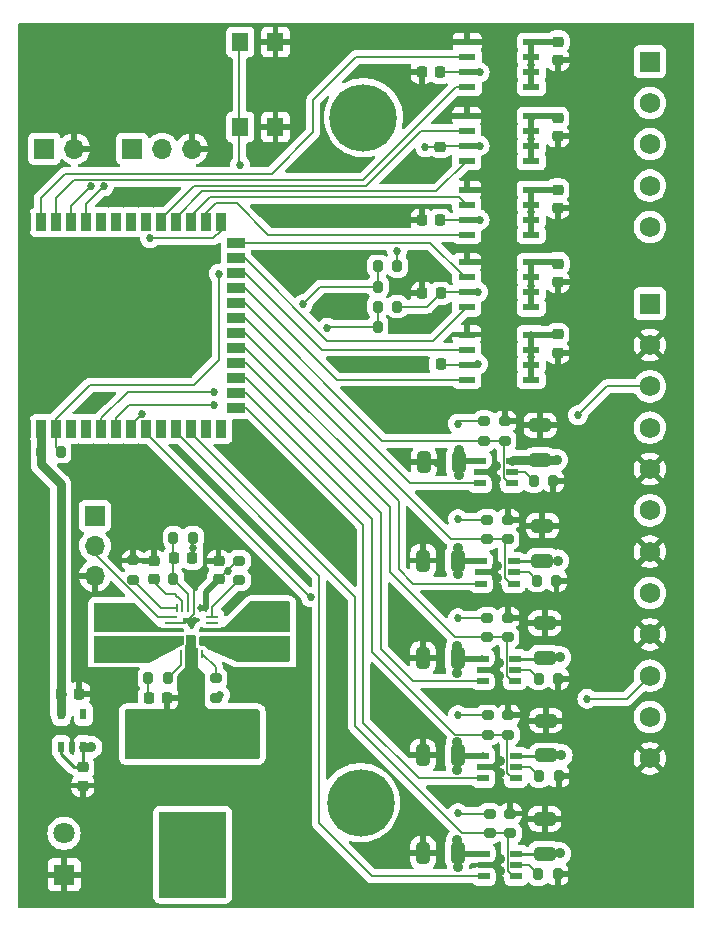
<source format=gtl>
%TF.GenerationSoftware,KiCad,Pcbnew,7.0.7*%
%TF.CreationDate,2024-02-09T10:04:47-05:00*%
%TF.ProjectId,control-module-pcb,636f6e74-726f-46c2-9d6d-6f64756c652d,rev?*%
%TF.SameCoordinates,Original*%
%TF.FileFunction,Copper,L1,Top*%
%TF.FilePolarity,Positive*%
%FSLAX46Y46*%
G04 Gerber Fmt 4.6, Leading zero omitted, Abs format (unit mm)*
G04 Created by KiCad (PCBNEW 7.0.7) date 2024-02-09 10:04:47*
%MOMM*%
%LPD*%
G01*
G04 APERTURE LIST*
G04 Aperture macros list*
%AMRoundRect*
0 Rectangle with rounded corners*
0 $1 Rounding radius*
0 $2 $3 $4 $5 $6 $7 $8 $9 X,Y pos of 4 corners*
0 Add a 4 corners polygon primitive as box body*
4,1,4,$2,$3,$4,$5,$6,$7,$8,$9,$2,$3,0*
0 Add four circle primitives for the rounded corners*
1,1,$1+$1,$2,$3*
1,1,$1+$1,$4,$5*
1,1,$1+$1,$6,$7*
1,1,$1+$1,$8,$9*
0 Add four rect primitives between the rounded corners*
20,1,$1+$1,$2,$3,$4,$5,0*
20,1,$1+$1,$4,$5,$6,$7,0*
20,1,$1+$1,$6,$7,$8,$9,0*
20,1,$1+$1,$8,$9,$2,$3,0*%
%AMFreePoly0*
4,1,12,0.749300,-0.127000,0.749100,-0.525126,0.343100,-0.525126,0.251100,-0.627126,-0.749100,-0.627126,-0.749100,-0.373126,-0.249100,-0.373126,-0.249300,-0.127000,-0.749300,-0.127000,-0.749300,0.127000,0.749300,0.127000,0.749300,-0.127000,0.749300,-0.127000,$1*%
%AMFreePoly1*
4,1,11,1.425001,0.126937,1.425001,-0.627063,0.355600,-0.627126,-0.355600,-0.627126,-0.355600,-0.373126,0.150400,-0.373126,0.150400,-0.127000,-0.355600,-0.127000,-0.355600,0.127000,0.355600,0.127000,1.425001,0.126937,1.425001,0.126937,$1*%
%AMFreePoly2*
4,1,12,0.546300,0.373126,0.046300,0.373126,0.046100,0.127000,0.546100,0.127000,0.546100,-0.127000,-0.454100,-0.127000,-0.546100,-0.025000,-0.952100,-0.025000,-0.952300,0.373126,-0.952300,0.627126,0.546300,0.627126,0.546300,0.373126,0.546300,0.373126,$1*%
G04 Aperture macros list end*
%TA.AperFunction,SMDPad,CuDef*%
%ADD10RoundRect,0.225000X0.225000X0.250000X-0.225000X0.250000X-0.225000X-0.250000X0.225000X-0.250000X0*%
%TD*%
%TA.AperFunction,SMDPad,CuDef*%
%ADD11RoundRect,0.200000X0.275000X-0.200000X0.275000X0.200000X-0.275000X0.200000X-0.275000X-0.200000X0*%
%TD*%
%TA.AperFunction,SMDPad,CuDef*%
%ADD12RoundRect,0.200000X-0.200000X-0.275000X0.200000X-0.275000X0.200000X0.275000X-0.200000X0.275000X0*%
%TD*%
%TA.AperFunction,SMDPad,CuDef*%
%ADD13R,1.460500X0.558800*%
%TD*%
%TA.AperFunction,SMDPad,CuDef*%
%ADD14RoundRect,0.200000X-0.275000X0.200000X-0.275000X-0.200000X0.275000X-0.200000X0.275000X0.200000X0*%
%TD*%
%TA.AperFunction,SMDPad,CuDef*%
%ADD15RoundRect,0.250000X0.325000X0.650000X-0.325000X0.650000X-0.325000X-0.650000X0.325000X-0.650000X0*%
%TD*%
%TA.AperFunction,SMDPad,CuDef*%
%ADD16RoundRect,0.225000X-0.225000X-0.250000X0.225000X-0.250000X0.225000X0.250000X-0.225000X0.250000X0*%
%TD*%
%TA.AperFunction,ComponentPad*%
%ADD17R,1.750000X1.750000*%
%TD*%
%TA.AperFunction,ComponentPad*%
%ADD18C,1.750000*%
%TD*%
%TA.AperFunction,SMDPad,CuDef*%
%ADD19R,0.558800X0.952500*%
%TD*%
%TA.AperFunction,SMDPad,CuDef*%
%ADD20RoundRect,0.225000X0.250000X-0.225000X0.250000X0.225000X-0.250000X0.225000X-0.250000X-0.225000X0*%
%TD*%
%TA.AperFunction,SMDPad,CuDef*%
%ADD21R,2.997200X3.200400*%
%TD*%
%TA.AperFunction,SMDPad,CuDef*%
%ADD22RoundRect,0.200000X0.200000X0.275000X-0.200000X0.275000X-0.200000X-0.275000X0.200000X-0.275000X0*%
%TD*%
%TA.AperFunction,SMDPad,CuDef*%
%ADD23RoundRect,0.250000X-0.325000X-0.650000X0.325000X-0.650000X0.325000X0.650000X-0.325000X0.650000X0*%
%TD*%
%TA.AperFunction,ComponentPad*%
%ADD24R,1.700000X1.700000*%
%TD*%
%TA.AperFunction,ComponentPad*%
%ADD25O,1.700000X1.700000*%
%TD*%
%TA.AperFunction,SMDPad,CuDef*%
%ADD26RoundRect,0.250000X0.650000X-0.325000X0.650000X0.325000X-0.650000X0.325000X-0.650000X-0.325000X0*%
%TD*%
%TA.AperFunction,ComponentPad*%
%ADD27R,1.800000X1.800000*%
%TD*%
%TA.AperFunction,ComponentPad*%
%ADD28C,1.800000*%
%TD*%
%TA.AperFunction,SMDPad,CuDef*%
%ADD29R,0.977900X0.558800*%
%TD*%
%TA.AperFunction,SMDPad,CuDef*%
%ADD30R,1.092200X0.254000*%
%TD*%
%TA.AperFunction,SMDPad,CuDef*%
%ADD31R,1.498600X0.254000*%
%TD*%
%TA.AperFunction,SMDPad,CuDef*%
%ADD32FreePoly0,0.000000*%
%TD*%
%TA.AperFunction,SMDPad,CuDef*%
%ADD33R,0.127000X0.127000*%
%TD*%
%TA.AperFunction,SMDPad,CuDef*%
%ADD34R,0.254000X0.711200*%
%TD*%
%TA.AperFunction,SMDPad,CuDef*%
%ADD35FreePoly1,90.000000*%
%TD*%
%TA.AperFunction,SMDPad,CuDef*%
%ADD36FreePoly2,0.000000*%
%TD*%
%TA.AperFunction,SMDPad,CuDef*%
%ADD37RoundRect,0.250000X-0.650000X0.325000X-0.650000X-0.325000X0.650000X-0.325000X0.650000X0.325000X0*%
%TD*%
%TA.AperFunction,SMDPad,CuDef*%
%ADD38R,1.400000X1.600000*%
%TD*%
%TA.AperFunction,SMDPad,CuDef*%
%ADD39RoundRect,0.225000X-0.250000X0.225000X-0.250000X-0.225000X0.250000X-0.225000X0.250000X0.225000X0*%
%TD*%
%TA.AperFunction,SMDPad,CuDef*%
%ADD40R,0.900000X1.500000*%
%TD*%
%TA.AperFunction,SMDPad,CuDef*%
%ADD41R,1.500000X0.900000*%
%TD*%
%TA.AperFunction,SMDPad,CuDef*%
%ADD42R,0.900000X0.900000*%
%TD*%
%TA.AperFunction,ComponentPad*%
%ADD43C,3.600000*%
%TD*%
%TA.AperFunction,ConnectorPad*%
%ADD44C,5.700000*%
%TD*%
%TA.AperFunction,ViaPad*%
%ADD45C,0.685800*%
%TD*%
%TA.AperFunction,ViaPad*%
%ADD46C,0.889000*%
%TD*%
%TA.AperFunction,Conductor*%
%ADD47C,0.508000*%
%TD*%
%TA.AperFunction,Conductor*%
%ADD48C,0.177800*%
%TD*%
%TA.AperFunction,Conductor*%
%ADD49C,0.762000*%
%TD*%
%TA.AperFunction,Conductor*%
%ADD50C,0.254000*%
%TD*%
G04 APERTURE END LIST*
D10*
%TO.P,C4,1*%
%TO.N,Net-(C4-Pad1)*%
X155135662Y-113629416D03*
%TO.P,C4,2*%
%TO.N,Net-(C4-Pad2)*%
X153585662Y-113629416D03*
%TD*%
D11*
%TO.P,R3,1*%
%TO.N,Net-(U2-FREQ)*%
X152263009Y-103646135D03*
%TO.P,R3,2*%
%TO.N,GND*%
X152263009Y-101996135D03*
%TD*%
D12*
%TO.P,R6,1*%
%TO.N,Net-(U2-FB)*%
X155657159Y-103553860D03*
%TO.P,R6,2*%
%TO.N,GND*%
X157307159Y-103553860D03*
%TD*%
%TO.P,R24,1*%
%TO.N,Net-(U1-GPIO6{slash}TOUCH6{slash}ADC1_CH5)*%
X172975000Y-78800000D03*
%TO.P,R24,2*%
%TO.N,GND*%
X174625000Y-78800000D03*
%TD*%
D13*
%TO.P,U13,1,GND*%
%TO.N,GND*%
X180500000Y-82865000D03*
%TO.P,U13,2,IN*%
%TO.N,/STARTER_EN*%
X180500000Y-84135000D03*
%TO.P,U13,3,OUT*%
%TO.N,/STARTER*%
X180500000Y-85405000D03*
%TO.P,U13,4,ST*%
%TO.N,/STARTER_ERR*%
X180500000Y-86675000D03*
%TO.P,U13,5,VS*%
%TO.N,+BATT*%
X185948300Y-86675000D03*
%TO.P,U13,6,VS*%
X185948300Y-85405000D03*
%TO.P,U13,7,VS*%
X185948300Y-84135000D03*
%TO.P,U13,8,VS*%
X185948300Y-82865000D03*
%TD*%
D14*
%TO.P,R15,1*%
%TO.N,/5V*%
X182224150Y-106845001D03*
%TO.P,R15,2*%
%TO.N,/R_BLIND_SPOT_ERR*%
X182224150Y-108495001D03*
%TD*%
D15*
%TO.P,C7,2*%
%TO.N,GND*%
X176859999Y-93690000D03*
%TO.P,C7,1*%
%TO.N,/5V*%
X179809999Y-93690000D03*
%TD*%
D13*
%TO.P,U11,1,GND*%
%TO.N,GND*%
X180500000Y-70615000D03*
%TO.P,U11,2,IN*%
%TO.N,/IGNITION2_EN*%
X180500000Y-71885000D03*
%TO.P,U11,3,OUT*%
%TO.N,/IGNITION2*%
X180500000Y-73155000D03*
%TO.P,U11,4,ST*%
%TO.N,/IGNITION2_ERR*%
X180500000Y-74425000D03*
%TO.P,U11,5,VS*%
%TO.N,+BATT*%
X185948300Y-74425000D03*
%TO.P,U11,6,VS*%
X185948300Y-73155000D03*
%TO.P,U11,7,VS*%
X185948300Y-71885000D03*
%TO.P,U11,8,VS*%
X185948300Y-70615000D03*
%TD*%
D16*
%TO.P,C17,1*%
%TO.N,GND*%
X176699150Y-60670000D03*
%TO.P,C17,2*%
%TO.N,/IGNITION1*%
X178249150Y-60670000D03*
%TD*%
D12*
%TO.P,R20,1*%
%TO.N,Net-(U8-ILIMIT)*%
X186543650Y-128545002D03*
%TO.P,R20,2*%
%TO.N,GND*%
X188193650Y-128545002D03*
%TD*%
D17*
%TO.P,J4,1,1*%
%TO.N,/IGNITION1*%
X196000000Y-59750000D03*
D18*
%TO.P,J4,2,2*%
%TO.N,/ACCESSORY1*%
X196000000Y-63250000D03*
%TO.P,J4,3,3*%
%TO.N,/IGNITION2*%
X196000000Y-66750000D03*
%TO.P,J4,4,4*%
%TO.N,/ACCESSORY2*%
X196000000Y-70250000D03*
%TO.P,J4,5,5*%
%TO.N,/STARTER*%
X196000000Y-73750000D03*
%TD*%
D15*
%TO.P,C11,1*%
%TO.N,/5V*%
X179725000Y-110250000D03*
%TO.P,C11,2*%
%TO.N,GND*%
X176775000Y-110250000D03*
%TD*%
D19*
%TO.P,U3,1,VIN*%
%TO.N,/5V*%
X146160200Y-117777950D03*
%TO.P,U3,2,GND*%
%TO.N,GND*%
X147100000Y-117777950D03*
%TO.P,U3,3,EN*%
%TO.N,/5V*%
X148039800Y-117777950D03*
%TO.P,U3,4,NC*%
%TO.N,unconnected-(U3-NC-Pad4)*%
X148039800Y-115022050D03*
%TO.P,U3,5,VOUT*%
%TO.N,/3V3*%
X146160200Y-115022050D03*
%TD*%
D20*
%TO.P,C20,1*%
%TO.N,GND*%
X188198300Y-66070000D03*
%TO.P,C20,2*%
%TO.N,+BATT*%
X188198300Y-64520000D03*
%TD*%
D21*
%TO.P,L1,1,1*%
%TO.N,/5V*%
X157250000Y-125360600D03*
%TO.P,L1,2,2*%
%TO.N,Net-(C4-Pad1)*%
X157250000Y-116750000D03*
%TD*%
D14*
%TO.P,R1,1*%
%TO.N,Net-(U2-EN)*%
X159250000Y-111949689D03*
%TO.P,R1,2*%
%TO.N,+BATT*%
X159250000Y-113599689D03*
%TD*%
%TO.P,R12,1*%
%TO.N,/5V*%
X182224150Y-98545001D03*
%TO.P,R12,2*%
%TO.N,/L_BLIND_SPOT_ERR*%
X182224150Y-100195001D03*
%TD*%
D11*
%TO.P,R22,1*%
%TO.N,/BACK_UP_CAM_ERR*%
X184174150Y-125070001D03*
%TO.P,R22,2*%
%TO.N,GND*%
X184174150Y-123420001D03*
%TD*%
D20*
%TO.P,C19,1*%
%TO.N,GND*%
X178250000Y-68525000D03*
%TO.P,C19,2*%
%TO.N,/ACCESSORY1*%
X178250000Y-66975000D03*
%TD*%
D12*
%TO.P,R4,1*%
%TO.N,Net-(C4-Pad2)*%
X153527131Y-111949563D03*
%TO.P,R4,2*%
%TO.N,Net-(U2-BST)*%
X155177131Y-111949563D03*
%TD*%
D11*
%TO.P,R16,1*%
%TO.N,/R_BLIND_SPOT_ERR*%
X183974150Y-108495001D03*
%TO.P,R16,2*%
%TO.N,GND*%
X183974150Y-106845001D03*
%TD*%
D22*
%TO.P,R5,1*%
%TO.N,/5V*%
X157313994Y-100065209D03*
%TO.P,R5,2*%
%TO.N,Net-(U2-FB)*%
X155663994Y-100065209D03*
%TD*%
D14*
%TO.P,R9,1*%
%TO.N,/5V*%
X181975000Y-90195000D03*
%TO.P,R9,2*%
%TO.N,/HEAD_UNIT_ERR*%
X181975000Y-91845000D03*
%TD*%
D20*
%TO.P,C3,1*%
%TO.N,Net-(U2-SS)*%
X153978133Y-103599689D03*
%TO.P,C3,2*%
%TO.N,GND*%
X153978133Y-102049689D03*
%TD*%
D23*
%TO.P,C2B1,1*%
%TO.N,/5V*%
X158778133Y-128599689D03*
%TO.P,C2B1,2*%
%TO.N,GND*%
X161728133Y-128599689D03*
%TD*%
D12*
%TO.P,R8,1*%
%TO.N,Net-(U4-ILIMIT)*%
X186175000Y-95270000D03*
%TO.P,R8,2*%
%TO.N,GND*%
X187825000Y-95270000D03*
%TD*%
D16*
%TO.P,C2,1*%
%TO.N,/3V3*%
X146125000Y-113277950D03*
%TO.P,C2,2*%
%TO.N,GND*%
X147675000Y-113277950D03*
%TD*%
D22*
%TO.P,R23,1*%
%TO.N,/ACCESSORY1*%
X174625000Y-77075000D03*
%TO.P,R23,2*%
%TO.N,Net-(U1-GPIO6{slash}TOUCH6{slash}ADC1_CH5)*%
X172975000Y-77075000D03*
%TD*%
D24*
%TO.P,J2,1,Pin_1*%
%TO.N,/BOOT*%
X144725000Y-67125000D03*
D25*
%TO.P,J2,2,Pin_2*%
%TO.N,GND*%
X147265000Y-67125000D03*
%TD*%
D12*
%TO.P,R17,1*%
%TO.N,Net-(U7-ILIMIT)*%
X186624150Y-120245001D03*
%TO.P,R17,2*%
%TO.N,GND*%
X188274150Y-120245001D03*
%TD*%
D26*
%TO.P,C12,1*%
%TO.N,/R_BLIND_SPOT_PWR*%
X187100000Y-110245001D03*
%TO.P,C12,2*%
%TO.N,GND*%
X187100000Y-107295001D03*
%TD*%
D12*
%TO.P,R2,1*%
%TO.N,/3V3*%
X144475000Y-92800000D03*
%TO.P,R2,2*%
%TO.N,/EN*%
X146125000Y-92800000D03*
%TD*%
D27*
%TO.P,J5,1,P1*%
%TO.N,GND*%
X146400000Y-128600000D03*
D28*
%TO.P,J5,2,P2*%
%TO.N,+BATT*%
X146400000Y-125100000D03*
%TD*%
D29*
%TO.P,U8,1,VIN*%
%TO.N,/5V*%
X181943650Y-126845001D03*
%TO.P,U8,2,GND*%
%TO.N,GND*%
X181943650Y-127795002D03*
%TO.P,U8,3,EN*%
%TO.N,/BACKUP_CAM_EN*%
X181943650Y-128745003D03*
%TO.P,U8,4,\u002AFAULT*%
%TO.N,/BACK_UP_CAM_ERR*%
X184674150Y-128745003D03*
%TO.P,U8,5,ILIMIT*%
%TO.N,Net-(U8-ILIMIT)*%
X184674150Y-127795002D03*
%TO.P,U8,6,VOUT*%
%TO.N,/BACKUP_CAM_PWR*%
X184674150Y-126845001D03*
%TD*%
D16*
%TO.P,C21,1*%
%TO.N,GND*%
X176699150Y-73170000D03*
%TO.P,C21,2*%
%TO.N,/IGNITION2*%
X178249150Y-73170000D03*
%TD*%
D20*
%TO.P,C18,1*%
%TO.N,GND*%
X188224150Y-59615000D03*
%TO.P,C18,2*%
%TO.N,+BATT*%
X188224150Y-58065000D03*
%TD*%
D30*
%TO.P,U2,1,MODE*%
%TO.N,Net-(JP1-C)*%
X155423129Y-106799311D03*
%TO.P,U2,2,SYNCIN*%
%TO.N,GND*%
X155423129Y-107299437D03*
D31*
%TO.P,U2,3,VIN*%
%TO.N,+BATT*%
X155626129Y-107949563D03*
D32*
%TO.P,U2,4,PGND*%
%TO.N,GND*%
X155626129Y-108599689D03*
D33*
%TO.P,U2,5,PGND*%
X155423129Y-109099815D03*
D34*
%TO.P,U2,6,BST*%
%TO.N,Net-(U2-BST)*%
X156276942Y-109899564D03*
D35*
%TO.P,U2,7,SW*%
%TO.N,Net-(C4-Pad1)*%
X156927068Y-109899564D03*
D33*
%TO.P,U2,8,SW*%
X157427194Y-109899564D03*
D34*
%TO.P,U2,9,EN*%
%TO.N,Net-(U2-EN)*%
X158077320Y-109899564D03*
D36*
%TO.P,U2,10,PGND*%
%TO.N,GND*%
X158931133Y-109099815D03*
D33*
%TO.P,U2,11,PGND*%
X158728133Y-108599689D03*
D31*
%TO.P,U2,12,VIN*%
%TO.N,+BATT*%
X158728133Y-107949563D03*
D30*
%TO.P,U2,13,SYNCO*%
%TO.N,unconnected-(U2-SYNCO-Pad13)*%
X158931133Y-107299437D03*
%TO.P,U2,14,PG*%
%TO.N,/Power Supply/PG*%
X158931133Y-106799311D03*
D34*
%TO.P,U2,15,ICS*%
%TO.N,/Power Supply/VCC*%
X158427446Y-105999562D03*
%TO.P,U2,16,VCC*%
X157927320Y-105999562D03*
%TO.P,U2,17,AGND*%
%TO.N,GND*%
X157427194Y-105999562D03*
%TO.P,U2,18,FB*%
%TO.N,Net-(U2-FB)*%
X156927068Y-105999562D03*
%TO.P,U2,19,SS*%
%TO.N,Net-(U2-SS)*%
X156426942Y-105999562D03*
%TO.P,U2,20,FREQ*%
%TO.N,Net-(U2-FREQ)*%
X155926816Y-105999562D03*
%TD*%
D37*
%TO.P,C1B1,1*%
%TO.N,+BATT*%
X163750000Y-106855300D03*
%TO.P,C1B1,2*%
%TO.N,GND*%
X163750000Y-109805300D03*
%TD*%
D20*
%TO.P,C6,1*%
%TO.N,/Power Supply/VCC*%
X159478133Y-103599689D03*
%TO.P,C6,2*%
%TO.N,GND*%
X159478133Y-102049689D03*
%TD*%
%TO.P,C26,1*%
%TO.N,GND*%
X188198300Y-84405000D03*
%TO.P,C26,2*%
%TO.N,+BATT*%
X188198300Y-82855000D03*
%TD*%
D29*
%TO.P,U5,1,VIN*%
%TO.N,/5V*%
X181724150Y-102045000D03*
%TO.P,U5,2,GND*%
%TO.N,GND*%
X181724150Y-102995001D03*
%TO.P,U5,3,EN*%
%TO.N,/L_BLIND_SPOT_EN*%
X181724150Y-103945002D03*
%TO.P,U5,4,\u002AFAULT*%
%TO.N,/L_BLIND_SPOT_ERR*%
X184454650Y-103945002D03*
%TO.P,U5,5,ILIMIT*%
%TO.N,Net-(U5-ILIMIT)*%
X184454650Y-102995001D03*
%TO.P,U5,6,VOUT*%
%TO.N,/L_BLIND_SPOT_PWR*%
X184454650Y-102045000D03*
%TD*%
D13*
%TO.P,U12,1,GND*%
%TO.N,GND*%
X180500000Y-76750000D03*
%TO.P,U12,2,IN*%
%TO.N,/ACCESSORY2_EN*%
X180500000Y-78020000D03*
%TO.P,U12,3,OUT*%
%TO.N,/ACCESSORY2*%
X180500000Y-79290000D03*
%TO.P,U12,4,ST*%
%TO.N,/ACCESSORY2_ERR*%
X180500000Y-80560000D03*
%TO.P,U12,5,VS*%
%TO.N,+BATT*%
X185948300Y-80560000D03*
%TO.P,U12,6,VS*%
X185948300Y-79290000D03*
%TO.P,U12,7,VS*%
X185948300Y-78020000D03*
%TO.P,U12,8,VS*%
X185948300Y-76750000D03*
%TD*%
D38*
%TO.P,SW1,1,1*%
%TO.N,GND*%
X164300000Y-58100000D03*
X164300000Y-65300000D03*
%TO.P,SW1,2,2*%
%TO.N,/EN*%
X161300000Y-58100000D03*
X161300000Y-65300000D03*
%TD*%
D29*
%TO.P,U7,1,VIN*%
%TO.N,/5V*%
X181908900Y-118545000D03*
%TO.P,U7,2,GND*%
%TO.N,GND*%
X181908900Y-119495001D03*
%TO.P,U7,3,EN*%
%TO.N,/DASH_CAM_EN*%
X181908900Y-120445002D03*
%TO.P,U7,4,\u002AFAULT*%
%TO.N,/DASH_CAM_ERR*%
X184639400Y-120445002D03*
%TO.P,U7,5,ILIMIT*%
%TO.N,Net-(U7-ILIMIT)*%
X184639400Y-119495001D03*
%TO.P,U7,6,VOUT*%
%TO.N,/DASH_CAM_PWR*%
X184639400Y-118545000D03*
%TD*%
D15*
%TO.P,C2A1,1*%
%TO.N,/5V*%
X155728133Y-128599689D03*
%TO.P,C2A1,2*%
%TO.N,GND*%
X152778133Y-128599689D03*
%TD*%
D39*
%TO.P,C1D1,1*%
%TO.N,+BATT*%
X161750000Y-107405426D03*
%TO.P,C1D1,2*%
%TO.N,GND*%
X161750000Y-108955426D03*
%TD*%
D15*
%TO.P,C9,2*%
%TO.N,GND*%
X176805000Y-102000000D03*
%TO.P,C9,1*%
%TO.N,/5V*%
X179755000Y-102000000D03*
%TD*%
D16*
%TO.P,C23,1*%
%TO.N,GND*%
X176724150Y-79370000D03*
%TO.P,C23,2*%
%TO.N,/ACCESSORY2*%
X178274150Y-79370000D03*
%TD*%
D20*
%TO.P,C24,1*%
%TO.N,GND*%
X188224150Y-78405000D03*
%TO.P,C24,2*%
%TO.N,+BATT*%
X188224150Y-76855000D03*
%TD*%
D26*
%TO.P,C14,1*%
%TO.N,/DASH_CAM_PWR*%
X187200000Y-118500000D03*
%TO.P,C14,2*%
%TO.N,GND*%
X187200000Y-115550000D03*
%TD*%
%TO.P,C8,1*%
%TO.N,/HEAD_UNIT_PWR*%
X186700000Y-93495001D03*
%TO.P,C8,2*%
%TO.N,GND*%
X186700000Y-90545001D03*
%TD*%
D13*
%TO.P,U10,8,VS*%
%TO.N,+BATT*%
X185948300Y-64365000D03*
%TO.P,U10,7,VS*%
X185948300Y-65635000D03*
%TO.P,U10,6,VS*%
X185948300Y-66905000D03*
%TO.P,U10,5,VS*%
X185948300Y-68175000D03*
%TO.P,U10,4,ST*%
%TO.N,/ACCESSORY1_ERR*%
X180500000Y-68175000D03*
%TO.P,U10,3,OUT*%
%TO.N,/ACCESSORY1*%
X180500000Y-66905000D03*
%TO.P,U10,2,IN*%
%TO.N,/ACCESSORY1_EN*%
X180500000Y-65635000D03*
%TO.P,U10,1,GND*%
%TO.N,GND*%
X180500000Y-64365000D03*
%TD*%
D11*
%TO.P,R7,1*%
%TO.N,/Power Supply/PG*%
X161215733Y-103662244D03*
%TO.P,R7,2*%
%TO.N,/Power Supply/VCC*%
X161215733Y-102012244D03*
%TD*%
D24*
%TO.P,J1,1,Pin_1*%
%TO.N,/TX*%
X152170000Y-67125000D03*
D25*
%TO.P,J1,2,Pin_2*%
%TO.N,/RX*%
X154710000Y-67125000D03*
%TO.P,J1,3,Pin_3*%
%TO.N,GND*%
X157250000Y-67125000D03*
%TD*%
D29*
%TO.P,U4,6,VOUT*%
%TO.N,/HEAD_UNIT_PWR*%
X184340250Y-93569999D03*
%TO.P,U4,5,ILIMIT*%
%TO.N,Net-(U4-ILIMIT)*%
X184340250Y-94520000D03*
%TO.P,U4,4,\u002AFAULT*%
%TO.N,/HEAD_UNIT_ERR*%
X184340250Y-95470001D03*
%TO.P,U4,3,EN*%
%TO.N,/HEAD_UNIT_EN*%
X181609750Y-95470001D03*
%TO.P,U4,2,GND*%
%TO.N,GND*%
X181609750Y-94520000D03*
%TO.P,U4,1,VIN*%
%TO.N,/5V*%
X181609750Y-93569999D03*
%TD*%
D17*
%TO.P,J3,1,1*%
%TO.N,/HEAD_UNIT_PWR*%
X196000000Y-80250000D03*
D18*
%TO.P,J3,2,2*%
%TO.N,GND*%
X196000000Y-83750000D03*
%TO.P,J3,3,3*%
%TO.N,/HEAD_UNIT_SHUTDOWN*%
X196000000Y-87250000D03*
%TO.P,J3,4,4*%
%TO.N,/L_BLIND_SPOT_PWR*%
X196000000Y-90750000D03*
%TO.P,J3,5,5*%
%TO.N,GND*%
X196000000Y-94250000D03*
%TO.P,J3,6,6*%
%TO.N,/R_BLIND_SPOT_PWR*%
X196000000Y-97750000D03*
%TO.P,J3,7,7*%
%TO.N,GND*%
X196000000Y-101250000D03*
%TO.P,J3,8,8*%
%TO.N,/DASH_CAM_PWR*%
X196000000Y-104750000D03*
%TO.P,J3,9,9*%
%TO.N,GND*%
X196000000Y-108250000D03*
%TO.P,J3,10,10*%
%TO.N,/DASH_CAM_SHUTDOWN*%
X196000000Y-111750000D03*
%TO.P,J3,11,11*%
%TO.N,/BACKUP_CAM_PWR*%
X196000000Y-115250000D03*
%TO.P,J3,12,12*%
%TO.N,GND*%
X196000000Y-118750000D03*
%TD*%
D12*
%TO.P,R26,1*%
%TO.N,Net-(U1-GPIO7{slash}TOUCH7{slash}ADC1_CH6)*%
X172950000Y-82200000D03*
%TO.P,R26,2*%
%TO.N,GND*%
X174600000Y-82200000D03*
%TD*%
D22*
%TO.P,R25,1*%
%TO.N,/ACCESSORY2*%
X174600000Y-80500000D03*
%TO.P,R25,2*%
%TO.N,Net-(U1-GPIO7{slash}TOUCH7{slash}ADC1_CH6)*%
X172950000Y-80500000D03*
%TD*%
D10*
%TO.P,C5,1*%
%TO.N,/5V*%
X157250000Y-101805300D03*
%TO.P,C5,2*%
%TO.N,Net-(U2-FB)*%
X155700000Y-101805300D03*
%TD*%
D14*
%TO.P,R21,1*%
%TO.N,/5V*%
X182424150Y-123420001D03*
%TO.P,R21,2*%
%TO.N,/BACK_UP_CAM_ERR*%
X182424150Y-125070001D03*
%TD*%
D39*
%TO.P,C1,1*%
%TO.N,/5V*%
X148000000Y-119500000D03*
%TO.P,C1,2*%
%TO.N,GND*%
X148000000Y-121050000D03*
%TD*%
D40*
%TO.P,U1,1,GND*%
%TO.N,GND*%
X143180000Y-90850000D03*
%TO.P,U1,2,3V3*%
%TO.N,/3V3*%
X144450000Y-90850000D03*
%TO.P,U1,3,EN*%
%TO.N,/EN*%
X145720000Y-90850000D03*
%TO.P,U1,4,GPIO4/TOUCH4/ADC1_CH3*%
%TO.N,unconnected-(U1-GPIO4{slash}TOUCH4{slash}ADC1_CH3-Pad4)*%
X146990000Y-90850000D03*
%TO.P,U1,5,GPIO5/TOUCH5/ADC1_CH4*%
%TO.N,unconnected-(U1-GPIO5{slash}TOUCH5{slash}ADC1_CH4-Pad5)*%
X148260000Y-90850000D03*
%TO.P,U1,6,GPIO6/TOUCH6/ADC1_CH5*%
%TO.N,Net-(U1-GPIO6{slash}TOUCH6{slash}ADC1_CH5)*%
X149530000Y-90850000D03*
%TO.P,U1,7,GPIO7/TOUCH7/ADC1_CH6*%
%TO.N,Net-(U1-GPIO7{slash}TOUCH7{slash}ADC1_CH6)*%
X150800000Y-90850000D03*
%TO.P,U1,8,GPIO15/U0RTS/ADC2_CH4/XTAL_32K_P*%
%TO.N,/HEAD_UNIT_SHUTDOWN*%
X152070000Y-90850000D03*
%TO.P,U1,9,GPIO16/U0CTS/ADC2_CH5/XTAL_32K_N*%
%TO.N,/DASH_CAM_SHUTDOWN*%
X153340000Y-90850000D03*
%TO.P,U1,10,GPIO17/U1TXD/ADC2_CH6*%
%TO.N,unconnected-(U1-GPIO17{slash}U1TXD{slash}ADC2_CH6-Pad10)*%
X154610000Y-90850000D03*
%TO.P,U1,11,GPIO18/U1RXD/ADC2_CH7/CLK_OUT3*%
%TO.N,/BACKUP_CAM_EN*%
X155880000Y-90850000D03*
%TO.P,U1,12,GPIO8/TOUCH8/ADC1_CH7/SUBSPICS1*%
%TO.N,/BACK_UP_CAM_ERR*%
X157150000Y-90850000D03*
%TO.P,U1,13,GPIO19/U1RTS/ADC2_CH8/CLK_OUT2/USB_D-*%
%TO.N,unconnected-(U1-GPIO19{slash}U1RTS{slash}ADC2_CH8{slash}CLK_OUT2{slash}USB_D--Pad13)*%
X158420000Y-90850000D03*
%TO.P,U1,14,GPIO20/U1CTS/ADC2_CH9/CLK_OUT1/USB_D+*%
%TO.N,unconnected-(U1-GPIO20{slash}U1CTS{slash}ADC2_CH9{slash}CLK_OUT1{slash}USB_D+-Pad14)*%
X159690000Y-90850000D03*
D41*
%TO.P,U1,15,GPIO3/TOUCH3/ADC1_CH2*%
%TO.N,/DASH_CAM_EN*%
X160940000Y-89085000D03*
%TO.P,U1,16,GPIO46*%
%TO.N,/DASH_CAM_ERR*%
X160940000Y-87815000D03*
%TO.P,U1,17,GPIO9/TOUCH9/ADC1_CH8/FSPIHD/SUBSPIHD*%
%TO.N,/R_BLIND_SPOT_EN*%
X160940000Y-86545000D03*
%TO.P,U1,18,GPIO10/TOUCH10/ADC1_CH9/FSPICS0/FSPIIO4/SUBSPICS0*%
%TO.N,/R_BLIND_SPOT_ERR*%
X160940000Y-85275000D03*
%TO.P,U1,19,GPIO11/TOUCH11/ADC2_CH0/FSPID/FSPIIO5/SUBSPID*%
%TO.N,/L_BLIND_SPOT_EN*%
X160940000Y-84005000D03*
%TO.P,U1,20,GPIO12/TOUCH12/ADC2_CH1/FSPICLK/FSPIIO6/SUBSPICLK*%
%TO.N,/L_BLIND_SPOT_ERR*%
X160940000Y-82735000D03*
%TO.P,U1,21,GPIO13/TOUCH13/ADC2_CH2/FSPIQ/FSPIIO7/SUBSPIQ*%
%TO.N,/HEAD_UNIT_EN*%
X160940000Y-81465000D03*
%TO.P,U1,22,GPIO14/TOUCH14/ADC2_CH3/FSPIWP/FSPIDQS/SUBSPIWP*%
%TO.N,/HEAD_UNIT_ERR*%
X160940000Y-80195000D03*
%TO.P,U1,23,GPIO21*%
%TO.N,/STARTER_ERR*%
X160940000Y-78925000D03*
%TO.P,U1,24,GPIO47/SPICLK_P/SUBSPICLK_P_DIFF*%
%TO.N,/STARTER_EN*%
X160940000Y-77655000D03*
%TO.P,U1,25,GPIO48/SPICLK_N/SUBSPICLK_N_DIFF*%
%TO.N,/ACCESSORY2_ERR*%
X160940000Y-76385000D03*
%TO.P,U1,26,GPIO45*%
%TO.N,/ACCESSORY2_EN*%
X160940000Y-75115000D03*
D40*
%TO.P,U1,27,GPIO0/BOOT*%
%TO.N,/BOOT*%
X159690000Y-73350000D03*
%TO.P,U1,28,SPIIO6/GPIO35/FSPID/SUBSPID*%
%TO.N,/IGNITION2_ERR*%
X158420000Y-73350000D03*
%TO.P,U1,29,SPIIO7/GPIO36/FSPICLK/SUBSPICLK*%
%TO.N,/IGNITION2_EN*%
X157150000Y-73350000D03*
%TO.P,U1,30,SPIDQS/GPIO37/FSPIQ/SUBSPIQ*%
%TO.N,/ACCESSORY1_ERR*%
X155880000Y-73350000D03*
%TO.P,U1,31,GPIO38/FSPIWP/SUBSPIWP*%
%TO.N,/ACCESSORY1_EN*%
X154610000Y-73350000D03*
%TO.P,U1,32,MTCK/GPIO39/CLK_OUT3/SUBSPICS1*%
%TO.N,unconnected-(U1-MTCK{slash}GPIO39{slash}CLK_OUT3{slash}SUBSPICS1-Pad32)*%
X153340000Y-73350000D03*
%TO.P,U1,33,MTDO/GPIO40/CLK_OUT2*%
%TO.N,unconnected-(U1-MTDO{slash}GPIO40{slash}CLK_OUT2-Pad33)*%
X152070000Y-73350000D03*
%TO.P,U1,34,MTDI/GPIO41/CLK_OUT1*%
%TO.N,unconnected-(U1-MTDI{slash}GPIO41{slash}CLK_OUT1-Pad34)*%
X150800000Y-73350000D03*
%TO.P,U1,35,MTMS/GPIO42*%
%TO.N,unconnected-(U1-MTMS{slash}GPIO42-Pad35)*%
X149530000Y-73350000D03*
%TO.P,U1,36,U0RXD/GPIO44/CLK_OUT2*%
%TO.N,/RX*%
X148260000Y-73350000D03*
%TO.P,U1,37,U0TXD/GPIO43/CLK_OUT1*%
%TO.N,/TX*%
X146990000Y-73350000D03*
%TO.P,U1,38,GPIO2/TOUCH2/ADC1_CH1*%
%TO.N,/IGNITION1_ERR*%
X145720000Y-73350000D03*
%TO.P,U1,39,GPIO1/TOUCH1/ADC1_CH0*%
%TO.N,/IGNITION1_EN*%
X144450000Y-73350000D03*
%TO.P,U1,40,GND*%
%TO.N,GND*%
X143180000Y-73350000D03*
D42*
%TO.P,U1,41,GND*%
X149500000Y-85000000D03*
X150900000Y-85000000D03*
X152300000Y-85000000D03*
X152300000Y-85000000D03*
X149500000Y-83600000D03*
X149500000Y-83600000D03*
X150900000Y-83600000D03*
X152300000Y-83600000D03*
X149500000Y-82200000D03*
X150900000Y-82200000D03*
X152300000Y-82200000D03*
%TD*%
D39*
%TO.P,C1C1,1*%
%TO.N,+BATT*%
X152750000Y-107505300D03*
%TO.P,C1C1,2*%
%TO.N,GND*%
X152750000Y-109055300D03*
%TD*%
D14*
%TO.P,R18,1*%
%TO.N,/5V*%
X182274150Y-115095001D03*
%TO.P,R18,2*%
%TO.N,/DASH_CAM_ERR*%
X182274150Y-116745001D03*
%TD*%
D43*
%TO.P,REF\u002A\u002A,1*%
%TO.N,N/C*%
X171500000Y-122500000D03*
D44*
X171500000Y-122500000D03*
%TD*%
D11*
%TO.P,R10,1*%
%TO.N,/HEAD_UNIT_ERR*%
X183725000Y-91845000D03*
%TO.P,R10,2*%
%TO.N,GND*%
X183725000Y-90195000D03*
%TD*%
D16*
%TO.P,C25,1*%
%TO.N,GND*%
X176724150Y-85370000D03*
%TO.P,C25,2*%
%TO.N,/STARTER*%
X178274150Y-85370000D03*
%TD*%
D20*
%TO.P,C22,1*%
%TO.N,GND*%
X188198300Y-72145000D03*
%TO.P,C22,2*%
%TO.N,+BATT*%
X188198300Y-70595000D03*
%TD*%
D11*
%TO.P,R19,1*%
%TO.N,/DASH_CAM_ERR*%
X184024150Y-116745001D03*
%TO.P,R19,2*%
%TO.N,GND*%
X184024150Y-115095001D03*
%TD*%
D13*
%TO.P,U9,1,GND*%
%TO.N,GND*%
X180525850Y-58095000D03*
%TO.P,U9,2,IN*%
%TO.N,/IGNITION1_EN*%
X180525850Y-59365000D03*
%TO.P,U9,3,OUT*%
%TO.N,/IGNITION1*%
X180525850Y-60635000D03*
%TO.P,U9,4,ST*%
%TO.N,/IGNITION1_ERR*%
X180525850Y-61905000D03*
%TO.P,U9,5,VS*%
%TO.N,+BATT*%
X185974150Y-61905000D03*
%TO.P,U9,6,VS*%
X185974150Y-60635000D03*
%TO.P,U9,7,VS*%
X185974150Y-59365000D03*
%TO.P,U9,8,VS*%
X185974150Y-58095000D03*
%TD*%
D43*
%TO.P,REF\u002A\u002A,1*%
%TO.N,N/C*%
X171750000Y-64500000D03*
D44*
X171750000Y-64500000D03*
%TD*%
D15*
%TO.P,C15,2*%
%TO.N,GND*%
X176800000Y-126750000D03*
%TO.P,C15,1*%
%TO.N,/5V*%
X179750000Y-126750000D03*
%TD*%
D12*
%TO.P,R14,1*%
%TO.N,Net-(U6-ILIMIT)*%
X186574150Y-111995001D03*
%TO.P,R14,2*%
%TO.N,GND*%
X188224150Y-111995001D03*
%TD*%
D15*
%TO.P,C13,1*%
%TO.N,/5V*%
X179725000Y-118500000D03*
%TO.P,C13,2*%
%TO.N,GND*%
X176775000Y-118500000D03*
%TD*%
D29*
%TO.P,U6,1,VIN*%
%TO.N,/5V*%
X181858900Y-110295000D03*
%TO.P,U6,2,GND*%
%TO.N,GND*%
X181858900Y-111245001D03*
%TO.P,U6,3,EN*%
%TO.N,/R_BLIND_SPOT_EN*%
X181858900Y-112195002D03*
%TO.P,U6,4,\u002AFAULT*%
%TO.N,/R_BLIND_SPOT_ERR*%
X184589400Y-112195002D03*
%TO.P,U6,5,ILIMIT*%
%TO.N,Net-(U6-ILIMIT)*%
X184589400Y-111245001D03*
%TO.P,U6,6,VOUT*%
%TO.N,/R_BLIND_SPOT_PWR*%
X184589400Y-110295000D03*
%TD*%
D26*
%TO.P,C16,1*%
%TO.N,/BACKUP_CAM_PWR*%
X187100000Y-126820001D03*
%TO.P,C16,2*%
%TO.N,GND*%
X187100000Y-123870001D03*
%TD*%
D11*
%TO.P,R13,1*%
%TO.N,/L_BLIND_SPOT_ERR*%
X183974150Y-100195001D03*
%TO.P,R13,2*%
%TO.N,GND*%
X183974150Y-98545001D03*
%TD*%
D37*
%TO.P,C1A1,1*%
%TO.N,+BATT*%
X150698998Y-106955174D03*
%TO.P,C1A1,2*%
%TO.N,GND*%
X150698998Y-109905174D03*
%TD*%
D26*
%TO.P,C10,1*%
%TO.N,/L_BLIND_SPOT_PWR*%
X186900000Y-102000000D03*
%TO.P,C10,2*%
%TO.N,GND*%
X186900000Y-99050000D03*
%TD*%
D24*
%TO.P,JP1,1,A*%
%TO.N,/Power Supply/VCC*%
X149000000Y-98225300D03*
D25*
%TO.P,JP1,2,C*%
%TO.N,Net-(JP1-C)*%
X149000000Y-100765300D03*
%TO.P,JP1,3,B*%
%TO.N,GND*%
X149000000Y-103305300D03*
%TD*%
D12*
%TO.P,R11,1*%
%TO.N,Net-(U5-ILIMIT)*%
X186439400Y-103695001D03*
%TO.P,R11,2*%
%TO.N,GND*%
X188089400Y-103695001D03*
%TD*%
D45*
%TO.N,/5V*%
X155100000Y-129900000D03*
X159500000Y-129900000D03*
X179750000Y-98500000D03*
X158050000Y-129855300D03*
X179750000Y-123400000D03*
X156350000Y-129855300D03*
D46*
X179755000Y-100900000D03*
D45*
X158050000Y-127355300D03*
X156450000Y-127355300D03*
X179750000Y-106900000D03*
D46*
X179750000Y-127950000D03*
D45*
X156350000Y-128555300D03*
D46*
X179809149Y-94740000D03*
X179700000Y-111500000D03*
X179700000Y-109200000D03*
D45*
X157350000Y-100955300D03*
D46*
X179809149Y-92640000D03*
D45*
X179750000Y-115100000D03*
D46*
X179700000Y-119700000D03*
X179755000Y-103100000D03*
X179700000Y-117404901D03*
D45*
X157250000Y-127355300D03*
X158050000Y-128555300D03*
D46*
X179700000Y-125700000D03*
X148700000Y-117800000D03*
D45*
X179750000Y-90400000D03*
D46*
%TO.N,GND*%
X183274650Y-119000000D03*
D45*
X168400000Y-67900000D03*
X175700000Y-82200000D03*
X151550000Y-127355300D03*
D46*
X183200000Y-111800000D03*
D45*
X176800000Y-108300000D03*
X176800000Y-116600000D03*
X153550000Y-109055300D03*
X175600000Y-85400000D03*
X162850000Y-109855300D03*
D46*
X183089973Y-103500150D03*
D45*
X164050000Y-129855300D03*
D46*
X183200000Y-110700000D03*
D45*
X164650000Y-109855300D03*
D46*
X183300000Y-127300000D03*
D45*
X152950000Y-109955300D03*
X176800000Y-124900000D03*
X176900000Y-77200000D03*
X162950000Y-127355300D03*
X160950000Y-108955300D03*
X153400000Y-85000000D03*
X149850000Y-109955300D03*
X150900000Y-86100000D03*
X165600000Y-96000000D03*
D46*
X183089900Y-102500000D03*
D45*
X149850000Y-108855300D03*
X149500000Y-86100000D03*
X152300000Y-81100000D03*
X152300000Y-86100000D03*
X150450000Y-129855300D03*
X161350000Y-109855300D03*
X151650000Y-109955300D03*
X176700000Y-62100000D03*
X151650000Y-108855300D03*
X151550000Y-128655300D03*
X148800000Y-88700000D03*
X148400000Y-82200000D03*
X162950000Y-129855300D03*
X150750000Y-108855300D03*
X178000000Y-93700000D03*
X163750000Y-108855300D03*
X161750000Y-129855300D03*
X149500000Y-81100000D03*
X176600000Y-100100000D03*
D46*
X183300000Y-128300000D03*
D45*
X162950000Y-128655300D03*
X153300000Y-71100000D03*
X150450000Y-127355300D03*
X153400000Y-83600000D03*
X168700000Y-80300000D03*
X148400000Y-85000000D03*
X152750000Y-129855300D03*
X153400000Y-82200000D03*
X175300000Y-73200000D03*
X148400000Y-83600000D03*
X176800000Y-68500000D03*
X150900000Y-81100000D03*
X162850000Y-108855300D03*
X151550000Y-129855300D03*
X166900000Y-77100000D03*
X164050000Y-127355300D03*
X164650000Y-108855300D03*
X161750000Y-127355300D03*
X161300000Y-97900000D03*
D46*
X182975500Y-94000000D03*
D45*
X152750000Y-127355300D03*
D46*
X182983605Y-95118414D03*
X183274727Y-120000386D03*
D45*
%TO.N,+BATT*%
X149750000Y-107055300D03*
X159600000Y-113400000D03*
X185974150Y-78770000D03*
X164650000Y-106955300D03*
X153550000Y-107555300D03*
X185974150Y-84770000D03*
X164650000Y-105955300D03*
X151750000Y-106055300D03*
X162850000Y-105955300D03*
X149750000Y-106055300D03*
X162850000Y-106955300D03*
X163750000Y-105955300D03*
X151750000Y-107055300D03*
X185974150Y-60020000D03*
X150750000Y-106055300D03*
X185974150Y-66270000D03*
X185974150Y-72520000D03*
X161050000Y-107455300D03*
%TO.N,/Power Supply/VCC*%
X160250000Y-102855300D03*
D46*
%TO.N,/HEAD_UNIT_PWR*%
X188100000Y-93500000D03*
%TO.N,/L_BLIND_SPOT_PWR*%
X188200000Y-102000000D03*
%TO.N,/R_BLIND_SPOT_PWR*%
X188400000Y-110200000D03*
%TO.N,/DASH_CAM_PWR*%
X188500000Y-118500000D03*
%TO.N,/BACKUP_CAM_PWR*%
X188400000Y-126800000D03*
D45*
%TO.N,/IGNITION1*%
X181574150Y-60670000D03*
%TO.N,/ACCESSORY1*%
X177000000Y-67000000D03*
X181574150Y-66870000D03*
X174600000Y-75800000D03*
%TO.N,/IGNITION2*%
X181574150Y-73170000D03*
%TO.N,/ACCESSORY2*%
X181474150Y-79270000D03*
%TO.N,/STARTER*%
X181474150Y-85370000D03*
%TO.N,/TX*%
X148700000Y-70308300D03*
%TO.N,/RX*%
X149800000Y-70308300D03*
%TO.N,/BOOT*%
X153700000Y-74700000D03*
%TO.N,/HEAD_UNIT_SHUTDOWN*%
X189900000Y-89700000D03*
X153000000Y-89630598D03*
%TO.N,/DASH_CAM_SHUTDOWN*%
X167300000Y-105100000D03*
X190700000Y-113700000D03*
%TO.N,/EN*%
X161300000Y-68500000D03*
X159500000Y-77700000D03*
%TO.N,Net-(U1-GPIO6{slash}TOUCH6{slash}ADC1_CH5)*%
X166600000Y-80300000D03*
X159100000Y-87700000D03*
%TO.N,Net-(U1-GPIO7{slash}TOUCH7{slash}ADC1_CH6)*%
X159100000Y-88800000D03*
X168700000Y-82300000D03*
%TD*%
D47*
%TO.N,/5V*%
X179800000Y-102045000D02*
X179755000Y-102000000D01*
X181724150Y-102045000D02*
X179800000Y-102045000D01*
X179930000Y-93569999D02*
X179809999Y-93690000D01*
X181609750Y-93569999D02*
X179930000Y-93569999D01*
X179755000Y-102000000D02*
X179755000Y-103100000D01*
D48*
%TO.N,/HEAD_UNIT_SHUTDOWN*%
X153000000Y-89630598D02*
X152070000Y-90560598D01*
X152070000Y-90560598D02*
X152070000Y-90850000D01*
X192350000Y-87250000D02*
X196000000Y-87250000D01*
X189900000Y-89700000D02*
X192350000Y-87250000D01*
%TO.N,/5V*%
X157313994Y-100919294D02*
X157350000Y-100955300D01*
D47*
X181858900Y-110295000D02*
X179770000Y-110295000D01*
X179725000Y-111475000D02*
X179725000Y-110250000D01*
D48*
X179955000Y-90195000D02*
X179750000Y-90400000D01*
D47*
X179770000Y-110295000D02*
X179725000Y-110250000D01*
X181908900Y-118545000D02*
X179770000Y-118545000D01*
D48*
X182224150Y-106845001D02*
X179804999Y-106845001D01*
D47*
X179750000Y-125750000D02*
X179700000Y-125700000D01*
X179725000Y-109225000D02*
X179700000Y-109200000D01*
X179770000Y-118545000D02*
X179725000Y-118500000D01*
D48*
X157313994Y-101741306D02*
X157250000Y-101805300D01*
X181975000Y-90195000D02*
X179955000Y-90195000D01*
D47*
X179809999Y-93690000D02*
X179809999Y-92640850D01*
X181943650Y-126845001D02*
X179845001Y-126845001D01*
D48*
X182274150Y-115095001D02*
X179754999Y-115095001D01*
D47*
X181858901Y-118495001D02*
X181908900Y-118545000D01*
D49*
X148677950Y-117777950D02*
X148700000Y-117800000D01*
D47*
X179725000Y-117429901D02*
X179700000Y-117404901D01*
X179809999Y-94739150D02*
X179809149Y-94740000D01*
D48*
X182224150Y-98545001D02*
X179795001Y-98545001D01*
D47*
X179725000Y-119675000D02*
X179700000Y-119700000D01*
D48*
X179795001Y-98545001D02*
X179750000Y-98500000D01*
X179754999Y-115095001D02*
X179750000Y-115100000D01*
D47*
X179700000Y-111500000D02*
X179725000Y-111475000D01*
D48*
X157350000Y-100955300D02*
X157313994Y-100991306D01*
X182424150Y-123420001D02*
X179770001Y-123420001D01*
D47*
X179755000Y-102000000D02*
X179755000Y-100900000D01*
X181584751Y-93545000D02*
X181609750Y-93569999D01*
X179809999Y-92640850D02*
X179809149Y-92640000D01*
X179990000Y-93509999D02*
X179809999Y-93690000D01*
D48*
X179804999Y-106845001D02*
X179750000Y-106900000D01*
D50*
X148039800Y-117777950D02*
X148039800Y-119460200D01*
D47*
X179845001Y-126845001D02*
X179750000Y-126750000D01*
D50*
X148000000Y-119500000D02*
X147250000Y-119500000D01*
D47*
X179725000Y-118500000D02*
X179725000Y-117429901D01*
D50*
X146160200Y-117777950D02*
X146160200Y-117581100D01*
D49*
X148039800Y-117777950D02*
X148677950Y-117777950D01*
D47*
X179750000Y-126750000D02*
X179750000Y-125750000D01*
D48*
X157313994Y-100991306D02*
X157313994Y-101741306D01*
D50*
X148014800Y-117802950D02*
X148039800Y-117777950D01*
D47*
X179725000Y-110250000D02*
X179725000Y-109225000D01*
D50*
X148039800Y-119460200D02*
X148000000Y-119500000D01*
D47*
X179809999Y-93690000D02*
X179809999Y-94739150D01*
X179725000Y-118500000D02*
X179725000Y-119675000D01*
D50*
X147250000Y-119500000D02*
X146160200Y-118410200D01*
D48*
X157313994Y-100065209D02*
X157313994Y-100919294D01*
D50*
X148039800Y-117581100D02*
X148039800Y-117777950D01*
D47*
X179750000Y-127950000D02*
X179750000Y-126750000D01*
D50*
X146160200Y-118410200D02*
X146160200Y-117777950D01*
D47*
X181808901Y-110245001D02*
X181858900Y-110295000D01*
D48*
X179770001Y-123420001D02*
X179750000Y-123400000D01*
D47*
%TO.N,GND*%
X181908900Y-119495001D02*
X182779649Y-119495001D01*
X182654999Y-111245001D02*
X183200000Y-110700000D01*
D48*
X157427194Y-103673895D02*
X157307159Y-103553860D01*
D47*
X183089973Y-103490075D02*
X183089973Y-103500150D01*
X183274727Y-120000386D02*
X183274727Y-119990079D01*
X182380000Y-94520000D02*
X182900000Y-94000000D01*
D48*
X157427194Y-106532962D02*
X157427194Y-105999562D01*
X156660719Y-107299437D02*
X157427194Y-106532962D01*
D47*
X181609750Y-94520000D02*
X182380000Y-94520000D01*
X182594899Y-102995001D02*
X183089900Y-102500000D01*
X181858900Y-111245001D02*
X182654999Y-111245001D01*
X182804998Y-127804998D02*
X183300000Y-128300000D01*
X182804998Y-127795002D02*
X182804998Y-127804998D01*
D48*
X155423129Y-107299437D02*
X156660719Y-107299437D01*
D47*
X183200000Y-111790002D02*
X183200000Y-111800000D01*
X182983605Y-95118414D02*
X182978414Y-95118414D01*
X181943650Y-127795002D02*
X182804998Y-127795002D01*
D48*
X157427194Y-105999562D02*
X157427194Y-103673895D01*
D47*
X182804998Y-127795002D02*
X183300000Y-127300000D01*
X182900000Y-94000000D02*
X182975500Y-94000000D01*
X182654999Y-111245001D02*
X183200000Y-111790002D01*
X183274727Y-119990079D02*
X182779649Y-119495001D01*
X181724150Y-102995001D02*
X182594899Y-102995001D01*
X182779649Y-119495001D02*
X183274650Y-119000000D01*
X182978414Y-95118414D02*
X182380000Y-94520000D01*
X182594899Y-102995001D02*
X183089973Y-103490075D01*
%TO.N,+BATT*%
X188119150Y-76750000D02*
X188224150Y-76855000D01*
X185948300Y-64365000D02*
X185948300Y-66244150D01*
X188178300Y-70615000D02*
X188198300Y-70595000D01*
X185948300Y-71885000D02*
X185948300Y-72494150D01*
X188043300Y-64365000D02*
X188198300Y-64520000D01*
X185974150Y-72520000D02*
X185948300Y-72545850D01*
X186103300Y-64520000D02*
X185948300Y-64365000D01*
X185974150Y-60020000D02*
X185974150Y-61905000D01*
X185948300Y-70615000D02*
X188178300Y-70615000D01*
X185948300Y-78744150D02*
X185974150Y-78770000D01*
X188188300Y-82865000D02*
X188198300Y-82855000D01*
X185958300Y-82855000D02*
X185948300Y-82865000D01*
X185948300Y-84795850D02*
X185948300Y-86675000D01*
X186053300Y-76855000D02*
X185948300Y-76750000D01*
X185974150Y-84770000D02*
X185948300Y-84795850D01*
X185948300Y-66244150D02*
X185974150Y-66270000D01*
X185948300Y-84744150D02*
X185974150Y-84770000D01*
X188194150Y-58095000D02*
X188224150Y-58065000D01*
X185948300Y-66295850D02*
X185948300Y-68175000D01*
X185948300Y-82865000D02*
X188188300Y-82865000D01*
X185948300Y-82865000D02*
X185948300Y-84744150D01*
X185948300Y-78795850D02*
X185948300Y-80560000D01*
X185948300Y-76750000D02*
X188119150Y-76750000D01*
X185974150Y-66270000D02*
X185948300Y-66295850D01*
X185974150Y-78770000D02*
X185948300Y-78795850D01*
X185948300Y-72494150D02*
X185974150Y-72520000D01*
X185948300Y-64365000D02*
X188043300Y-64365000D01*
X185948300Y-76750000D02*
X185948300Y-78744150D01*
X185948300Y-71885000D02*
X185948300Y-70615000D01*
X185974150Y-58095000D02*
X185974150Y-60020000D01*
X185974150Y-58095000D02*
X188194150Y-58095000D01*
X185948300Y-72545850D02*
X185948300Y-74425000D01*
D49*
%TO.N,/3V3*%
X146125000Y-113277950D02*
X146125000Y-95525000D01*
X146125000Y-114986850D02*
X146160200Y-115022050D01*
X146125000Y-113277950D02*
X146125000Y-114986850D01*
X144450000Y-93850000D02*
X144450000Y-90850000D01*
X146160200Y-113357550D02*
X146239800Y-113277950D01*
X146125000Y-95525000D02*
X144450000Y-93850000D01*
D48*
%TO.N,Net-(U2-SS)*%
X156000000Y-105055300D02*
X155750000Y-104805300D01*
X155000000Y-104805300D02*
X153978133Y-103783433D01*
X155750000Y-104805300D02*
X155000000Y-104805300D01*
X156016080Y-105055300D02*
X156000000Y-105055300D01*
X156426942Y-105999562D02*
X156426942Y-105466162D01*
X153978133Y-103783433D02*
X153978133Y-103599689D01*
X156426942Y-105466162D02*
X156016080Y-105055300D01*
%TO.N,Net-(C4-Pad2)*%
X153527131Y-111949563D02*
X153527131Y-113570885D01*
X153527131Y-113570885D02*
X153585662Y-113629416D01*
%TO.N,Net-(U2-FB)*%
X155657159Y-100072044D02*
X155663994Y-100065209D01*
X155657159Y-103553860D02*
X155657159Y-100072044D01*
X156927068Y-104823769D02*
X155657159Y-103553860D01*
X156927068Y-105999562D02*
X156927068Y-104823769D01*
D47*
%TO.N,/Power Supply/VCC*%
X158427446Y-105999562D02*
X158427446Y-104650376D01*
D48*
X160250000Y-102827822D02*
X160250000Y-102855300D01*
D47*
X158427446Y-104650376D02*
X159478133Y-103599689D01*
X158427446Y-105999562D02*
X157935194Y-105999562D01*
D48*
X161065578Y-102012244D02*
X160250000Y-102827822D01*
X160222522Y-102855300D02*
X159478133Y-103599689D01*
X161215733Y-102012244D02*
X161065578Y-102012244D01*
X160250000Y-102855300D02*
X160222522Y-102855300D01*
D49*
%TO.N,/HEAD_UNIT_PWR*%
X186700000Y-93495001D02*
X184415248Y-93495001D01*
X188095001Y-93495001D02*
X188100000Y-93500000D01*
X184415248Y-93495001D02*
X184340250Y-93569999D01*
X186700000Y-93495001D02*
X188095001Y-93495001D01*
D47*
X187265252Y-93569999D02*
X187340250Y-93495001D01*
D50*
%TO.N,/L_BLIND_SPOT_PWR*%
X184454650Y-102045000D02*
X186855000Y-102045000D01*
X186855000Y-102045000D02*
X186900000Y-102000000D01*
X186900000Y-102000000D02*
X188200000Y-102000000D01*
%TO.N,/R_BLIND_SPOT_PWR*%
X187050001Y-110295000D02*
X187100000Y-110245001D01*
X188354999Y-110245001D02*
X188400000Y-110200000D01*
D47*
X187474150Y-110245001D02*
X187607646Y-110245001D01*
D50*
X187100000Y-110245001D02*
X188354999Y-110245001D01*
X184589400Y-110295000D02*
X187050001Y-110295000D01*
D47*
X187424151Y-110295000D02*
X187474150Y-110245001D01*
D50*
%TO.N,/DASH_CAM_PWR*%
X187155000Y-118545000D02*
X187200000Y-118500000D01*
X184639400Y-118545000D02*
X187155000Y-118545000D01*
X187200000Y-118500000D02*
X188500000Y-118500000D01*
D47*
%TO.N,/BACKUP_CAM_PWR*%
X187649150Y-126845001D02*
X187674150Y-126820001D01*
D50*
X184674150Y-126845001D02*
X187075000Y-126845001D01*
X187075000Y-126845001D02*
X187100000Y-126820001D01*
X187100000Y-126820001D02*
X188379999Y-126820001D01*
D47*
X187674150Y-126820001D02*
X187724149Y-126820001D01*
D50*
X188379999Y-126820001D02*
X188400000Y-126800000D01*
D48*
%TO.N,/IGNITION1*%
X178249150Y-60670000D02*
X178284150Y-60635000D01*
X178284150Y-60635000D02*
X180525850Y-60635000D01*
D47*
X181539150Y-60635000D02*
X181574150Y-60670000D01*
X180525850Y-60635000D02*
X181539150Y-60635000D01*
D48*
%TO.N,/ACCESSORY1*%
X178320000Y-66905000D02*
X180500000Y-66905000D01*
X178250000Y-66975000D02*
X178320000Y-66905000D01*
D47*
X180500000Y-66905000D02*
X181539150Y-66905000D01*
D48*
X178225000Y-67000000D02*
X178250000Y-66975000D01*
X174625000Y-77075000D02*
X174625000Y-75825000D01*
X177000000Y-67000000D02*
X178225000Y-67000000D01*
X174625000Y-75825000D02*
X174600000Y-75800000D01*
X174550000Y-75850000D02*
X174600000Y-75800000D01*
D47*
X181539150Y-66905000D02*
X181574150Y-66870000D01*
D48*
%TO.N,/IGNITION2*%
X178264150Y-73155000D02*
X180500000Y-73155000D01*
X178249150Y-73170000D02*
X178264150Y-73155000D01*
D47*
X180500000Y-73155000D02*
X181559150Y-73155000D01*
X181559150Y-73155000D02*
X181574150Y-73170000D01*
D48*
%TO.N,/ACCESSORY2*%
X177144150Y-80500000D02*
X178274150Y-79370000D01*
X178354150Y-79290000D02*
X180500000Y-79290000D01*
D47*
X180500000Y-79290000D02*
X181454150Y-79290000D01*
D48*
X174600000Y-80500000D02*
X177144150Y-80500000D01*
D47*
X181454150Y-79290000D02*
X181474150Y-79270000D01*
D48*
X178274150Y-79370000D02*
X178354150Y-79290000D01*
D47*
%TO.N,/STARTER*%
X181439150Y-85405000D02*
X181474150Y-85370000D01*
X180500000Y-85405000D02*
X181439150Y-85405000D01*
D48*
X178274150Y-85370000D02*
X178309150Y-85405000D01*
X178309150Y-85405000D02*
X180500000Y-85405000D01*
%TO.N,/TX*%
X146990000Y-72018300D02*
X148700000Y-70308300D01*
X146990000Y-73350000D02*
X146990000Y-72018300D01*
%TO.N,/RX*%
X148260000Y-73350000D02*
X148260000Y-71848300D01*
X148260000Y-71848300D02*
X149800000Y-70308300D01*
%TO.N,/BOOT*%
X153700000Y-74700000D02*
X159050900Y-74700000D01*
X159050900Y-74700000D02*
X159690000Y-74060900D01*
X159690000Y-74060900D02*
X159690000Y-73350000D01*
%TO.N,/DASH_CAM_SHUTDOWN*%
X190700000Y-113700000D02*
X194050000Y-113700000D01*
X153340000Y-91211800D02*
X153340000Y-90850000D01*
X167300000Y-105100000D02*
X167228200Y-105100000D01*
X194050000Y-113700000D02*
X196000000Y-111750000D01*
X167228200Y-105100000D02*
X153340000Y-91211800D01*
%TO.N,Net-(JP1-C)*%
X155423129Y-106799311D02*
X154353014Y-106799311D01*
X149000000Y-101446297D02*
X149000000Y-100765300D01*
X154353014Y-106799311D02*
X149000000Y-101446297D01*
%TO.N,Net-(U2-EN)*%
X158077320Y-109899564D02*
X158094264Y-109899564D01*
X159250000Y-111055300D02*
X159250000Y-111949689D01*
X158094264Y-109899564D02*
X159250000Y-111055300D01*
%TO.N,/HEAD_UNIT_ERR*%
X183725000Y-91845000D02*
X181975000Y-91845000D01*
X183635400Y-91934600D02*
X183725000Y-91845000D01*
X161695000Y-80195000D02*
X160940000Y-80195000D01*
X183635400Y-95015300D02*
X183635400Y-91934600D01*
X181975000Y-91845000D02*
X173345000Y-91845000D01*
X184340250Y-95470001D02*
X184090101Y-95470001D01*
X184090101Y-95470001D02*
X183635400Y-95015300D01*
X173345000Y-91845000D02*
X161695000Y-80195000D01*
D50*
X181975000Y-91845000D02*
X181975000Y-91724150D01*
D48*
%TO.N,Net-(U2-FREQ)*%
X155926816Y-105999562D02*
X154616436Y-105999562D01*
X154616436Y-105999562D02*
X152263009Y-103646135D01*
%TO.N,Net-(U2-BST)*%
X156276942Y-109899564D02*
X156276942Y-110849752D01*
X156276942Y-110849752D02*
X155177131Y-111949563D01*
%TO.N,/Power Supply/PG*%
X158931133Y-105946844D02*
X161215733Y-103662244D01*
X158931133Y-106799311D02*
X158931133Y-105946844D01*
%TO.N,Net-(U4-ILIMIT)*%
X184340250Y-94520000D02*
X185425000Y-94520000D01*
X185425000Y-94520000D02*
X186175000Y-95270000D01*
%TO.N,Net-(U5-ILIMIT)*%
X184454650Y-102995001D02*
X185739400Y-102995001D01*
X185739400Y-102995001D02*
X186439400Y-103695001D01*
%TO.N,/L_BLIND_SPOT_ERR*%
X179195001Y-100195001D02*
X161735000Y-82735000D01*
X182224150Y-100195001D02*
X183974150Y-100195001D01*
X184454650Y-103945002D02*
X184204501Y-103945002D01*
X161735000Y-82735000D02*
X160940000Y-82735000D01*
X183749800Y-103490301D02*
X183749800Y-100419351D01*
X183749800Y-100419351D02*
X183974150Y-100195001D01*
X184204501Y-103945002D02*
X183749800Y-103490301D01*
X182224150Y-100195001D02*
X179195001Y-100195001D01*
%TO.N,Net-(U6-ILIMIT)*%
X185824150Y-111245001D02*
X186574150Y-111995001D01*
X184589400Y-111245001D02*
X185824150Y-111245001D01*
%TO.N,/R_BLIND_SPOT_ERR*%
X161775000Y-85275000D02*
X160940000Y-85275000D01*
X182224150Y-108495001D02*
X179495001Y-108495001D01*
X182224150Y-108495001D02*
X183974150Y-108495001D01*
X184589400Y-112195002D02*
X184339251Y-112195002D01*
X183884550Y-111740301D02*
X183884550Y-108584601D01*
X183884550Y-108584601D02*
X183974150Y-108495001D01*
X174000000Y-103000000D02*
X174000000Y-97500000D01*
X174000000Y-97500000D02*
X161775000Y-85275000D01*
X179495001Y-108495001D02*
X174000000Y-103000000D01*
X184339251Y-112195002D02*
X183884550Y-111740301D01*
%TO.N,Net-(U7-ILIMIT)*%
X184639400Y-119495001D02*
X185874150Y-119495001D01*
X185874150Y-119495001D02*
X186624150Y-120245001D01*
%TO.N,/DASH_CAM_ERR*%
X172500000Y-98500000D02*
X161815000Y-87815000D01*
X184639400Y-120445002D02*
X184389251Y-120445002D01*
X182274150Y-116745001D02*
X179495001Y-116745001D01*
X172500000Y-109750000D02*
X172500000Y-98500000D01*
X183934550Y-116834601D02*
X184024150Y-116745001D01*
X161815000Y-87815000D02*
X160940000Y-87815000D01*
X184389251Y-120445002D02*
X183934550Y-119990301D01*
X183934550Y-119990301D02*
X183934550Y-116834601D01*
X179495001Y-116745001D02*
X172500000Y-109750000D01*
X182274150Y-116745001D02*
X184024150Y-116745001D01*
%TO.N,/EN*%
X157400000Y-87100000D02*
X148600000Y-87100000D01*
X148600000Y-87100000D02*
X145720000Y-89980000D01*
X161250000Y-68450000D02*
X161300000Y-68500000D01*
X161250000Y-64950000D02*
X161250000Y-68450000D01*
X145720000Y-92395000D02*
X146125000Y-92800000D01*
X145720000Y-90850000D02*
X145720000Y-92395000D01*
X159500000Y-85000000D02*
X157400000Y-87100000D01*
X159500000Y-77700000D02*
X159500000Y-85000000D01*
X161250000Y-57750000D02*
X161250000Y-64950000D01*
X145720000Y-89980000D02*
X145720000Y-90850000D01*
%TO.N,Net-(U8-ILIMIT)*%
X185793650Y-127795002D02*
X186543650Y-128545002D01*
X184674150Y-127795002D02*
X185793650Y-127795002D01*
%TO.N,/BACK_UP_CAM_ERR*%
X184674150Y-128745003D02*
X184424001Y-128745003D01*
X184424001Y-128745003D02*
X183969300Y-128290302D01*
X180070001Y-125070001D02*
X171000000Y-116000000D01*
X171000000Y-116000000D02*
X171000000Y-105061800D01*
X183969300Y-128290302D02*
X183969300Y-125274851D01*
X171000000Y-105061800D02*
X157150000Y-91211800D01*
X182424150Y-125070001D02*
X180070001Y-125070001D01*
X183969300Y-125274851D02*
X184174150Y-125070001D01*
X182424150Y-125070001D02*
X184174150Y-125070001D01*
X157150000Y-91211800D02*
X157150000Y-90850000D01*
%TO.N,/ACCESSORY1_EN*%
X172000000Y-70250000D02*
X176615000Y-65635000D01*
X176615000Y-65635000D02*
X180500000Y-65635000D01*
X157410000Y-70250000D02*
X172000000Y-70250000D01*
X154610000Y-73050000D02*
X157410000Y-70250000D01*
X154610000Y-73350000D02*
X154610000Y-73050000D01*
%TO.N,/IGNITION2_EN*%
X179865000Y-71250000D02*
X158750000Y-71250000D01*
X158750000Y-71250000D02*
X157150000Y-72850000D01*
X180500000Y-71885000D02*
X179865000Y-71250000D01*
X157150000Y-72850000D02*
X157150000Y-73350000D01*
%TO.N,/ACCESSORY2_EN*%
X160940000Y-75115000D02*
X177423550Y-75115000D01*
X180328550Y-78020000D02*
X180500000Y-78020000D01*
X177423550Y-75115000D02*
X180328550Y-78020000D01*
%TO.N,/HEAD_UNIT_EN*%
X161715000Y-81465000D02*
X160940000Y-81465000D01*
X175720001Y-95470001D02*
X161715000Y-81465000D01*
X181609750Y-95470001D02*
X175720001Y-95470001D01*
%TO.N,/IGNITION1_EN*%
X167500000Y-63000000D02*
X167500000Y-65750000D01*
X164000000Y-69250000D02*
X146500000Y-69250000D01*
X146500000Y-69250000D02*
X144450000Y-71300000D01*
X167500000Y-65750000D02*
X164000000Y-69250000D01*
X171135000Y-59365000D02*
X167500000Y-63000000D01*
X144450000Y-71300000D02*
X144450000Y-73350000D01*
X180525850Y-59365000D02*
X171135000Y-59365000D01*
%TO.N,/ACCESSORY1_ERR*%
X155880000Y-73350000D02*
X155880000Y-72988200D01*
X155880000Y-72988200D02*
X158118200Y-70750000D01*
X158118200Y-70750000D02*
X177925000Y-70750000D01*
X177925000Y-70750000D02*
X180500000Y-68175000D01*
%TO.N,/L_BLIND_SPOT_EN*%
X161755000Y-84005000D02*
X160940000Y-84005000D01*
X181724150Y-103945002D02*
X175945002Y-103945002D01*
X174750000Y-97000000D02*
X161755000Y-84005000D01*
X175945002Y-103945002D02*
X174750000Y-102750000D01*
X174750000Y-102750000D02*
X174750000Y-97000000D01*
%TO.N,/R_BLIND_SPOT_EN*%
X173250000Y-98000000D02*
X161795000Y-86545000D01*
X175945002Y-112195002D02*
X173250000Y-109500000D01*
X173250000Y-109500000D02*
X173250000Y-98000000D01*
X181858900Y-112195002D02*
X175945002Y-112195002D01*
X161795000Y-86545000D02*
X160940000Y-86545000D01*
%TO.N,/DASH_CAM_EN*%
X171750000Y-115750000D02*
X171750000Y-99000000D01*
X161835000Y-89085000D02*
X160940000Y-89085000D01*
X181908900Y-120445002D02*
X176445002Y-120445002D01*
X176445002Y-120445002D02*
X171750000Y-115750000D01*
X171750000Y-99000000D02*
X161835000Y-89085000D01*
%TO.N,/BACKUP_CAM_EN*%
X168000000Y-103270000D02*
X155880000Y-91150000D01*
X181943650Y-128745003D02*
X172495003Y-128745003D01*
X168000000Y-124250000D02*
X168000000Y-103270000D01*
X155880000Y-91150000D02*
X155880000Y-90850000D01*
X172495003Y-128745003D02*
X168000000Y-124250000D01*
%TO.N,/IGNITION2_ERR*%
X161000000Y-71750000D02*
X163675000Y-74425000D01*
X158420000Y-72580000D02*
X159250000Y-71750000D01*
X159250000Y-71750000D02*
X161000000Y-71750000D01*
X163675000Y-74425000D02*
X180500000Y-74425000D01*
X158420000Y-73350000D02*
X158420000Y-72580000D01*
%TO.N,/ACCESSORY2_ERR*%
X177660000Y-83400000D02*
X180500000Y-80560000D01*
X161685000Y-76385000D02*
X168700000Y-83400000D01*
X168700000Y-83400000D02*
X177660000Y-83400000D01*
X160940000Y-76385000D02*
X161685000Y-76385000D01*
%TO.N,/IGNITION1_ERR*%
X145720000Y-71280000D02*
X145720000Y-73350000D01*
X171750000Y-69750000D02*
X147250000Y-69750000D01*
X179595000Y-61905000D02*
X171750000Y-69750000D01*
X147250000Y-69750000D02*
X145720000Y-71280000D01*
X180525850Y-61905000D02*
X179595000Y-61905000D01*
%TO.N,/STARTER_ERR*%
X180500000Y-86675000D02*
X169475000Y-86675000D01*
X161725000Y-78925000D02*
X160940000Y-78925000D01*
X169475000Y-86675000D02*
X161725000Y-78925000D01*
%TO.N,/STARTER_EN*%
X161755000Y-77655000D02*
X160940000Y-77655000D01*
X180500000Y-84135000D02*
X168235000Y-84135000D01*
X168235000Y-84135000D02*
X161755000Y-77655000D01*
%TO.N,Net-(U1-GPIO6{slash}TOUCH6{slash}ADC1_CH5)*%
X149530000Y-89970000D02*
X149530000Y-90850000D01*
X151800000Y-87700000D02*
X149530000Y-89970000D01*
X168100000Y-78800000D02*
X166600000Y-80300000D01*
X172975000Y-78800000D02*
X168100000Y-78800000D01*
X172975000Y-77075000D02*
X172975000Y-78800000D01*
X159100000Y-87700000D02*
X151800000Y-87700000D01*
%TO.N,Net-(U1-GPIO7{slash}TOUCH7{slash}ADC1_CH6)*%
X172950000Y-80500000D02*
X172950000Y-82200000D01*
X168800000Y-82200000D02*
X172950000Y-82200000D01*
X151900000Y-88800000D02*
X150800000Y-89900000D01*
X150800000Y-89900000D02*
X150800000Y-90850000D01*
X159100000Y-88800000D02*
X151900000Y-88800000D01*
X168700000Y-82300000D02*
X168800000Y-82200000D01*
%TD*%
%TA.AperFunction,Conductor*%
%TO.N,+BATT*%
G36*
X152365677Y-105574985D02*
G01*
X152386319Y-105591619D01*
X154450000Y-107655300D01*
X154631790Y-107655300D01*
X154698829Y-107674985D01*
X154701867Y-107677001D01*
X154704262Y-107678642D01*
X154704263Y-107678642D01*
X154704264Y-107678643D01*
X154807038Y-107724022D01*
X154832164Y-107726937D01*
X156014093Y-107726936D01*
X156014108Y-107726934D01*
X156014111Y-107726934D01*
X156039216Y-107724023D01*
X156039217Y-107724022D01*
X156039220Y-107724022D01*
X156081855Y-107705196D01*
X156094980Y-107699402D01*
X156145065Y-107688837D01*
X156426000Y-107688837D01*
X156493039Y-107708522D01*
X156538794Y-107761326D01*
X156550000Y-107812837D01*
X156550000Y-107925800D01*
X156530315Y-107992839D01*
X156477511Y-108038594D01*
X156426000Y-108049800D01*
X149074000Y-108049800D01*
X149006961Y-108030115D01*
X148961206Y-107977311D01*
X148950000Y-107925800D01*
X148950000Y-105679300D01*
X148969685Y-105612261D01*
X149022489Y-105566506D01*
X149074000Y-105555300D01*
X152298638Y-105555300D01*
X152365677Y-105574985D01*
G37*
%TD.AperFunction*%
%TD*%
%TA.AperFunction,Conductor*%
%TO.N,GND*%
G36*
X156493039Y-108374985D02*
G01*
X156538794Y-108427789D01*
X156550000Y-108479300D01*
X156550000Y-109078664D01*
X156530315Y-109145703D01*
X156481454Y-109189573D01*
X153576182Y-110642209D01*
X153520728Y-110655300D01*
X149074000Y-110655300D01*
X149006961Y-110635615D01*
X148961206Y-110582811D01*
X148950000Y-110531300D01*
X148950000Y-108479300D01*
X148969685Y-108412261D01*
X149022489Y-108366506D01*
X149074000Y-108355300D01*
X156426000Y-108355300D01*
X156493039Y-108374985D01*
G37*
%TD.AperFunction*%
%TD*%
%TA.AperFunction,Conductor*%
%TO.N,GND*%
G36*
X168794603Y-103690385D02*
G01*
X168801066Y-103696403D01*
X169591728Y-104487065D01*
X170374281Y-105269618D01*
X170407766Y-105330941D01*
X170410600Y-105357299D01*
X170410600Y-115957300D01*
X170410069Y-115965402D01*
X170406893Y-115989529D01*
X170405514Y-116000000D01*
X170410600Y-116038631D01*
X170425092Y-116148710D01*
X170425771Y-116153863D01*
X170425772Y-116153867D01*
X170485158Y-116297240D01*
X170485159Y-116297242D01*
X170485160Y-116297243D01*
X170579635Y-116420365D01*
X170607328Y-116441614D01*
X170613418Y-116446955D01*
X176927814Y-122761352D01*
X179024114Y-124857652D01*
X179057599Y-124918975D01*
X179052615Y-124988667D01*
X179032287Y-125023997D01*
X178910460Y-125172445D01*
X178910458Y-125172447D01*
X178822711Y-125336610D01*
X178768673Y-125514749D01*
X178750428Y-125700000D01*
X178750428Y-125700004D01*
X178751873Y-125714681D01*
X178741815Y-125773597D01*
X178742457Y-125773810D01*
X178741060Y-125778025D01*
X178740854Y-125779233D01*
X178740183Y-125780670D01*
X178685001Y-125947200D01*
X178685000Y-125947204D01*
X178674500Y-126049983D01*
X178674500Y-127450001D01*
X178674501Y-127450018D01*
X178685000Y-127552796D01*
X178685001Y-127552799D01*
X178740185Y-127719331D01*
X178740189Y-127719340D01*
X178789758Y-127799704D01*
X178808198Y-127867096D01*
X178807622Y-127876953D01*
X178800428Y-127949999D01*
X178807268Y-128019449D01*
X178794249Y-128088095D01*
X178746184Y-128138805D01*
X178683865Y-128155603D01*
X177729420Y-128155603D01*
X177662381Y-128135918D01*
X177616626Y-128083114D01*
X177606682Y-128013956D01*
X177635707Y-127950400D01*
X177641739Y-127943922D01*
X177717315Y-127868345D01*
X177809356Y-127719124D01*
X177809358Y-127719119D01*
X177864505Y-127552697D01*
X177864506Y-127552690D01*
X177874999Y-127449986D01*
X177875000Y-127449973D01*
X177875000Y-127000000D01*
X175725001Y-127000000D01*
X175725001Y-127449986D01*
X175735494Y-127552697D01*
X175790641Y-127719119D01*
X175790643Y-127719124D01*
X175882684Y-127868345D01*
X175958261Y-127943922D01*
X175991746Y-128005245D01*
X175986762Y-128074937D01*
X175944890Y-128130870D01*
X175879426Y-128155287D01*
X175870580Y-128155603D01*
X172790503Y-128155603D01*
X172723464Y-128135918D01*
X172702822Y-128119284D01*
X171083538Y-126500000D01*
X175725000Y-126500000D01*
X176550000Y-126500000D01*
X176550000Y-125350000D01*
X177050000Y-125350000D01*
X177050000Y-126500000D01*
X177874999Y-126500000D01*
X177874999Y-126050028D01*
X177874998Y-126050013D01*
X177864505Y-125947302D01*
X177809358Y-125780880D01*
X177809356Y-125780875D01*
X177717315Y-125631654D01*
X177593345Y-125507684D01*
X177444124Y-125415643D01*
X177444119Y-125415641D01*
X177277697Y-125360494D01*
X177277690Y-125360493D01*
X177174986Y-125350000D01*
X177050000Y-125350000D01*
X176550000Y-125350000D01*
X176425027Y-125350000D01*
X176425012Y-125350001D01*
X176322302Y-125360494D01*
X176155880Y-125415641D01*
X176155875Y-125415643D01*
X176006654Y-125507684D01*
X175882684Y-125631654D01*
X175790643Y-125780875D01*
X175790641Y-125780880D01*
X175735494Y-125947302D01*
X175735493Y-125947309D01*
X175725000Y-126050013D01*
X175725000Y-126500000D01*
X171083538Y-126500000D01*
X170536003Y-125952465D01*
X170502518Y-125891142D01*
X170507502Y-125821450D01*
X170549374Y-125765517D01*
X170614838Y-125741100D01*
X170650334Y-125743682D01*
X170957153Y-125811218D01*
X171318341Y-125850500D01*
X171318347Y-125850500D01*
X171681653Y-125850500D01*
X171681659Y-125850500D01*
X172042847Y-125811218D01*
X172397670Y-125733116D01*
X172741969Y-125617108D01*
X173071708Y-125464555D01*
X173383019Y-125277245D01*
X173672254Y-125057375D01*
X173936021Y-124807521D01*
X174171227Y-124530614D01*
X174375117Y-124229900D01*
X174545298Y-123908905D01*
X174679775Y-123571391D01*
X174776973Y-123221316D01*
X174813787Y-122996762D01*
X174835749Y-122862799D01*
X174835751Y-122862782D01*
X174837870Y-122823710D01*
X174855421Y-122500000D01*
X174835751Y-122137215D01*
X174813255Y-121999998D01*
X174776975Y-121778696D01*
X174776974Y-121778695D01*
X174776973Y-121778684D01*
X174722775Y-121583481D01*
X174679778Y-121428618D01*
X174679773Y-121428603D01*
X174545299Y-121091098D01*
X174545298Y-121091095D01*
X174412489Y-120840591D01*
X174375121Y-120770107D01*
X174375119Y-120770104D01*
X174375117Y-120770100D01*
X174171227Y-120469386D01*
X173936021Y-120192479D01*
X173672254Y-119942625D01*
X173672244Y-119942617D01*
X173580279Y-119872708D01*
X173383019Y-119722755D01*
X173071708Y-119535445D01*
X173071707Y-119535444D01*
X173071703Y-119535442D01*
X173071699Y-119535440D01*
X172741979Y-119382896D01*
X172741974Y-119382894D01*
X172741969Y-119382892D01*
X172550834Y-119318491D01*
X172397669Y-119266883D01*
X172042845Y-119188781D01*
X171681660Y-119149500D01*
X171681659Y-119149500D01*
X171318341Y-119149500D01*
X171318339Y-119149500D01*
X170957154Y-119188781D01*
X170602330Y-119266883D01*
X170336178Y-119356560D01*
X170258031Y-119382892D01*
X170258028Y-119382893D01*
X170258020Y-119382896D01*
X169928300Y-119535440D01*
X169928296Y-119535442D01*
X169748004Y-119643921D01*
X169616981Y-119722755D01*
X169587717Y-119745001D01*
X169327755Y-119942617D01*
X169327745Y-119942625D01*
X169063978Y-120192479D01*
X168828775Y-120469382D01*
X168816033Y-120488176D01*
X168762118Y-120532617D01*
X168692736Y-120540854D01*
X168629914Y-120510273D01*
X168593599Y-120450583D01*
X168589400Y-120418588D01*
X168589400Y-103784098D01*
X168609085Y-103717059D01*
X168661889Y-103671304D01*
X168731047Y-103661360D01*
X168794603Y-103690385D01*
G37*
%TD.AperFunction*%
%TA.AperFunction,Conductor*%
G36*
X172544603Y-110628586D02*
G01*
X172551080Y-110634617D01*
X175750721Y-113834259D01*
X178804798Y-116888336D01*
X178838283Y-116949659D01*
X178833299Y-117019351D01*
X178826479Y-117034463D01*
X178822711Y-117041511D01*
X178822711Y-117041513D01*
X178768673Y-117219650D01*
X178750428Y-117404901D01*
X178750428Y-117404902D01*
X178752155Y-117422441D01*
X178739135Y-117491087D01*
X178734292Y-117499687D01*
X178715188Y-117530661D01*
X178715186Y-117530664D01*
X178715186Y-117530666D01*
X178660001Y-117697203D01*
X178660001Y-117697204D01*
X178660000Y-117697204D01*
X178649500Y-117799983D01*
X178649500Y-119200001D01*
X178649501Y-119200018D01*
X178660000Y-119302796D01*
X178660001Y-119302799D01*
X178694421Y-119406669D01*
X178715186Y-119469334D01*
X178733713Y-119499372D01*
X178743200Y-119514752D01*
X178761640Y-119582145D01*
X178761064Y-119592001D01*
X178753865Y-119665102D01*
X178750428Y-119700000D01*
X178752343Y-119719448D01*
X178739326Y-119788092D01*
X178691262Y-119838803D01*
X178628941Y-119855602D01*
X177754421Y-119855602D01*
X177687382Y-119835917D01*
X177641627Y-119783113D01*
X177631683Y-119713955D01*
X177660708Y-119650399D01*
X177666740Y-119643921D01*
X177692315Y-119618345D01*
X177784356Y-119469124D01*
X177784358Y-119469119D01*
X177839505Y-119302697D01*
X177839506Y-119302690D01*
X177849999Y-119199986D01*
X177850000Y-119199973D01*
X177850000Y-118750000D01*
X175675507Y-118750000D01*
X175668108Y-118754039D01*
X175598418Y-118749044D01*
X175554087Y-118720550D01*
X175083537Y-118250000D01*
X175700000Y-118250000D01*
X176525000Y-118250000D01*
X176525000Y-117100000D01*
X177025000Y-117100000D01*
X177025000Y-118250000D01*
X177849999Y-118250000D01*
X177849999Y-117800028D01*
X177849998Y-117800013D01*
X177839505Y-117697302D01*
X177784358Y-117530880D01*
X177784356Y-117530875D01*
X177692315Y-117381654D01*
X177568345Y-117257684D01*
X177419124Y-117165643D01*
X177419119Y-117165641D01*
X177252697Y-117110494D01*
X177252690Y-117110493D01*
X177149986Y-117100000D01*
X177025000Y-117100000D01*
X176525000Y-117100000D01*
X176400027Y-117100000D01*
X176400012Y-117100001D01*
X176297302Y-117110494D01*
X176130880Y-117165641D01*
X176130875Y-117165643D01*
X175981654Y-117257684D01*
X175857684Y-117381654D01*
X175765643Y-117530875D01*
X175765641Y-117530880D01*
X175710494Y-117697302D01*
X175710493Y-117697309D01*
X175700000Y-117800013D01*
X175700000Y-118250000D01*
X175083537Y-118250000D01*
X172375719Y-115542182D01*
X172342234Y-115480859D01*
X172339400Y-115454501D01*
X172339400Y-110722299D01*
X172359085Y-110655260D01*
X172411889Y-110609505D01*
X172481047Y-110599561D01*
X172544603Y-110628586D01*
G37*
%TD.AperFunction*%
%TA.AperFunction,Conductor*%
G36*
X174044603Y-103878586D02*
G01*
X174051081Y-103884618D01*
X178820507Y-108654044D01*
X178853992Y-108715367D01*
X178849008Y-108785059D01*
X178842186Y-108800174D01*
X178822713Y-108836608D01*
X178822712Y-108836611D01*
X178822710Y-108836615D01*
X178798738Y-108915641D01*
X178768673Y-109014750D01*
X178750480Y-109199464D01*
X178732618Y-109252401D01*
X178715188Y-109280660D01*
X178715186Y-109280665D01*
X178696681Y-109336511D01*
X178660001Y-109447203D01*
X178660001Y-109447204D01*
X178660000Y-109447204D01*
X178649500Y-109549983D01*
X178649500Y-110950001D01*
X178649501Y-110950018D01*
X178660000Y-111052796D01*
X178660001Y-111052799D01*
X178715185Y-111219331D01*
X178715189Y-111219340D01*
X178747447Y-111271638D01*
X178765887Y-111339030D01*
X178765311Y-111348888D01*
X178751043Y-111493756D01*
X178724882Y-111558543D01*
X178667848Y-111598902D01*
X178627640Y-111605602D01*
X177754421Y-111605602D01*
X177687382Y-111585917D01*
X177641627Y-111533113D01*
X177631683Y-111463955D01*
X177660708Y-111400399D01*
X177666740Y-111393921D01*
X177692315Y-111368345D01*
X177784356Y-111219124D01*
X177784358Y-111219119D01*
X177839505Y-111052697D01*
X177839506Y-111052690D01*
X177849999Y-110949986D01*
X177850000Y-110949973D01*
X177850000Y-110500000D01*
X175700001Y-110500000D01*
X175700001Y-110817101D01*
X175680316Y-110884140D01*
X175627512Y-110929895D01*
X175558354Y-110939839D01*
X175494798Y-110910814D01*
X175488320Y-110904782D01*
X174583538Y-110000000D01*
X175700000Y-110000000D01*
X176525000Y-110000000D01*
X176525000Y-108850000D01*
X177025000Y-108850000D01*
X177025000Y-110000000D01*
X177849999Y-110000000D01*
X177849999Y-109550028D01*
X177849998Y-109550013D01*
X177839505Y-109447302D01*
X177784358Y-109280880D01*
X177784356Y-109280875D01*
X177692315Y-109131654D01*
X177568345Y-109007684D01*
X177419124Y-108915643D01*
X177419119Y-108915641D01*
X177252697Y-108860494D01*
X177252690Y-108860493D01*
X177149986Y-108850000D01*
X177025000Y-108850000D01*
X176525000Y-108850000D01*
X176400027Y-108850000D01*
X176400012Y-108850001D01*
X176297302Y-108860494D01*
X176130880Y-108915641D01*
X176130875Y-108915643D01*
X175981654Y-109007684D01*
X175857684Y-109131654D01*
X175765643Y-109280875D01*
X175765641Y-109280880D01*
X175710494Y-109447302D01*
X175710493Y-109447309D01*
X175700000Y-109550013D01*
X175700000Y-110000000D01*
X174583538Y-110000000D01*
X173875719Y-109292181D01*
X173842234Y-109230858D01*
X173839400Y-109204500D01*
X173839400Y-103972299D01*
X173859085Y-103905260D01*
X173911889Y-103859505D01*
X173981047Y-103849561D01*
X174044603Y-103878586D01*
G37*
%TD.AperFunction*%
%TA.AperFunction,Conductor*%
G36*
X155373178Y-92099537D02*
G01*
X155382127Y-92100500D01*
X155945600Y-92100499D01*
X156012639Y-92120183D01*
X156033281Y-92136818D01*
X167374281Y-103477818D01*
X167407766Y-103539141D01*
X167410600Y-103565499D01*
X167410600Y-104132600D01*
X167390915Y-104199639D01*
X167338111Y-104245394D01*
X167286600Y-104256600D01*
X167269699Y-104256600D01*
X167202660Y-104236915D01*
X167182018Y-104220281D01*
X155272245Y-92310508D01*
X155238760Y-92249185D01*
X155243744Y-92179493D01*
X155285616Y-92123560D01*
X155351080Y-92099143D01*
X155373178Y-92099537D01*
G37*
%TD.AperFunction*%
%TA.AperFunction,Conductor*%
G36*
X161961676Y-90045213D02*
G01*
X161961679Y-90045216D01*
X171124281Y-99207818D01*
X171157766Y-99269141D01*
X171160600Y-99295499D01*
X171160600Y-104089501D01*
X171140915Y-104156540D01*
X171088111Y-104202295D01*
X171018953Y-104212239D01*
X170955397Y-104183214D01*
X170948919Y-104177182D01*
X159082245Y-92310508D01*
X159048760Y-92249185D01*
X159053744Y-92179493D01*
X159095616Y-92123560D01*
X159161080Y-92099143D01*
X159183178Y-92099537D01*
X159192127Y-92100500D01*
X160187872Y-92100499D01*
X160247483Y-92094091D01*
X160382331Y-92043796D01*
X160497546Y-91957546D01*
X160583796Y-91842331D01*
X160634091Y-91707483D01*
X160640500Y-91647873D01*
X160640499Y-90159498D01*
X160660184Y-90092460D01*
X160712987Y-90046705D01*
X160764499Y-90035499D01*
X161737871Y-90035499D01*
X161737872Y-90035499D01*
X161797483Y-90029091D01*
X161797489Y-90029089D01*
X161830664Y-90016716D01*
X161900355Y-90011731D01*
X161961676Y-90045213D01*
G37*
%TD.AperFunction*%
%TA.AperFunction,Conductor*%
G36*
X175544603Y-97378586D02*
G01*
X175551080Y-97384617D01*
X177164931Y-98998469D01*
X178748035Y-100581573D01*
X178753388Y-100587676D01*
X178774634Y-100615364D01*
X178774636Y-100615366D01*
X178774660Y-100615384D01*
X178774676Y-100615407D01*
X178780379Y-100621109D01*
X178779489Y-100621998D01*
X178815861Y-100671812D01*
X178822574Y-100725912D01*
X178804831Y-100906062D01*
X178803140Y-100905895D01*
X178786967Y-100962925D01*
X178745186Y-101030666D01*
X178690001Y-101197203D01*
X178690001Y-101197204D01*
X178690000Y-101197204D01*
X178679500Y-101299983D01*
X178679500Y-102700001D01*
X178679501Y-102700018D01*
X178690000Y-102802796D01*
X178690001Y-102802799D01*
X178745185Y-102969331D01*
X178745187Y-102969336D01*
X178752742Y-102981585D01*
X178786967Y-103037074D01*
X178803141Y-103094104D01*
X178804831Y-103093938D01*
X178817193Y-103219448D01*
X178804174Y-103288094D01*
X178756109Y-103338804D01*
X178693790Y-103355602D01*
X177784421Y-103355602D01*
X177717382Y-103335917D01*
X177671627Y-103283113D01*
X177661683Y-103213955D01*
X177690708Y-103150399D01*
X177696740Y-103143921D01*
X177722315Y-103118345D01*
X177814356Y-102969124D01*
X177814358Y-102969119D01*
X177869505Y-102802697D01*
X177869506Y-102802690D01*
X177879999Y-102699986D01*
X177880000Y-102699973D01*
X177880000Y-102250000D01*
X175730001Y-102250000D01*
X175730001Y-102597101D01*
X175710316Y-102664140D01*
X175657512Y-102709895D01*
X175588354Y-102719839D01*
X175524798Y-102690814D01*
X175518320Y-102684782D01*
X175375719Y-102542181D01*
X175342234Y-102480858D01*
X175339400Y-102454500D01*
X175339400Y-101750000D01*
X175730000Y-101750000D01*
X176555000Y-101750000D01*
X176554999Y-100600000D01*
X177055000Y-100600000D01*
X177055000Y-101750000D01*
X177879999Y-101750000D01*
X177879999Y-101300028D01*
X177879998Y-101300013D01*
X177869505Y-101197302D01*
X177814358Y-101030880D01*
X177814356Y-101030875D01*
X177722315Y-100881654D01*
X177598345Y-100757684D01*
X177449124Y-100665643D01*
X177449119Y-100665641D01*
X177282697Y-100610494D01*
X177282690Y-100610493D01*
X177179986Y-100600000D01*
X177055000Y-100600000D01*
X176554999Y-100600000D01*
X176430027Y-100600000D01*
X176430012Y-100600001D01*
X176327302Y-100610494D01*
X176160880Y-100665641D01*
X176160875Y-100665643D01*
X176011654Y-100757684D01*
X175887684Y-100881654D01*
X175795643Y-101030875D01*
X175795641Y-101030880D01*
X175740494Y-101197302D01*
X175740493Y-101197309D01*
X175730000Y-101300013D01*
X175730000Y-101750000D01*
X175339400Y-101750000D01*
X175339400Y-97472299D01*
X175359085Y-97405260D01*
X175411889Y-97359505D01*
X175481047Y-97349561D01*
X175544603Y-97378586D01*
G37*
%TD.AperFunction*%
%TA.AperFunction,Conductor*%
G36*
X175872207Y-92454085D02*
G01*
X175917962Y-92506889D01*
X175927906Y-92576047D01*
X175910706Y-92623497D01*
X175850645Y-92720869D01*
X175850640Y-92720880D01*
X175795493Y-92887302D01*
X175795492Y-92887309D01*
X175784999Y-92990013D01*
X175784999Y-93440000D01*
X177934998Y-93440000D01*
X177934998Y-92990028D01*
X177934997Y-92990013D01*
X177924504Y-92887302D01*
X177869357Y-92720880D01*
X177869352Y-92720869D01*
X177809292Y-92623497D01*
X177790851Y-92556105D01*
X177811773Y-92489441D01*
X177865415Y-92444671D01*
X177914830Y-92434400D01*
X178743014Y-92434400D01*
X178810053Y-92454085D01*
X178855808Y-92506889D01*
X178866416Y-92570560D01*
X178864217Y-92592876D01*
X178846355Y-92645811D01*
X178839662Y-92656662D01*
X178800185Y-92720666D01*
X178745000Y-92887203D01*
X178745000Y-92887204D01*
X178744999Y-92887204D01*
X178734499Y-92989983D01*
X178734499Y-94390001D01*
X178734500Y-94390018D01*
X178744999Y-94492796D01*
X178745000Y-94492799D01*
X178797280Y-94650566D01*
X178800185Y-94659334D01*
X178820028Y-94691505D01*
X178838468Y-94758897D01*
X178817545Y-94825560D01*
X178763903Y-94870330D01*
X178714489Y-94880601D01*
X177954922Y-94880601D01*
X177887883Y-94860916D01*
X177842128Y-94808112D01*
X177832184Y-94738954D01*
X177849383Y-94691504D01*
X177869355Y-94659124D01*
X177869357Y-94659119D01*
X177924504Y-94492697D01*
X177924505Y-94492690D01*
X177934998Y-94389986D01*
X177934999Y-94389973D01*
X177934999Y-93940000D01*
X175785000Y-93940000D01*
X175785000Y-94389971D01*
X175785001Y-94389992D01*
X175785019Y-94390168D01*
X175785011Y-94390206D01*
X175785161Y-94393134D01*
X175784460Y-94393169D01*
X175772244Y-94458860D01*
X175724359Y-94509740D01*
X175656568Y-94526655D01*
X175590394Y-94504235D01*
X175573979Y-94490441D01*
X173729619Y-92646081D01*
X173696134Y-92584758D01*
X173701118Y-92515066D01*
X173742990Y-92459133D01*
X173808454Y-92434716D01*
X173817300Y-92434400D01*
X175805168Y-92434400D01*
X175872207Y-92454085D01*
G37*
%TD.AperFunction*%
%TA.AperFunction,Conductor*%
G36*
X150744740Y-87709085D02*
G01*
X150790495Y-87761889D01*
X150800439Y-87831047D01*
X150771414Y-87894603D01*
X150765383Y-87901079D01*
X149846181Y-88820281D01*
X149143429Y-89523033D01*
X149137328Y-89528384D01*
X149109632Y-89549637D01*
X149107221Y-89552780D01*
X149104509Y-89554759D01*
X149103884Y-89555385D01*
X149103786Y-89555287D01*
X149050790Y-89593980D01*
X149022104Y-89600578D01*
X148972517Y-89605908D01*
X148938331Y-89618659D01*
X148868639Y-89623642D01*
X148851669Y-89618659D01*
X148817480Y-89605908D01*
X148817482Y-89605908D01*
X148757883Y-89599501D01*
X148757881Y-89599500D01*
X148757873Y-89599500D01*
X148757864Y-89599500D01*
X147762129Y-89599500D01*
X147762123Y-89599501D01*
X147702518Y-89605908D01*
X147668331Y-89618659D01*
X147598639Y-89623642D01*
X147581669Y-89618659D01*
X147547480Y-89605908D01*
X147547482Y-89605908D01*
X147487883Y-89599501D01*
X147487881Y-89599500D01*
X147487873Y-89599500D01*
X147487865Y-89599500D01*
X147233398Y-89599500D01*
X147166359Y-89579815D01*
X147120604Y-89527011D01*
X147110660Y-89457853D01*
X147139685Y-89394297D01*
X147145717Y-89387819D01*
X147463757Y-89069780D01*
X148807818Y-87725719D01*
X148869142Y-87692234D01*
X148895500Y-87689400D01*
X150677701Y-87689400D01*
X150744740Y-87709085D01*
G37*
%TD.AperFunction*%
%TA.AperFunction,Conductor*%
G36*
X177311263Y-84744085D02*
G01*
X177357018Y-84796889D01*
X177366962Y-84866047D01*
X177361930Y-84887404D01*
X177333801Y-84972290D01*
X177323650Y-85071647D01*
X177323650Y-85668337D01*
X177323651Y-85668355D01*
X177333800Y-85767707D01*
X177333801Y-85767710D01*
X177355265Y-85832483D01*
X177385126Y-85922598D01*
X177387528Y-85992424D01*
X177351796Y-86052466D01*
X177289276Y-86083659D01*
X177267420Y-86085600D01*
X169770500Y-86085600D01*
X169703461Y-86065915D01*
X169682819Y-86049281D01*
X168569619Y-84936081D01*
X168536134Y-84874758D01*
X168541118Y-84805066D01*
X168582990Y-84749133D01*
X168648454Y-84724716D01*
X168657300Y-84724400D01*
X177244224Y-84724400D01*
X177311263Y-84744085D01*
G37*
%TD.AperFunction*%
%TA.AperFunction,Conductor*%
G36*
X179194703Y-80052971D02*
G01*
X179250637Y-80094842D01*
X179275054Y-80160306D01*
X179274660Y-80182406D01*
X179269251Y-80232725D01*
X179269250Y-80232730D01*
X179269250Y-80887270D01*
X179269251Y-80887285D01*
X179269699Y-80891449D01*
X179257286Y-80960207D01*
X179234089Y-80992372D01*
X177452182Y-82774281D01*
X177390859Y-82807766D01*
X177364501Y-82810600D01*
X173947666Y-82810600D01*
X173880627Y-82790915D01*
X173834872Y-82738111D01*
X173824928Y-82668953D01*
X173829280Y-82649711D01*
X173844086Y-82602196D01*
X173850500Y-82531616D01*
X173850500Y-81868384D01*
X173844086Y-81797804D01*
X173793478Y-81635394D01*
X173705472Y-81489815D01*
X173705470Y-81489813D01*
X173705469Y-81489811D01*
X173705468Y-81489810D01*
X173653339Y-81437682D01*
X173619853Y-81376359D01*
X173624837Y-81306667D01*
X173653334Y-81262322D01*
X173687320Y-81228336D01*
X173748639Y-81194853D01*
X173818331Y-81199837D01*
X173862680Y-81228338D01*
X173964811Y-81330469D01*
X173964813Y-81330470D01*
X173964815Y-81330472D01*
X174110394Y-81418478D01*
X174272804Y-81469086D01*
X174343384Y-81475500D01*
X174343387Y-81475500D01*
X174856613Y-81475500D01*
X174856616Y-81475500D01*
X174927196Y-81469086D01*
X175089606Y-81418478D01*
X175235185Y-81330472D01*
X175355472Y-81210185D01*
X175378028Y-81172873D01*
X175392309Y-81149250D01*
X175443837Y-81102063D01*
X175498426Y-81089400D01*
X177101452Y-81089400D01*
X177109551Y-81089930D01*
X177124486Y-81091897D01*
X177144149Y-81094486D01*
X177144150Y-81094486D01*
X177144151Y-81094486D01*
X177158672Y-81092574D01*
X177298014Y-81074229D01*
X177316955Y-81066383D01*
X177321247Y-81064606D01*
X177441391Y-81014841D01*
X177441391Y-81014840D01*
X177441393Y-81014840D01*
X177564515Y-80920365D01*
X177585765Y-80892669D01*
X177591106Y-80886579D01*
X178095868Y-80381818D01*
X178157191Y-80348333D01*
X178183549Y-80345499D01*
X178547488Y-80345499D01*
X178547494Y-80345499D01*
X178547502Y-80345498D01*
X178547505Y-80345498D01*
X178601910Y-80339940D01*
X178646858Y-80335349D01*
X178807847Y-80282003D01*
X178952194Y-80192968D01*
X179063692Y-80081469D01*
X179125011Y-80047987D01*
X179194703Y-80052971D01*
G37*
%TD.AperFunction*%
%TA.AperFunction,Conductor*%
G36*
X172143613Y-79409085D02*
G01*
X172182691Y-79449250D01*
X172219526Y-79510183D01*
X172259161Y-79549818D01*
X172292646Y-79611141D01*
X172287662Y-79680833D01*
X172259162Y-79725180D01*
X172194529Y-79789813D01*
X172106522Y-79935393D01*
X172055913Y-80097807D01*
X172049500Y-80168386D01*
X172049500Y-80831613D01*
X172055913Y-80902192D01*
X172055913Y-80902194D01*
X172055914Y-80902196D01*
X172106522Y-81064606D01*
X172188272Y-81199837D01*
X172194530Y-81210188D01*
X172246661Y-81262319D01*
X172280146Y-81323642D01*
X172275162Y-81393334D01*
X172246662Y-81437680D01*
X172194527Y-81489814D01*
X172194526Y-81489816D01*
X172157691Y-81550750D01*
X172106163Y-81597937D01*
X172051574Y-81610600D01*
X169226291Y-81610600D01*
X169159252Y-81590915D01*
X169153408Y-81586920D01*
X169128463Y-81568797D01*
X169124023Y-81565571D01*
X169124021Y-81565570D01*
X168962066Y-81493461D01*
X168962058Y-81493459D01*
X168788645Y-81456600D01*
X168611355Y-81456600D01*
X168437941Y-81493459D01*
X168437933Y-81493461D01*
X168275978Y-81565570D01*
X168132543Y-81669780D01*
X168063992Y-81745915D01*
X168004505Y-81782564D01*
X167934648Y-81781233D01*
X167884161Y-81750624D01*
X167552014Y-81418477D01*
X167201527Y-81067990D01*
X167168044Y-81006669D01*
X167173028Y-80936977D01*
X167197055Y-80897344D01*
X167286084Y-80798469D01*
X167374729Y-80644931D01*
X167429514Y-80476319D01*
X167445160Y-80327453D01*
X167471743Y-80262842D01*
X167480790Y-80252746D01*
X168307818Y-79425719D01*
X168369142Y-79392234D01*
X168395500Y-79389400D01*
X172076574Y-79389400D01*
X172143613Y-79409085D01*
G37*
%TD.AperFunction*%
%TA.AperFunction,Conductor*%
G36*
X177195090Y-75724085D02*
G01*
X177215732Y-75740719D01*
X179232931Y-77757918D01*
X179266416Y-77819241D01*
X179269250Y-77845599D01*
X179269250Y-78347270D01*
X179269251Y-78347276D01*
X179275658Y-78406883D01*
X179322797Y-78533267D01*
X179327781Y-78602959D01*
X179294296Y-78664282D01*
X179232973Y-78697766D01*
X179206615Y-78700600D01*
X179157124Y-78700600D01*
X179090085Y-78680915D01*
X179069443Y-78664281D01*
X178952194Y-78547032D01*
X178952190Y-78547029D01*
X178807855Y-78458001D01*
X178807849Y-78457998D01*
X178807847Y-78457997D01*
X178775611Y-78447315D01*
X178646859Y-78404651D01*
X178547496Y-78394500D01*
X178000812Y-78394500D01*
X178000794Y-78394501D01*
X177901442Y-78404650D01*
X177901439Y-78404651D01*
X177740455Y-78457996D01*
X177740444Y-78458001D01*
X177596109Y-78547029D01*
X177596103Y-78547033D01*
X177586474Y-78556663D01*
X177525150Y-78590146D01*
X177455458Y-78585159D01*
X177411115Y-78556660D01*
X177401882Y-78547427D01*
X177401878Y-78547424D01*
X177257642Y-78458457D01*
X177257631Y-78458452D01*
X177096756Y-78405144D01*
X176997472Y-78395000D01*
X176974150Y-78395000D01*
X176974150Y-79496000D01*
X176954465Y-79563039D01*
X176901661Y-79608794D01*
X176850150Y-79620000D01*
X175774151Y-79620000D01*
X175774151Y-79668322D01*
X175784947Y-79773998D01*
X175772177Y-79842691D01*
X175724297Y-79893575D01*
X175661589Y-79910600D01*
X175498426Y-79910600D01*
X175431387Y-79890915D01*
X175392309Y-79850750D01*
X175355474Y-79789818D01*
X175355473Y-79789817D01*
X175355472Y-79789815D01*
X175235185Y-79669528D01*
X175089606Y-79581522D01*
X174927196Y-79530914D01*
X174927194Y-79530913D01*
X174927192Y-79530913D01*
X174877778Y-79526423D01*
X174856616Y-79524500D01*
X174343384Y-79524500D01*
X174324145Y-79526248D01*
X174272807Y-79530913D01*
X174110393Y-79581522D01*
X173964811Y-79669530D01*
X173964810Y-79669531D01*
X173862681Y-79771661D01*
X173801358Y-79805146D01*
X173731666Y-79800162D01*
X173687319Y-79771661D01*
X173665838Y-79750180D01*
X173632353Y-79688857D01*
X173637337Y-79619165D01*
X173665837Y-79574819D01*
X173730472Y-79510185D01*
X173818478Y-79364606D01*
X173869086Y-79202196D01*
X173875500Y-79131616D01*
X173875500Y-79120000D01*
X175774150Y-79120000D01*
X176474150Y-79120000D01*
X176474150Y-78394999D01*
X176450843Y-78395000D01*
X176450824Y-78395001D01*
X176351542Y-78405144D01*
X176190668Y-78458452D01*
X176190657Y-78458457D01*
X176046421Y-78547424D01*
X176046417Y-78547427D01*
X175926577Y-78667267D01*
X175926574Y-78667271D01*
X175837607Y-78811507D01*
X175837602Y-78811518D01*
X175784294Y-78972393D01*
X175774150Y-79071677D01*
X175774150Y-79120000D01*
X173875500Y-79120000D01*
X173875500Y-78468384D01*
X173869086Y-78397804D01*
X173818478Y-78235394D01*
X173730472Y-78089815D01*
X173730470Y-78089813D01*
X173730469Y-78089811D01*
X173665839Y-78025181D01*
X173632354Y-77963858D01*
X173637338Y-77894166D01*
X173665839Y-77849819D01*
X173712319Y-77803339D01*
X173773642Y-77769854D01*
X173843334Y-77774838D01*
X173887681Y-77803339D01*
X173989811Y-77905469D01*
X173989813Y-77905470D01*
X173989815Y-77905472D01*
X174135394Y-77993478D01*
X174297804Y-78044086D01*
X174368384Y-78050500D01*
X174368387Y-78050500D01*
X174881613Y-78050500D01*
X174881616Y-78050500D01*
X174952196Y-78044086D01*
X175114606Y-77993478D01*
X175260185Y-77905472D01*
X175380472Y-77785185D01*
X175468478Y-77639606D01*
X175519086Y-77477196D01*
X175525500Y-77406616D01*
X175525500Y-76743384D01*
X175519086Y-76672804D01*
X175468478Y-76510394D01*
X175380472Y-76364815D01*
X175380470Y-76364813D01*
X175380469Y-76364811D01*
X175363628Y-76347970D01*
X175330143Y-76286647D01*
X175335127Y-76216955D01*
X175343916Y-76198300D01*
X175374729Y-76144931D01*
X175429514Y-75976319D01*
X175446423Y-75815436D01*
X175473008Y-75750824D01*
X175530305Y-75710839D01*
X175569744Y-75704400D01*
X177128051Y-75704400D01*
X177195090Y-75724085D01*
G37*
%TD.AperFunction*%
%TA.AperFunction,Conductor*%
G36*
X173697295Y-75724085D02*
G01*
X173743050Y-75776889D01*
X173753576Y-75815435D01*
X173762938Y-75904501D01*
X173770486Y-75976320D01*
X173770487Y-75976322D01*
X173817123Y-76119854D01*
X173819118Y-76189696D01*
X173783037Y-76249528D01*
X173720336Y-76280356D01*
X173650922Y-76272391D01*
X173616205Y-76249014D01*
X173616094Y-76249157D01*
X173614112Y-76247604D01*
X173611511Y-76245853D01*
X173610188Y-76244530D01*
X173583681Y-76228506D01*
X173464606Y-76156522D01*
X173302196Y-76105914D01*
X173302194Y-76105913D01*
X173302192Y-76105913D01*
X173252778Y-76101423D01*
X173231616Y-76099500D01*
X172718384Y-76099500D01*
X172699144Y-76101248D01*
X172647807Y-76105913D01*
X172485393Y-76156522D01*
X172339811Y-76244530D01*
X172219530Y-76364811D01*
X172131522Y-76510393D01*
X172080913Y-76672807D01*
X172074500Y-76743386D01*
X172074500Y-77406613D01*
X172080913Y-77477192D01*
X172080913Y-77477194D01*
X172080914Y-77477196D01*
X172131522Y-77639606D01*
X172203044Y-77757918D01*
X172219530Y-77785188D01*
X172284161Y-77849819D01*
X172317646Y-77911142D01*
X172312662Y-77980834D01*
X172284162Y-78025181D01*
X172219525Y-78089818D01*
X172182691Y-78150750D01*
X172131163Y-78197937D01*
X172076574Y-78210600D01*
X168142698Y-78210600D01*
X168134598Y-78210069D01*
X168119663Y-78208102D01*
X168100001Y-78205514D01*
X168100000Y-78205514D01*
X167946134Y-78225771D01*
X167913843Y-78239147D01*
X167802758Y-78285159D01*
X167679632Y-78379637D01*
X167658391Y-78407319D01*
X167653039Y-78413421D01*
X166646182Y-79420281D01*
X166584859Y-79453766D01*
X166558501Y-79456600D01*
X166511355Y-79456600D01*
X166337941Y-79493459D01*
X166337933Y-79493461D01*
X166175977Y-79565570D01*
X166175972Y-79565573D01*
X166032548Y-79669777D01*
X166032547Y-79669777D01*
X166011368Y-79693298D01*
X165951880Y-79729944D01*
X165882023Y-79728611D01*
X165831540Y-79698003D01*
X162226818Y-76093281D01*
X162193333Y-76031958D01*
X162190499Y-76005600D01*
X162190499Y-75887129D01*
X162190498Y-75887123D01*
X162190497Y-75887116D01*
X162185611Y-75841653D01*
X162198018Y-75772893D01*
X162245630Y-75721757D01*
X162308901Y-75704400D01*
X173630256Y-75704400D01*
X173697295Y-75724085D01*
G37*
%TD.AperFunction*%
%TA.AperFunction,Conductor*%
G36*
X179212289Y-71859085D02*
G01*
X179258044Y-71911889D01*
X179269250Y-71963400D01*
X179269250Y-72212269D01*
X179269251Y-72212276D01*
X179275658Y-72271883D01*
X179322797Y-72398267D01*
X179327781Y-72467959D01*
X179294296Y-72529282D01*
X179232973Y-72562766D01*
X179206615Y-72565600D01*
X179177169Y-72565600D01*
X179110130Y-72545915D01*
X179071632Y-72506699D01*
X179047118Y-72466956D01*
X178927194Y-72347032D01*
X178927190Y-72347029D01*
X178782855Y-72258001D01*
X178782849Y-72257998D01*
X178782847Y-72257997D01*
X178735935Y-72242452D01*
X178621859Y-72204651D01*
X178522496Y-72194500D01*
X177975812Y-72194500D01*
X177975794Y-72194501D01*
X177876442Y-72204650D01*
X177876439Y-72204651D01*
X177715455Y-72257996D01*
X177715444Y-72258001D01*
X177571109Y-72347029D01*
X177571103Y-72347033D01*
X177561474Y-72356663D01*
X177500150Y-72390146D01*
X177430458Y-72385159D01*
X177386115Y-72356660D01*
X177376882Y-72347427D01*
X177376878Y-72347424D01*
X177232642Y-72258457D01*
X177232631Y-72258452D01*
X177071756Y-72205144D01*
X176972472Y-72195000D01*
X176949150Y-72195000D01*
X176949150Y-73296000D01*
X176929465Y-73363039D01*
X176876661Y-73408794D01*
X176825150Y-73420000D01*
X175749151Y-73420000D01*
X175749151Y-73468322D01*
X175759294Y-73567607D01*
X175794084Y-73672596D01*
X175796486Y-73742424D01*
X175760754Y-73802466D01*
X175698234Y-73833659D01*
X175676378Y-73835600D01*
X163970500Y-73835600D01*
X163903461Y-73815915D01*
X163882819Y-73799281D01*
X163008954Y-72925416D01*
X163003538Y-72920000D01*
X175749150Y-72920000D01*
X176449150Y-72920000D01*
X176449150Y-72194999D01*
X176425843Y-72195000D01*
X176425824Y-72195001D01*
X176326542Y-72205144D01*
X176165668Y-72258452D01*
X176165657Y-72258457D01*
X176021421Y-72347424D01*
X176021417Y-72347427D01*
X175901577Y-72467267D01*
X175901574Y-72467271D01*
X175812607Y-72611507D01*
X175812602Y-72611518D01*
X175759294Y-72772393D01*
X175749150Y-72871677D01*
X175749150Y-72920000D01*
X163003538Y-72920000D01*
X162134617Y-72051080D01*
X162101133Y-71989758D01*
X162106117Y-71920066D01*
X162147989Y-71864133D01*
X162213453Y-71839716D01*
X162222299Y-71839400D01*
X179145250Y-71839400D01*
X179212289Y-71859085D01*
G37*
%TD.AperFunction*%
%TA.AperFunction,Conductor*%
G36*
X156254740Y-70359085D02*
G01*
X156300495Y-70411889D01*
X156310439Y-70481047D01*
X156281414Y-70544603D01*
X156275382Y-70551081D01*
X154763280Y-72063181D01*
X154701957Y-72096666D01*
X154675599Y-72099500D01*
X154112129Y-72099500D01*
X154112123Y-72099501D01*
X154052518Y-72105908D01*
X154018331Y-72118659D01*
X153948639Y-72123642D01*
X153931669Y-72118659D01*
X153897480Y-72105908D01*
X153897482Y-72105908D01*
X153837883Y-72099501D01*
X153837881Y-72099500D01*
X153837873Y-72099500D01*
X153837864Y-72099500D01*
X152842129Y-72099500D01*
X152842123Y-72099501D01*
X152782518Y-72105908D01*
X152748331Y-72118659D01*
X152678639Y-72123642D01*
X152661669Y-72118659D01*
X152627480Y-72105908D01*
X152627482Y-72105908D01*
X152567883Y-72099501D01*
X152567881Y-72099500D01*
X152567873Y-72099500D01*
X152567864Y-72099500D01*
X151572129Y-72099500D01*
X151572123Y-72099501D01*
X151512518Y-72105908D01*
X151478331Y-72118659D01*
X151408639Y-72123642D01*
X151391669Y-72118659D01*
X151357480Y-72105908D01*
X151357482Y-72105908D01*
X151297883Y-72099501D01*
X151297881Y-72099500D01*
X151297873Y-72099500D01*
X151297864Y-72099500D01*
X150302129Y-72099500D01*
X150302123Y-72099501D01*
X150242516Y-72105908D01*
X150208329Y-72118659D01*
X150138637Y-72123641D01*
X150121667Y-72118658D01*
X150087484Y-72105909D01*
X150087482Y-72105908D01*
X150027883Y-72099501D01*
X150027881Y-72099500D01*
X150027873Y-72099500D01*
X150027865Y-72099500D01*
X149141698Y-72099500D01*
X149074659Y-72079815D01*
X149028904Y-72027011D01*
X149018960Y-71957853D01*
X149047985Y-71894297D01*
X149054003Y-71887833D01*
X149753818Y-71188018D01*
X149815141Y-71154534D01*
X149841499Y-71151700D01*
X149888645Y-71151700D01*
X150062061Y-71114840D01*
X150062064Y-71114838D01*
X150062066Y-71114838D01*
X150094869Y-71100232D01*
X150224023Y-71042729D01*
X150367454Y-70938521D01*
X150486084Y-70806769D01*
X150574729Y-70653231D01*
X150629514Y-70484619D01*
X150633106Y-70450436D01*
X150659691Y-70385823D01*
X150716989Y-70345839D01*
X150756427Y-70339400D01*
X156187701Y-70339400D01*
X156254740Y-70359085D01*
G37*
%TD.AperFunction*%
%TA.AperFunction,Conductor*%
G36*
X176093862Y-67092187D02*
G01*
X176149795Y-67134059D01*
X176166573Y-67170756D01*
X176168478Y-67170138D01*
X176225271Y-67344933D01*
X176225272Y-67344934D01*
X176272498Y-67426731D01*
X176313916Y-67498469D01*
X176361414Y-67551221D01*
X176432543Y-67630219D01*
X176432546Y-67630221D01*
X176575977Y-67734429D01*
X176737933Y-67806538D01*
X176737936Y-67806538D01*
X176737939Y-67806540D01*
X176911355Y-67843400D01*
X177088645Y-67843400D01*
X177262061Y-67806540D01*
X177404564Y-67743092D01*
X177473811Y-67733807D01*
X177537088Y-67763435D01*
X177542679Y-67768691D01*
X177546955Y-67772967D01*
X177546959Y-67772970D01*
X177691294Y-67861998D01*
X177691297Y-67861999D01*
X177691303Y-67862003D01*
X177852292Y-67915349D01*
X177951655Y-67925500D01*
X178548344Y-67925499D01*
X178548352Y-67925498D01*
X178548355Y-67925498D01*
X178602760Y-67919940D01*
X178647708Y-67915349D01*
X178808697Y-67862003D01*
X178953044Y-67772968D01*
X179072968Y-67653044D01*
X179072971Y-67653038D01*
X179073511Y-67652499D01*
X179134834Y-67619014D01*
X179204526Y-67623998D01*
X179260460Y-67665869D01*
X179284877Y-67731333D01*
X179277378Y-67783505D01*
X179275660Y-67788111D01*
X179275660Y-67788113D01*
X179275659Y-67788117D01*
X179269250Y-67847727D01*
X179269250Y-67847734D01*
X179269250Y-67847735D01*
X179269250Y-68502270D01*
X179269251Y-68502285D01*
X179269699Y-68506449D01*
X179257286Y-68575207D01*
X179234089Y-68607372D01*
X177717182Y-70124281D01*
X177655859Y-70157766D01*
X177629501Y-70160600D01*
X173222299Y-70160600D01*
X173155260Y-70140915D01*
X173109505Y-70088111D01*
X173099561Y-70018953D01*
X173128586Y-69955397D01*
X173134618Y-69948919D01*
X173681282Y-69402255D01*
X175962849Y-67120686D01*
X176024170Y-67087203D01*
X176093862Y-67092187D01*
G37*
%TD.AperFunction*%
%TA.AperFunction,Conductor*%
G36*
X168773054Y-62662996D02*
G01*
X168828987Y-62704868D01*
X168853404Y-62770332D01*
X168839276Y-62837260D01*
X168704702Y-63091093D01*
X168704700Y-63091098D01*
X168570226Y-63428603D01*
X168570221Y-63428618D01*
X168473030Y-63778670D01*
X168473024Y-63778696D01*
X168414250Y-64137200D01*
X168414248Y-64137217D01*
X168394579Y-64499997D01*
X168394579Y-64500002D01*
X168414248Y-64862782D01*
X168414250Y-64862799D01*
X168473024Y-65221303D01*
X168473030Y-65221329D01*
X168570221Y-65571381D01*
X168570226Y-65571396D01*
X168704700Y-65908901D01*
X168704706Y-65908913D01*
X168874878Y-66229892D01*
X168874881Y-66229897D01*
X168874883Y-66229900D01*
X168951116Y-66342335D01*
X169078772Y-66530613D01*
X169275938Y-66762735D01*
X169313979Y-66807521D01*
X169577746Y-67057375D01*
X169866981Y-67277245D01*
X170178292Y-67464555D01*
X170178294Y-67464556D01*
X170178296Y-67464557D01*
X170178300Y-67464559D01*
X170501983Y-67614310D01*
X170508031Y-67617108D01*
X170852330Y-67733116D01*
X171207153Y-67811218D01*
X171568341Y-67850500D01*
X171568347Y-67850500D01*
X171931653Y-67850500D01*
X171931659Y-67850500D01*
X172292847Y-67811218D01*
X172577793Y-67748497D01*
X172599659Y-67743684D01*
X172669363Y-67748497D01*
X172725399Y-67790231D01*
X172749977Y-67855635D01*
X172735293Y-67923944D01*
X172713996Y-67952466D01*
X171542182Y-69124281D01*
X171480859Y-69157766D01*
X171454501Y-69160600D01*
X165222299Y-69160600D01*
X165155260Y-69140915D01*
X165109505Y-69088111D01*
X165099561Y-69018953D01*
X165128586Y-68955397D01*
X165134618Y-68948919D01*
X166495051Y-67588486D01*
X167886583Y-66196953D01*
X167892673Y-66191612D01*
X167920365Y-66170365D01*
X167947064Y-66135571D01*
X167967037Y-66109541D01*
X168014840Y-66047243D01*
X168074229Y-65903864D01*
X168077579Y-65878423D01*
X168077772Y-65876961D01*
X168094486Y-65750000D01*
X168089930Y-65715400D01*
X168089399Y-65707297D01*
X168089399Y-64499997D01*
X168089399Y-63295495D01*
X168109084Y-63228460D01*
X168125713Y-63207823D01*
X168642041Y-62691495D01*
X168703362Y-62658012D01*
X168773054Y-62662996D01*
G37*
%TD.AperFunction*%
%TA.AperFunction,Conductor*%
G36*
X175759985Y-59974085D02*
G01*
X175805740Y-60026889D01*
X175815684Y-60096047D01*
X175810652Y-60117404D01*
X175759294Y-60272392D01*
X175749150Y-60371677D01*
X175749150Y-60420000D01*
X176825150Y-60420000D01*
X176892189Y-60439685D01*
X176937944Y-60492489D01*
X176949150Y-60544000D01*
X176949150Y-61644999D01*
X176972458Y-61644999D01*
X176972472Y-61644998D01*
X177071757Y-61634855D01*
X177232631Y-61581547D01*
X177232642Y-61581542D01*
X177376881Y-61492573D01*
X177386109Y-61483345D01*
X177447429Y-61449856D01*
X177517121Y-61454835D01*
X177561477Y-61483339D01*
X177571105Y-61492967D01*
X177571109Y-61492970D01*
X177715444Y-61581998D01*
X177715447Y-61581999D01*
X177715453Y-61582003D01*
X177876442Y-61635349D01*
X177975805Y-61645500D01*
X178522494Y-61645499D01*
X178522502Y-61645498D01*
X178522505Y-61645498D01*
X178576910Y-61639940D01*
X178621858Y-61635349D01*
X178737293Y-61597097D01*
X178807118Y-61594696D01*
X178867160Y-61630427D01*
X178898353Y-61692948D01*
X178890793Y-61762407D01*
X178863975Y-61802485D01*
X175199480Y-65466980D01*
X175138157Y-65500465D01*
X175068465Y-65495481D01*
X175012532Y-65453609D01*
X174988115Y-65388145D01*
X174992318Y-65346130D01*
X175026973Y-65221316D01*
X175051142Y-65073893D01*
X175085749Y-64862799D01*
X175085751Y-64862782D01*
X175086168Y-64855101D01*
X175105421Y-64500000D01*
X175102825Y-64452129D01*
X175085751Y-64137217D01*
X175085749Y-64137200D01*
X175026975Y-63778696D01*
X175026974Y-63778695D01*
X175026973Y-63778684D01*
X174988969Y-63641806D01*
X174929778Y-63428618D01*
X174929773Y-63428603D01*
X174795299Y-63091098D01*
X174795298Y-63091095D01*
X174625117Y-62770100D01*
X174421227Y-62469386D01*
X174186021Y-62192479D01*
X173922254Y-61942625D01*
X173922244Y-61942617D01*
X173832637Y-61874500D01*
X173633019Y-61722755D01*
X173321708Y-61535445D01*
X173321707Y-61535444D01*
X173321703Y-61535442D01*
X173321699Y-61535440D01*
X172991979Y-61382896D01*
X172991974Y-61382894D01*
X172991969Y-61382892D01*
X172746605Y-61300219D01*
X172647669Y-61266883D01*
X172292845Y-61188781D01*
X171931660Y-61149500D01*
X171931659Y-61149500D01*
X171568341Y-61149500D01*
X171568339Y-61149500D01*
X171207154Y-61188781D01*
X170852330Y-61266883D01*
X170622544Y-61344308D01*
X170508031Y-61382892D01*
X170508028Y-61382893D01*
X170508020Y-61382896D01*
X170178300Y-61535440D01*
X170178287Y-61535447D01*
X170091278Y-61587799D01*
X170023687Y-61605495D01*
X169957258Y-61583838D01*
X169913083Y-61529706D01*
X169905187Y-61460284D01*
X169936077Y-61397613D01*
X169939655Y-61393881D01*
X170413536Y-60920000D01*
X175749151Y-60920000D01*
X175749151Y-60968322D01*
X175759294Y-61067607D01*
X175812602Y-61228481D01*
X175812607Y-61228492D01*
X175901574Y-61372728D01*
X175901577Y-61372732D01*
X176021417Y-61492572D01*
X176021421Y-61492575D01*
X176165657Y-61581542D01*
X176165668Y-61581547D01*
X176326543Y-61634855D01*
X176425833Y-61644999D01*
X176449150Y-61644998D01*
X176449150Y-60920000D01*
X175749151Y-60920000D01*
X170413536Y-60920000D01*
X171342818Y-59990719D01*
X171404142Y-59957234D01*
X171430500Y-59954400D01*
X175692946Y-59954400D01*
X175759985Y-59974085D01*
G37*
%TD.AperFunction*%
%TA.AperFunction,Conductor*%
G36*
X147145302Y-117928563D02*
G01*
X147183076Y-117987341D01*
X147183579Y-117989102D01*
X147216076Y-118106147D01*
X147216077Y-118106150D01*
X147245456Y-118161564D01*
X147259900Y-118219645D01*
X147259900Y-118302069D01*
X147259901Y-118302079D01*
X147260925Y-118311602D01*
X147248517Y-118380362D01*
X147200905Y-118431498D01*
X147133206Y-118448775D01*
X147066912Y-118426708D01*
X147049954Y-118412535D01*
X146976418Y-118338999D01*
X146942933Y-118277676D01*
X146940099Y-118251326D01*
X146940099Y-118022273D01*
X146959784Y-117955237D01*
X147012588Y-117909482D01*
X147081746Y-117899538D01*
X147145302Y-117928563D01*
G37*
%TD.AperFunction*%
%TA.AperFunction,Conductor*%
G36*
X157486616Y-106747105D02*
G01*
X157501509Y-106756677D01*
X157504509Y-106758923D01*
X157546378Y-106814858D01*
X157553528Y-106854496D01*
X157554194Y-106855162D01*
X157602022Y-106855162D01*
X157602038Y-106855161D01*
X157661655Y-106848751D01*
X157688168Y-106848751D01*
X157752437Y-106855661D01*
X157752438Y-106855661D01*
X157752447Y-106855662D01*
X157760641Y-106855661D01*
X157827679Y-106875340D01*
X157873439Y-106928140D01*
X157883951Y-106970906D01*
X157884179Y-106970882D01*
X157884360Y-106972568D01*
X157884471Y-106973019D01*
X157884533Y-106974175D01*
X157891192Y-107036120D01*
X157891191Y-107062634D01*
X157890278Y-107071122D01*
X157863537Y-107135672D01*
X157806149Y-107175515D01*
X157712500Y-107206684D01*
X157712496Y-107206686D01*
X157591462Y-107284471D01*
X157591451Y-107284479D01*
X157538659Y-107330223D01*
X157444433Y-107438964D01*
X157444430Y-107438968D01*
X157384664Y-107569834D01*
X157364978Y-107636875D01*
X157364976Y-107636881D01*
X157356844Y-107693446D01*
X157327820Y-107757002D01*
X157269042Y-107794777D01*
X157234106Y-107799800D01*
X157164412Y-107799800D01*
X157097373Y-107780115D01*
X157051618Y-107727311D01*
X157043246Y-107702159D01*
X157041907Y-107696004D01*
X157032741Y-107653870D01*
X157029337Y-107643642D01*
X156998616Y-107551339D01*
X156998613Y-107551333D01*
X156985045Y-107530221D01*
X156920825Y-107430294D01*
X156920820Y-107430288D01*
X156875076Y-107377496D01*
X156875072Y-107377493D01*
X156875070Y-107377490D01*
X156766336Y-107283270D01*
X156766333Y-107283268D01*
X156766331Y-107283267D01*
X156635465Y-107223501D01*
X156635460Y-107223499D01*
X156635459Y-107223499D01*
X156612858Y-107216862D01*
X156568425Y-107203815D01*
X156568412Y-107203811D01*
X156565410Y-107203222D01*
X156503423Y-107170983D01*
X156468705Y-107110349D01*
X156466025Y-107094804D01*
X156462818Y-107064976D01*
X156462818Y-107038463D01*
X156469729Y-106974184D01*
X156469792Y-106973022D01*
X156469882Y-106972766D01*
X156470085Y-106970880D01*
X156470530Y-106970927D01*
X156493038Y-106907132D01*
X156548216Y-106864270D01*
X156593614Y-106855661D01*
X156601813Y-106855661D01*
X156601814Y-106855661D01*
X156661425Y-106849253D01*
X156661427Y-106849251D01*
X156663753Y-106849002D01*
X156690264Y-106849003D01*
X156692583Y-106849252D01*
X156692585Y-106849253D01*
X156752195Y-106855662D01*
X157101940Y-106855661D01*
X157161551Y-106849253D01*
X157161554Y-106849251D01*
X157166221Y-106848750D01*
X157192732Y-106848751D01*
X157252349Y-106855161D01*
X157252366Y-106855162D01*
X157300194Y-106855162D01*
X157301451Y-106853904D01*
X157319879Y-106791147D01*
X157349879Y-106758923D01*
X157352879Y-106756677D01*
X157418342Y-106732256D01*
X157486616Y-106747105D01*
G37*
%TD.AperFunction*%
%TA.AperFunction,Conductor*%
G36*
X199692539Y-56520185D02*
G01*
X199738294Y-56572989D01*
X199749500Y-56624500D01*
X199749500Y-131275500D01*
X199729815Y-131342539D01*
X199677011Y-131388294D01*
X199625500Y-131399500D01*
X142624500Y-131399500D01*
X142557461Y-131379815D01*
X142511706Y-131327011D01*
X142500500Y-131275500D01*
X142500500Y-130431300D01*
X153944500Y-130431300D01*
X153944501Y-130431309D01*
X153956052Y-130538750D01*
X153956054Y-130538762D01*
X153967260Y-130590272D01*
X154001383Y-130692797D01*
X154001386Y-130692803D01*
X154079171Y-130813837D01*
X154079179Y-130813848D01*
X154124923Y-130866640D01*
X154124926Y-130866643D01*
X154124930Y-130866647D01*
X154233664Y-130960867D01*
X154233667Y-130960868D01*
X154233668Y-130960869D01*
X154327925Y-131003916D01*
X154364541Y-131020638D01*
X154409357Y-131033797D01*
X154431575Y-131040322D01*
X154431580Y-131040323D01*
X154431584Y-131040324D01*
X154574000Y-131060800D01*
X154574003Y-131060800D01*
X160025990Y-131060800D01*
X160026000Y-131060800D01*
X160133456Y-131049247D01*
X160184967Y-131038041D01*
X160219197Y-131026647D01*
X160287497Y-131003916D01*
X160287501Y-131003913D01*
X160287504Y-131003913D01*
X160408543Y-130926125D01*
X160461347Y-130880370D01*
X160555567Y-130771636D01*
X160615338Y-130640759D01*
X160635023Y-130573720D01*
X160635024Y-130573716D01*
X160655500Y-130431300D01*
X160655500Y-123379300D01*
X160643947Y-123271844D01*
X160632741Y-123220333D01*
X160615989Y-123170001D01*
X160598616Y-123117802D01*
X160598613Y-123117796D01*
X160520828Y-122996762D01*
X160520825Y-122996757D01*
X160520820Y-122996751D01*
X160475076Y-122943959D01*
X160475072Y-122943956D01*
X160475070Y-122943953D01*
X160366336Y-122849733D01*
X160366333Y-122849731D01*
X160366331Y-122849730D01*
X160235465Y-122789964D01*
X160235460Y-122789962D01*
X160235459Y-122789962D01*
X160212858Y-122783325D01*
X160168425Y-122770278D01*
X160168419Y-122770276D01*
X160082966Y-122757990D01*
X160026000Y-122749800D01*
X154574000Y-122749800D01*
X154573991Y-122749800D01*
X154573990Y-122749801D01*
X154466549Y-122761352D01*
X154466537Y-122761354D01*
X154415027Y-122772560D01*
X154312502Y-122806683D01*
X154312496Y-122806686D01*
X154191462Y-122884471D01*
X154191451Y-122884479D01*
X154138659Y-122930223D01*
X154044433Y-123038964D01*
X154044430Y-123038968D01*
X153984664Y-123169834D01*
X153964978Y-123236875D01*
X153964976Y-123236880D01*
X153948595Y-123350816D01*
X153944500Y-123379300D01*
X153944500Y-130431300D01*
X142500500Y-130431300D01*
X142500500Y-129547844D01*
X145000000Y-129547844D01*
X145006401Y-129607372D01*
X145006403Y-129607379D01*
X145056645Y-129742086D01*
X145056649Y-129742093D01*
X145142809Y-129857187D01*
X145142812Y-129857190D01*
X145257906Y-129943350D01*
X145257913Y-129943354D01*
X145392620Y-129993596D01*
X145392627Y-129993598D01*
X145452155Y-129999999D01*
X145452172Y-130000000D01*
X146150000Y-130000000D01*
X146150000Y-129313658D01*
X146169685Y-129246619D01*
X146222489Y-129200864D01*
X146290184Y-129190719D01*
X146360677Y-129200000D01*
X146360684Y-129200000D01*
X146439316Y-129200000D01*
X146439323Y-129200000D01*
X146509815Y-129190719D01*
X146578849Y-129201484D01*
X146631105Y-129247864D01*
X146650000Y-129313658D01*
X146650000Y-130000000D01*
X147347828Y-130000000D01*
X147347844Y-129999999D01*
X147407372Y-129993598D01*
X147407379Y-129993596D01*
X147542086Y-129943354D01*
X147542093Y-129943350D01*
X147657187Y-129857190D01*
X147657190Y-129857187D01*
X147743350Y-129742093D01*
X147743354Y-129742086D01*
X147793596Y-129607379D01*
X147793598Y-129607372D01*
X147799999Y-129547844D01*
X147800000Y-129547827D01*
X147800000Y-128850000D01*
X147113658Y-128850000D01*
X147046619Y-128830315D01*
X147000864Y-128777511D01*
X146990719Y-128709816D01*
X147005177Y-128600000D01*
X146990719Y-128490183D01*
X147001484Y-128421151D01*
X147047864Y-128368895D01*
X147113658Y-128350000D01*
X147800000Y-128350000D01*
X147800000Y-127652172D01*
X147799999Y-127652155D01*
X147793598Y-127592627D01*
X147793596Y-127592620D01*
X147743354Y-127457913D01*
X147743350Y-127457906D01*
X147657190Y-127342812D01*
X147657187Y-127342809D01*
X147542093Y-127256649D01*
X147542086Y-127256645D01*
X147407379Y-127206403D01*
X147407372Y-127206401D01*
X147347844Y-127200000D01*
X146650000Y-127200000D01*
X146650000Y-127886341D01*
X146630315Y-127953380D01*
X146577511Y-127999135D01*
X146509815Y-128009280D01*
X146439333Y-128000001D01*
X146439328Y-128000000D01*
X146439323Y-128000000D01*
X146360677Y-128000000D01*
X146360671Y-128000000D01*
X146360666Y-128000001D01*
X146290185Y-128009280D01*
X146221150Y-127998514D01*
X146168894Y-127952134D01*
X146150000Y-127886341D01*
X146150000Y-127200000D01*
X145452155Y-127200000D01*
X145392627Y-127206401D01*
X145392620Y-127206403D01*
X145257913Y-127256645D01*
X145257906Y-127256649D01*
X145142812Y-127342809D01*
X145142809Y-127342812D01*
X145056649Y-127457906D01*
X145056645Y-127457913D01*
X145006403Y-127592620D01*
X145006401Y-127592627D01*
X145000000Y-127652155D01*
X145000000Y-128350000D01*
X145686342Y-128350000D01*
X145753381Y-128369685D01*
X145799136Y-128422489D01*
X145809280Y-128490183D01*
X145794823Y-128600000D01*
X145809280Y-128709816D01*
X145798516Y-128778849D01*
X145752136Y-128831105D01*
X145686342Y-128850000D01*
X145000000Y-128850000D01*
X145000000Y-129547844D01*
X142500500Y-129547844D01*
X142500500Y-125100006D01*
X144994700Y-125100006D01*
X145013864Y-125331297D01*
X145013866Y-125331308D01*
X145070842Y-125556300D01*
X145164075Y-125768848D01*
X145291016Y-125963147D01*
X145291019Y-125963151D01*
X145291021Y-125963153D01*
X145448216Y-126133913D01*
X145448219Y-126133915D01*
X145448222Y-126133918D01*
X145631365Y-126276464D01*
X145631371Y-126276468D01*
X145631374Y-126276470D01*
X145835497Y-126386936D01*
X145949487Y-126426068D01*
X146055015Y-126462297D01*
X146055017Y-126462297D01*
X146055019Y-126462298D01*
X146283951Y-126500500D01*
X146283952Y-126500500D01*
X146516048Y-126500500D01*
X146516049Y-126500500D01*
X146744981Y-126462298D01*
X146964503Y-126386936D01*
X147168626Y-126276470D01*
X147173798Y-126272445D01*
X147298138Y-126175667D01*
X147351784Y-126133913D01*
X147508979Y-125963153D01*
X147635924Y-125768849D01*
X147729157Y-125556300D01*
X147786134Y-125331305D01*
X147786135Y-125331297D01*
X147805300Y-125100006D01*
X147805300Y-125099993D01*
X147786135Y-124868702D01*
X147786133Y-124868691D01*
X147729157Y-124643699D01*
X147635924Y-124431151D01*
X147508983Y-124236852D01*
X147508980Y-124236849D01*
X147508979Y-124236847D01*
X147351784Y-124066087D01*
X147351779Y-124066083D01*
X147351777Y-124066081D01*
X147168634Y-123923535D01*
X147168628Y-123923531D01*
X146964504Y-123813064D01*
X146964495Y-123813061D01*
X146744984Y-123737702D01*
X146573281Y-123709050D01*
X146516049Y-123699500D01*
X146283951Y-123699500D01*
X146238164Y-123707140D01*
X146055015Y-123737702D01*
X145835504Y-123813061D01*
X145835495Y-123813064D01*
X145631371Y-123923531D01*
X145631365Y-123923535D01*
X145448222Y-124066081D01*
X145448219Y-124066084D01*
X145291016Y-124236852D01*
X145164075Y-124431151D01*
X145070842Y-124643699D01*
X145013866Y-124868691D01*
X145013864Y-124868702D01*
X144994700Y-125099993D01*
X144994700Y-125100006D01*
X142500500Y-125100006D01*
X142500500Y-121300000D01*
X147025001Y-121300000D01*
X147025001Y-121323322D01*
X147035144Y-121422607D01*
X147088452Y-121583481D01*
X147088457Y-121583492D01*
X147177424Y-121727728D01*
X147177427Y-121727732D01*
X147297267Y-121847572D01*
X147297271Y-121847575D01*
X147441507Y-121936542D01*
X147441518Y-121936547D01*
X147602393Y-121989855D01*
X147701683Y-121999999D01*
X147749999Y-121999998D01*
X147750000Y-121999998D01*
X147750000Y-121300000D01*
X148250000Y-121300000D01*
X148250000Y-121999999D01*
X148298308Y-121999999D01*
X148298322Y-121999998D01*
X148397607Y-121989855D01*
X148558481Y-121936547D01*
X148558492Y-121936542D01*
X148702728Y-121847575D01*
X148702732Y-121847572D01*
X148822572Y-121727732D01*
X148822575Y-121727728D01*
X148911542Y-121583492D01*
X148911547Y-121583481D01*
X148964855Y-121422606D01*
X148974999Y-121323322D01*
X148975000Y-121323309D01*
X148975000Y-121300000D01*
X148250000Y-121300000D01*
X147750000Y-121300000D01*
X147025001Y-121300000D01*
X142500500Y-121300000D01*
X142500500Y-118302070D01*
X145380300Y-118302070D01*
X145380301Y-118302076D01*
X145386708Y-118361683D01*
X145437002Y-118496528D01*
X145437006Y-118496535D01*
X145523251Y-118611743D01*
X145523252Y-118611744D01*
X145523254Y-118611746D01*
X145552099Y-118633339D01*
X145584521Y-118669488D01*
X145589979Y-118678718D01*
X145598536Y-118696186D01*
X145605946Y-118714902D01*
X145633429Y-118752729D01*
X145636637Y-118757613D01*
X145660434Y-118797852D01*
X145660440Y-118797860D01*
X145674669Y-118812088D01*
X145687306Y-118826884D01*
X145690978Y-118831938D01*
X145699134Y-118843164D01*
X145699136Y-118843165D01*
X145699137Y-118843167D01*
X145735157Y-118872965D01*
X145739468Y-118876887D01*
X146244441Y-119381860D01*
X146747624Y-119885043D01*
X146757471Y-119897333D01*
X146757689Y-119897154D01*
X146762657Y-119903160D01*
X146813257Y-119950677D01*
X146834201Y-119971620D01*
X146834207Y-119971626D01*
X146839697Y-119975883D01*
X146844148Y-119979684D01*
X146878235Y-120011695D01*
X146878237Y-120011696D01*
X146895867Y-120021387D01*
X146912135Y-120032072D01*
X146928038Y-120044408D01*
X146970945Y-120062975D01*
X146976181Y-120065539D01*
X147001089Y-120079233D01*
X147017158Y-120088068D01*
X147017160Y-120088069D01*
X147017166Y-120088072D01*
X147036240Y-120092969D01*
X147036660Y-120093077D01*
X147055064Y-120099377D01*
X147073542Y-120107374D01*
X147083680Y-120108979D01*
X147146815Y-120138908D01*
X147169820Y-120166353D01*
X147177032Y-120178045D01*
X147186659Y-120187672D01*
X147220144Y-120248995D01*
X147215160Y-120318687D01*
X147186665Y-120363028D01*
X147177430Y-120372264D01*
X147177424Y-120372271D01*
X147088457Y-120516507D01*
X147088452Y-120516518D01*
X147035144Y-120677393D01*
X147025000Y-120776677D01*
X147025000Y-120800000D01*
X148974999Y-120800000D01*
X148974999Y-120776692D01*
X148974998Y-120776677D01*
X148964855Y-120677392D01*
X148911547Y-120516518D01*
X148911542Y-120516507D01*
X148822575Y-120372271D01*
X148822572Y-120372267D01*
X148813339Y-120363034D01*
X148779854Y-120301711D01*
X148784838Y-120232019D01*
X148813343Y-120187668D01*
X148822968Y-120178044D01*
X148912003Y-120033697D01*
X148965349Y-119872708D01*
X148975500Y-119773345D01*
X148975499Y-119226656D01*
X148973886Y-119210869D01*
X148965349Y-119127292D01*
X148965348Y-119127289D01*
X148932299Y-119027554D01*
X148912003Y-118966303D01*
X148870211Y-118898548D01*
X148851771Y-118831159D01*
X148872693Y-118764495D01*
X148926334Y-118719725D01*
X148939743Y-118714796D01*
X149063385Y-118677290D01*
X149227554Y-118589540D01*
X149371449Y-118471449D01*
X149489540Y-118327554D01*
X149545857Y-118222192D01*
X149577288Y-118163389D01*
X149577288Y-118163388D01*
X149577290Y-118163385D01*
X149631326Y-117985252D01*
X149649572Y-117800000D01*
X149631326Y-117614748D01*
X149577290Y-117436615D01*
X149577288Y-117436612D01*
X149577288Y-117436610D01*
X149489541Y-117272447D01*
X149489539Y-117272445D01*
X149371449Y-117128550D01*
X149227554Y-117010460D01*
X149227552Y-117010458D01*
X149063389Y-116922711D01*
X148950069Y-116888336D01*
X148885252Y-116868674D01*
X148885250Y-116868673D01*
X148885252Y-116868673D01*
X148716609Y-116852063D01*
X148700000Y-116850428D01*
X148699999Y-116850428D01*
X148603178Y-116859963D01*
X148547692Y-116852742D01*
X148426686Y-116807610D01*
X148426685Y-116807609D01*
X148426683Y-116807609D01*
X148367073Y-116801200D01*
X148367063Y-116801200D01*
X147712529Y-116801200D01*
X147712523Y-116801201D01*
X147652916Y-116807608D01*
X147518071Y-116857902D01*
X147518064Y-116857906D01*
X147402855Y-116944152D01*
X147402852Y-116944155D01*
X147316606Y-117059364D01*
X147316602Y-117059371D01*
X147266308Y-117194217D01*
X147261966Y-117234607D01*
X147259901Y-117253823D01*
X147259900Y-117253835D01*
X147259900Y-117330014D01*
X147251093Y-117375911D01*
X147185420Y-117540737D01*
X147183621Y-117547217D01*
X147180710Y-117546408D01*
X147156075Y-117597468D01*
X147096512Y-117633992D01*
X147026658Y-117632515D01*
X146968691Y-117593508D01*
X146941016Y-117529353D01*
X146940099Y-117514303D01*
X146940099Y-117253829D01*
X146940098Y-117253823D01*
X146940097Y-117253816D01*
X146933691Y-117194217D01*
X146909199Y-117128551D01*
X146883397Y-117059371D01*
X146883393Y-117059364D01*
X146797147Y-116944155D01*
X146797144Y-116944152D01*
X146681935Y-116857906D01*
X146681928Y-116857902D01*
X146547086Y-116807610D01*
X146547085Y-116807609D01*
X146547083Y-116807609D01*
X146487473Y-116801200D01*
X146487463Y-116801200D01*
X145832929Y-116801200D01*
X145832923Y-116801201D01*
X145773316Y-116807608D01*
X145638471Y-116857902D01*
X145638464Y-116857906D01*
X145523255Y-116944152D01*
X145523252Y-116944155D01*
X145437006Y-117059364D01*
X145437002Y-117059371D01*
X145386708Y-117194217D01*
X145382366Y-117234607D01*
X145380301Y-117253823D01*
X145380300Y-117253835D01*
X145380300Y-118302070D01*
X142500500Y-118302070D01*
X142500500Y-68022870D01*
X143374500Y-68022870D01*
X143374501Y-68022876D01*
X143380908Y-68082483D01*
X143431202Y-68217328D01*
X143431206Y-68217335D01*
X143517452Y-68332544D01*
X143517455Y-68332547D01*
X143632664Y-68418793D01*
X143632671Y-68418797D01*
X143767517Y-68469091D01*
X143767516Y-68469091D01*
X143774444Y-68469835D01*
X143827127Y-68475500D01*
X145622872Y-68475499D01*
X145682483Y-68469091D01*
X145817331Y-68418796D01*
X145932546Y-68332546D01*
X146018796Y-68217331D01*
X146068002Y-68085401D01*
X146109872Y-68029468D01*
X146175337Y-68005050D01*
X146243610Y-68019901D01*
X146271865Y-68041053D01*
X146393917Y-68163105D01*
X146587421Y-68298600D01*
X146801507Y-68398429D01*
X146801513Y-68398432D01*
X146870156Y-68416825D01*
X146929816Y-68453190D01*
X146960345Y-68516037D01*
X146952050Y-68585413D01*
X146907565Y-68639290D01*
X146841013Y-68660565D01*
X146838062Y-68660600D01*
X146542700Y-68660600D01*
X146534601Y-68660069D01*
X146513564Y-68657299D01*
X146500001Y-68655514D01*
X146499999Y-68655514D01*
X146346137Y-68675769D01*
X146346135Y-68675770D01*
X146221156Y-68727539D01*
X146202755Y-68735160D01*
X146079634Y-68829634D01*
X146058390Y-68857322D01*
X146053037Y-68863426D01*
X144063429Y-70853033D01*
X144057328Y-70858384D01*
X144029636Y-70879634D01*
X143935159Y-71002758D01*
X143879849Y-71136291D01*
X143875773Y-71146130D01*
X143875770Y-71146141D01*
X143855514Y-71299999D01*
X143855514Y-71300000D01*
X143860069Y-71334597D01*
X143860600Y-71342698D01*
X143860600Y-72031717D01*
X143840915Y-72098756D01*
X143788111Y-72144511D01*
X143779935Y-72147898D01*
X143757674Y-72156201D01*
X143757664Y-72156206D01*
X143642455Y-72242452D01*
X143642452Y-72242455D01*
X143556206Y-72357664D01*
X143556202Y-72357671D01*
X143505908Y-72492517D01*
X143499501Y-72552116D01*
X143499500Y-72552135D01*
X143499500Y-74147870D01*
X143499501Y-74147876D01*
X143505908Y-74207483D01*
X143556202Y-74342328D01*
X143556206Y-74342335D01*
X143642452Y-74457544D01*
X143642455Y-74457547D01*
X143757664Y-74543793D01*
X143757671Y-74543797D01*
X143892517Y-74594091D01*
X143892516Y-74594091D01*
X143899444Y-74594835D01*
X143952127Y-74600500D01*
X144947872Y-74600499D01*
X145007483Y-74594091D01*
X145041667Y-74581340D01*
X145111358Y-74576357D01*
X145128327Y-74581338D01*
X145162517Y-74594091D01*
X145222127Y-74600500D01*
X146217872Y-74600499D01*
X146277483Y-74594091D01*
X146311667Y-74581340D01*
X146381358Y-74576357D01*
X146398327Y-74581338D01*
X146432517Y-74594091D01*
X146492127Y-74600500D01*
X147487872Y-74600499D01*
X147547483Y-74594091D01*
X147581667Y-74581340D01*
X147651358Y-74576357D01*
X147668327Y-74581338D01*
X147702517Y-74594091D01*
X147762127Y-74600500D01*
X148757872Y-74600499D01*
X148817483Y-74594091D01*
X148851664Y-74581341D01*
X148921356Y-74576356D01*
X148938332Y-74581341D01*
X148972517Y-74594091D01*
X148972516Y-74594091D01*
X148979444Y-74594835D01*
X149032127Y-74600500D01*
X150027872Y-74600499D01*
X150087483Y-74594091D01*
X150121667Y-74581340D01*
X150191358Y-74576357D01*
X150208327Y-74581338D01*
X150242517Y-74594091D01*
X150302127Y-74600500D01*
X151297872Y-74600499D01*
X151357483Y-74594091D01*
X151391667Y-74581340D01*
X151461358Y-74576357D01*
X151478327Y-74581338D01*
X151512517Y-74594091D01*
X151572127Y-74600500D01*
X152567872Y-74600499D01*
X152627483Y-74594091D01*
X152661667Y-74581340D01*
X152731358Y-74576357D01*
X152748332Y-74581341D01*
X152771286Y-74589902D01*
X152827220Y-74631772D01*
X152850296Y-74693639D01*
X152851275Y-74693537D01*
X152851954Y-74699998D01*
X152851954Y-74700000D01*
X152858834Y-74765456D01*
X152870486Y-74876320D01*
X152870487Y-74876322D01*
X152925271Y-75044933D01*
X152925272Y-75044934D01*
X152994453Y-75164758D01*
X153013916Y-75198469D01*
X153038778Y-75226081D01*
X153132543Y-75330219D01*
X153132546Y-75330221D01*
X153275977Y-75434429D01*
X153437933Y-75506538D01*
X153437936Y-75506538D01*
X153437939Y-75506540D01*
X153611355Y-75543400D01*
X153788645Y-75543400D01*
X153962061Y-75506540D01*
X153962064Y-75506538D01*
X153962066Y-75506538D01*
X154016622Y-75482247D01*
X154124023Y-75434429D01*
X154267454Y-75330221D01*
X154267462Y-75330211D01*
X154272284Y-75325872D01*
X154273131Y-75326813D01*
X154326759Y-75293778D01*
X154359418Y-75289400D01*
X159008202Y-75289400D01*
X159016301Y-75289930D01*
X159031236Y-75291897D01*
X159050899Y-75294486D01*
X159050900Y-75294486D01*
X159050901Y-75294486D01*
X159066935Y-75292374D01*
X159204764Y-75274229D01*
X159217716Y-75268864D01*
X159348143Y-75214840D01*
X159471265Y-75120365D01*
X159477009Y-75114621D01*
X159479279Y-75116891D01*
X159523520Y-75084569D01*
X159593265Y-75080395D01*
X159654195Y-75114591D01*
X159686964Y-75176299D01*
X159689500Y-75201247D01*
X159689500Y-75612870D01*
X159689501Y-75612876D01*
X159695908Y-75672483D01*
X159708658Y-75706667D01*
X159713642Y-75776359D01*
X159708659Y-75793329D01*
X159695909Y-75827516D01*
X159695908Y-75827517D01*
X159689501Y-75887116D01*
X159689501Y-75887123D01*
X159689500Y-75887135D01*
X159689500Y-76732600D01*
X159669815Y-76799639D01*
X159617011Y-76845394D01*
X159565500Y-76856600D01*
X159411355Y-76856600D01*
X159237941Y-76893459D01*
X159237933Y-76893461D01*
X159075978Y-76965570D01*
X158932543Y-77069780D01*
X158813915Y-77201532D01*
X158725272Y-77355065D01*
X158725271Y-77355066D01*
X158670487Y-77523677D01*
X158670486Y-77523679D01*
X158651954Y-77699999D01*
X158651954Y-77700000D01*
X158659296Y-77769854D01*
X158670486Y-77876320D01*
X158670487Y-77876322D01*
X158725271Y-78044933D01*
X158725272Y-78044934D01*
X158813914Y-78198467D01*
X158878750Y-78270474D01*
X158908980Y-78333465D01*
X158910600Y-78353446D01*
X158910600Y-84704500D01*
X158890915Y-84771539D01*
X158874281Y-84792181D01*
X157192182Y-86474281D01*
X157130859Y-86507766D01*
X157104501Y-86510600D01*
X148642698Y-86510600D01*
X148634598Y-86510069D01*
X148617105Y-86507766D01*
X148600001Y-86505514D01*
X148599999Y-86505514D01*
X148561369Y-86510600D01*
X148446136Y-86525771D01*
X148446132Y-86525772D01*
X148302759Y-86585158D01*
X148179632Y-86679637D01*
X148158391Y-86707319D01*
X148153039Y-86713421D01*
X145333429Y-89533033D01*
X145327326Y-89538385D01*
X145299635Y-89559633D01*
X145295231Y-89564038D01*
X145233906Y-89597520D01*
X145220809Y-89599642D01*
X145162517Y-89605908D01*
X145128331Y-89618659D01*
X145058639Y-89623642D01*
X145041669Y-89618659D01*
X145007480Y-89605908D01*
X145007482Y-89605908D01*
X144947883Y-89599501D01*
X144947881Y-89599500D01*
X144947873Y-89599500D01*
X144947864Y-89599500D01*
X143952129Y-89599500D01*
X143952123Y-89599501D01*
X143892516Y-89605908D01*
X143757671Y-89656202D01*
X143757664Y-89656206D01*
X143642455Y-89742452D01*
X143642452Y-89742455D01*
X143556206Y-89857664D01*
X143556202Y-89857671D01*
X143505908Y-89992517D01*
X143499501Y-90052116D01*
X143499500Y-90052135D01*
X143499500Y-91647870D01*
X143499501Y-91647876D01*
X143505908Y-91707483D01*
X143559303Y-91850641D01*
X143557011Y-91851495D01*
X143568500Y-91896499D01*
X143568500Y-93811646D01*
X143568295Y-93816681D01*
X143563626Y-93874008D01*
X143563627Y-93874016D01*
X143574959Y-93957197D01*
X143584033Y-94040613D01*
X143584033Y-94040616D01*
X143584120Y-94040872D01*
X143589471Y-94063705D01*
X143589509Y-94063987D01*
X143589510Y-94063991D01*
X143618463Y-94142799D01*
X143645255Y-94222316D01*
X143645401Y-94222559D01*
X143655532Y-94243700D01*
X143655627Y-94243960D01*
X143655634Y-94243973D01*
X143700829Y-94314682D01*
X143744104Y-94386605D01*
X143744108Y-94386610D01*
X143744294Y-94386806D01*
X143758748Y-94405294D01*
X143758893Y-94405521D01*
X143758900Y-94405530D01*
X143818232Y-94464861D01*
X143875960Y-94525805D01*
X143875963Y-94525807D01*
X143876187Y-94525959D01*
X143894286Y-94540915D01*
X145207181Y-95853809D01*
X145240666Y-95915132D01*
X145243500Y-95941490D01*
X145243500Y-112682634D01*
X145237206Y-112721637D01*
X145184651Y-112880238D01*
X145174500Y-112979597D01*
X145174500Y-113576287D01*
X145174501Y-113576305D01*
X145184650Y-113675657D01*
X145184651Y-113675660D01*
X145237206Y-113834259D01*
X145243500Y-113873263D01*
X145243500Y-114948496D01*
X145243295Y-114953531D01*
X145238626Y-115010858D01*
X145238627Y-115010866D01*
X145249959Y-115094047D01*
X145259033Y-115177463D01*
X145259033Y-115177466D01*
X145259120Y-115177722D01*
X145264471Y-115200555D01*
X145264509Y-115200837D01*
X145264510Y-115200841D01*
X145264510Y-115200843D01*
X145264511Y-115200844D01*
X145276543Y-115233595D01*
X145293463Y-115279649D01*
X145320255Y-115359166D01*
X145320401Y-115359409D01*
X145330532Y-115380550D01*
X145330627Y-115380810D01*
X145330635Y-115380825D01*
X145360780Y-115427987D01*
X145380300Y-115494767D01*
X145380300Y-115546168D01*
X145380301Y-115546177D01*
X145386708Y-115605783D01*
X145437002Y-115740628D01*
X145437006Y-115740635D01*
X145523252Y-115855844D01*
X145523255Y-115855847D01*
X145638464Y-115942093D01*
X145638471Y-115942097D01*
X145679233Y-115957300D01*
X145773317Y-115992391D01*
X145832927Y-115998800D01*
X146487472Y-115998799D01*
X146547083Y-115992391D01*
X146681931Y-115942096D01*
X146797146Y-115855846D01*
X146883396Y-115740631D01*
X146933691Y-115605783D01*
X146935968Y-115584607D01*
X146940099Y-115546186D01*
X146940099Y-115546182D01*
X146940100Y-115546173D01*
X146940099Y-115466316D01*
X146956159Y-115405285D01*
X146974729Y-115372441D01*
X146974732Y-115372436D01*
X147017362Y-115233593D01*
X147055856Y-115175285D01*
X147119764Y-115147044D01*
X147188795Y-115157838D01*
X147241032Y-115204239D01*
X147259900Y-115269990D01*
X147259900Y-115546169D01*
X147259901Y-115546176D01*
X147266308Y-115605783D01*
X147316602Y-115740628D01*
X147316606Y-115740635D01*
X147402852Y-115855844D01*
X147402855Y-115855847D01*
X147518064Y-115942093D01*
X147518071Y-115942097D01*
X147558833Y-115957300D01*
X147652917Y-115992391D01*
X147712527Y-115998800D01*
X148367072Y-115998799D01*
X148426683Y-115992391D01*
X148561531Y-115942096D01*
X148676746Y-115855846D01*
X148762996Y-115740631D01*
X148813291Y-115605783D01*
X148819700Y-115546173D01*
X148819699Y-114497928D01*
X148813291Y-114438317D01*
X148805346Y-114417016D01*
X148762997Y-114303471D01*
X148762993Y-114303464D01*
X148676747Y-114188255D01*
X148676744Y-114188252D01*
X148561535Y-114102006D01*
X148553750Y-114097755D01*
X148504346Y-114048348D01*
X148489496Y-113980075D01*
X148507642Y-113923826D01*
X148561544Y-113836438D01*
X148561547Y-113836431D01*
X148614855Y-113675556D01*
X148624999Y-113576272D01*
X148625000Y-113576259D01*
X148625000Y-113527950D01*
X147549000Y-113527950D01*
X147481961Y-113508265D01*
X147436206Y-113455461D01*
X147425000Y-113403950D01*
X147425000Y-112302950D01*
X147925000Y-112302950D01*
X147925000Y-113027950D01*
X148624999Y-113027950D01*
X148624999Y-112979642D01*
X148624998Y-112979627D01*
X148614855Y-112880342D01*
X148561547Y-112719468D01*
X148561542Y-112719457D01*
X148472575Y-112575221D01*
X148472572Y-112575217D01*
X148352732Y-112455377D01*
X148352728Y-112455374D01*
X148208492Y-112366407D01*
X148208481Y-112366402D01*
X148047606Y-112313094D01*
X147948322Y-112302950D01*
X147925000Y-112302950D01*
X147425000Y-112302950D01*
X147425000Y-112302949D01*
X147401693Y-112302950D01*
X147401674Y-112302951D01*
X147302392Y-112313094D01*
X147169504Y-112357129D01*
X147099675Y-112359531D01*
X147039634Y-112323799D01*
X147008441Y-112261279D01*
X147006500Y-112239423D01*
X147006500Y-100765300D01*
X147644341Y-100765300D01*
X147664936Y-101000703D01*
X147664938Y-101000713D01*
X147726094Y-101228955D01*
X147726096Y-101228959D01*
X147726097Y-101228963D01*
X147802480Y-101392767D01*
X147825965Y-101443130D01*
X147825967Y-101443134D01*
X147877126Y-101516196D01*
X147949727Y-101619881D01*
X147961501Y-101636695D01*
X147961506Y-101636702D01*
X148128597Y-101803793D01*
X148128603Y-101803798D01*
X148314594Y-101934030D01*
X148358219Y-101988607D01*
X148365413Y-102058105D01*
X148333890Y-102120460D01*
X148314595Y-102137180D01*
X148128922Y-102267190D01*
X148128920Y-102267191D01*
X147961891Y-102434220D01*
X147961886Y-102434226D01*
X147826400Y-102627720D01*
X147826399Y-102627722D01*
X147726570Y-102841807D01*
X147726567Y-102841813D01*
X147669364Y-103055299D01*
X147669364Y-103055300D01*
X148386653Y-103055300D01*
X148453692Y-103074985D01*
X148499447Y-103127789D01*
X148509391Y-103196947D01*
X148505631Y-103214233D01*
X148500000Y-103233411D01*
X148500000Y-103377188D01*
X148505631Y-103396367D01*
X148505630Y-103466236D01*
X148467855Y-103525014D01*
X148404299Y-103554038D01*
X148386653Y-103555300D01*
X147669364Y-103555300D01*
X147726567Y-103768786D01*
X147726570Y-103768792D01*
X147826399Y-103982878D01*
X147961894Y-104176382D01*
X148128917Y-104343405D01*
X148322421Y-104478900D01*
X148536507Y-104578729D01*
X148536516Y-104578733D01*
X148750000Y-104635934D01*
X148750000Y-103917601D01*
X148769685Y-103850562D01*
X148822489Y-103804807D01*
X148891647Y-103794863D01*
X148964237Y-103805300D01*
X148964238Y-103805300D01*
X149035762Y-103805300D01*
X149035763Y-103805300D01*
X149108353Y-103794863D01*
X149177512Y-103804807D01*
X149230315Y-103850562D01*
X149250000Y-103917601D01*
X149250000Y-104635933D01*
X149463483Y-104578733D01*
X149463492Y-104578729D01*
X149677578Y-104478900D01*
X149871082Y-104343405D01*
X150038105Y-104176382D01*
X150173600Y-103982878D01*
X150267130Y-103782303D01*
X150313302Y-103729864D01*
X150380496Y-103710712D01*
X150447377Y-103730928D01*
X150467193Y-103747027D01*
X151558285Y-104838119D01*
X151591770Y-104899442D01*
X151586786Y-104969134D01*
X151544914Y-105025067D01*
X151479450Y-105049484D01*
X151470604Y-105049800D01*
X149074000Y-105049800D01*
X149073991Y-105049800D01*
X149073990Y-105049801D01*
X148966549Y-105061352D01*
X148966537Y-105061354D01*
X148915027Y-105072560D01*
X148812502Y-105106683D01*
X148812496Y-105106686D01*
X148691462Y-105184471D01*
X148691451Y-105184479D01*
X148638659Y-105230223D01*
X148544433Y-105338964D01*
X148544430Y-105338968D01*
X148484664Y-105469834D01*
X148464978Y-105536875D01*
X148464976Y-105536880D01*
X148444500Y-105679301D01*
X148444500Y-107904137D01*
X148424815Y-107971176D01*
X148408182Y-107991817D01*
X148400000Y-107999999D01*
X148400000Y-108000000D01*
X148400000Y-111000000D01*
X150448998Y-111000000D01*
X150948998Y-111000000D01*
X152711674Y-111000000D01*
X152778713Y-111019685D01*
X152824468Y-111072489D01*
X152834412Y-111141647D01*
X152805387Y-111205203D01*
X152799355Y-111211681D01*
X152771662Y-111239373D01*
X152771661Y-111239374D01*
X152683653Y-111384956D01*
X152633044Y-111547370D01*
X152630784Y-111572245D01*
X152626631Y-111617947D01*
X152626631Y-112281179D01*
X152628554Y-112302341D01*
X152633044Y-112351755D01*
X152633044Y-112351757D01*
X152633045Y-112351759D01*
X152683653Y-112514169D01*
X152763665Y-112646525D01*
X152771661Y-112659751D01*
X152771662Y-112659752D01*
X152825306Y-112713395D01*
X152858792Y-112774718D01*
X152853808Y-112844410D01*
X152825308Y-112888757D01*
X152787694Y-112926371D01*
X152787691Y-112926375D01*
X152698663Y-113070710D01*
X152698658Y-113070721D01*
X152645313Y-113231706D01*
X152635162Y-113331063D01*
X152635162Y-113927753D01*
X152635164Y-113927776D01*
X152638782Y-113963200D01*
X152626011Y-114031893D01*
X152578129Y-114082776D01*
X152515424Y-114099799D01*
X151674010Y-114099799D01*
X151673990Y-114099801D01*
X151566549Y-114111352D01*
X151566537Y-114111354D01*
X151515027Y-114122560D01*
X151412502Y-114156683D01*
X151412496Y-114156686D01*
X151291462Y-114234471D01*
X151291451Y-114234479D01*
X151238659Y-114280223D01*
X151144433Y-114388964D01*
X151144430Y-114388968D01*
X151084664Y-114519834D01*
X151064978Y-114586875D01*
X151064976Y-114586880D01*
X151058391Y-114632684D01*
X151044500Y-114729300D01*
X151044500Y-118681300D01*
X151044501Y-118681309D01*
X151056052Y-118788750D01*
X151056054Y-118788762D01*
X151067260Y-118840272D01*
X151101383Y-118942797D01*
X151101386Y-118942803D01*
X151179171Y-119063837D01*
X151179179Y-119063848D01*
X151224923Y-119116640D01*
X151224926Y-119116643D01*
X151224930Y-119116647D01*
X151333664Y-119210867D01*
X151333667Y-119210868D01*
X151333668Y-119210869D01*
X151459193Y-119268196D01*
X151464541Y-119270638D01*
X151509357Y-119283797D01*
X151531575Y-119290322D01*
X151531580Y-119290323D01*
X151531584Y-119290324D01*
X151674000Y-119310800D01*
X151674003Y-119310800D01*
X162825990Y-119310800D01*
X162826000Y-119310800D01*
X162933456Y-119299247D01*
X162984967Y-119288041D01*
X163019197Y-119276647D01*
X163087497Y-119253916D01*
X163087501Y-119253913D01*
X163087504Y-119253913D01*
X163208543Y-119176125D01*
X163261347Y-119130370D01*
X163355567Y-119021636D01*
X163415338Y-118890759D01*
X163435023Y-118823720D01*
X163435024Y-118823716D01*
X163455500Y-118681300D01*
X163455500Y-114729300D01*
X163443947Y-114621844D01*
X163432741Y-114570333D01*
X163423777Y-114543400D01*
X163398616Y-114467802D01*
X163398613Y-114467796D01*
X163393682Y-114460123D01*
X163320825Y-114346757D01*
X163320820Y-114346751D01*
X163275076Y-114293959D01*
X163275072Y-114293956D01*
X163275070Y-114293953D01*
X163166336Y-114199733D01*
X163166333Y-114199731D01*
X163166331Y-114199730D01*
X163035465Y-114139964D01*
X163035460Y-114139962D01*
X163035459Y-114139962D01*
X163012858Y-114133325D01*
X162968425Y-114120278D01*
X162968419Y-114120276D01*
X162882966Y-114107990D01*
X162826000Y-114099800D01*
X162825998Y-114099800D01*
X160383172Y-114099800D01*
X160316133Y-114080115D01*
X160270378Y-114027311D01*
X160260434Y-113958153D01*
X160282856Y-113902912D01*
X160286080Y-113898473D01*
X160286084Y-113898469D01*
X160374729Y-113744931D01*
X160429514Y-113576319D01*
X160448046Y-113400000D01*
X160429514Y-113223681D01*
X160374729Y-113055069D01*
X160374728Y-113055068D01*
X160374728Y-113055066D01*
X160374727Y-113055065D01*
X160331173Y-112979627D01*
X160286084Y-112901531D01*
X160217601Y-112825473D01*
X160167454Y-112769778D01*
X160121523Y-112736408D01*
X160078856Y-112681078D01*
X160072877Y-112611465D01*
X160088288Y-112571943D01*
X160168478Y-112439295D01*
X160219086Y-112276885D01*
X160225500Y-112206305D01*
X160225500Y-111693073D01*
X160219086Y-111622493D01*
X160168478Y-111460083D01*
X160080472Y-111314504D01*
X160080470Y-111314502D01*
X160080469Y-111314500D01*
X159960188Y-111194219D01*
X159957718Y-111192726D01*
X159908072Y-111162713D01*
X159904334Y-111160453D01*
X159857147Y-111108924D01*
X159846547Y-111063226D01*
X159845547Y-111063358D01*
X159830624Y-110950008D01*
X159824230Y-110901436D01*
X159764840Y-110758057D01*
X159764839Y-110758056D01*
X159760778Y-110751022D01*
X159762815Y-110749845D01*
X159741965Y-110695908D01*
X159756004Y-110627463D01*
X159804819Y-110577475D01*
X159872911Y-110561813D01*
X159919543Y-110573972D01*
X160800000Y-111000000D01*
X166000000Y-111000000D01*
X166000000Y-108195817D01*
X166011207Y-108144304D01*
X166015338Y-108135259D01*
X166035023Y-108068220D01*
X166035024Y-108068216D01*
X166055500Y-107925800D01*
X166055500Y-105579300D01*
X166043947Y-105471844D01*
X166032741Y-105420333D01*
X166025902Y-105399786D01*
X165998616Y-105317802D01*
X165998613Y-105317796D01*
X165971957Y-105276319D01*
X165920825Y-105196757D01*
X165910179Y-105184471D01*
X165875076Y-105143959D01*
X165875072Y-105143956D01*
X165875070Y-105143953D01*
X165766336Y-105049733D01*
X165766333Y-105049731D01*
X165766331Y-105049730D01*
X165635465Y-104989964D01*
X165635460Y-104989962D01*
X165635459Y-104989962D01*
X165612858Y-104983325D01*
X165568425Y-104970278D01*
X165568419Y-104970276D01*
X165482966Y-104957990D01*
X165426000Y-104949800D01*
X162187823Y-104949800D01*
X162160784Y-104951249D01*
X162160776Y-104951249D01*
X162160773Y-104951250D01*
X162160772Y-104951250D01*
X162120964Y-104955531D01*
X162067559Y-104964184D01*
X162067554Y-104964185D01*
X161932758Y-105014460D01*
X161932751Y-105014463D01*
X161874706Y-105046156D01*
X161874156Y-105046415D01*
X161871419Y-105047951D01*
X161756245Y-105134169D01*
X161756227Y-105134185D01*
X160188979Y-106701434D01*
X160127656Y-106734919D01*
X160057964Y-106729935D01*
X160002031Y-106688063D01*
X159978008Y-106627006D01*
X159971324Y-106564827D01*
X159921030Y-106429982D01*
X159921026Y-106429975D01*
X159834780Y-106314766D01*
X159834777Y-106314763D01*
X159719565Y-106228515D01*
X159711929Y-106224345D01*
X159662526Y-106174938D01*
X159647676Y-106106664D01*
X159672096Y-106041201D01*
X159683671Y-106027842D01*
X161112451Y-104599063D01*
X161173775Y-104565578D01*
X161200133Y-104562744D01*
X161547346Y-104562744D01*
X161547349Y-104562744D01*
X161617929Y-104556330D01*
X161780339Y-104505722D01*
X161925918Y-104417716D01*
X162046205Y-104297429D01*
X162134211Y-104151850D01*
X162184819Y-103989440D01*
X162191233Y-103918860D01*
X162191233Y-103405628D01*
X162184819Y-103335048D01*
X162134211Y-103172638D01*
X162046205Y-103027059D01*
X162004269Y-102985123D01*
X161944071Y-102924924D01*
X161910587Y-102863601D01*
X161915571Y-102793909D01*
X161944070Y-102749563D01*
X162046205Y-102647429D01*
X162134211Y-102501850D01*
X162184819Y-102339440D01*
X162191233Y-102268860D01*
X162191233Y-101755628D01*
X162184819Y-101685048D01*
X162134211Y-101522638D01*
X162046205Y-101377059D01*
X162046203Y-101377057D01*
X162046202Y-101377055D01*
X161925921Y-101256774D01*
X161922078Y-101254451D01*
X161780339Y-101168766D01*
X161617929Y-101118158D01*
X161617927Y-101118157D01*
X161617925Y-101118157D01*
X161568511Y-101113667D01*
X161547349Y-101111744D01*
X160884117Y-101111744D01*
X160864877Y-101113492D01*
X160813540Y-101118157D01*
X160651126Y-101168766D01*
X160505546Y-101256773D01*
X160433214Y-101329105D01*
X160371890Y-101362589D01*
X160302199Y-101357604D01*
X160257851Y-101329104D01*
X160180860Y-101252112D01*
X160036625Y-101163146D01*
X160036614Y-101163141D01*
X159875739Y-101109833D01*
X159776455Y-101099689D01*
X159728133Y-101099689D01*
X159728133Y-102128824D01*
X159708448Y-102195863D01*
X159687106Y-102220973D01*
X159682546Y-102225078D01*
X159652309Y-102258661D01*
X159592823Y-102295309D01*
X159560159Y-102299689D01*
X158503134Y-102299689D01*
X158503134Y-102323011D01*
X158513277Y-102422296D01*
X158566585Y-102583170D01*
X158566590Y-102583181D01*
X158655557Y-102727417D01*
X158655560Y-102727421D01*
X158664793Y-102736654D01*
X158698278Y-102797977D01*
X158693294Y-102867669D01*
X158664796Y-102912013D01*
X158655166Y-102921642D01*
X158655162Y-102921648D01*
X158566134Y-103065983D01*
X158566129Y-103065994D01*
X158512784Y-103226979D01*
X158502633Y-103326336D01*
X158502633Y-103456801D01*
X158482948Y-103523840D01*
X158466314Y-103544482D01*
X157939188Y-104071608D01*
X157925559Y-104083387D01*
X157906152Y-104097835D01*
X157872385Y-104138076D01*
X157868741Y-104142054D01*
X157862865Y-104147931D01*
X157842418Y-104173790D01*
X157792780Y-104232946D01*
X157788812Y-104238981D01*
X157788768Y-104238952D01*
X157784655Y-104245407D01*
X157784700Y-104245435D01*
X157780905Y-104251587D01*
X157748273Y-104321567D01*
X157713622Y-104390564D01*
X157711150Y-104397355D01*
X157711101Y-104397337D01*
X157708587Y-104404569D01*
X157708637Y-104404586D01*
X157706366Y-104411438D01*
X157690750Y-104487065D01*
X157682685Y-104521093D01*
X157648070Y-104581785D01*
X157586137Y-104614129D01*
X157516550Y-104607854D01*
X157461402Y-104564954D01*
X157447469Y-104539951D01*
X157441908Y-104526526D01*
X157439073Y-104522831D01*
X157436310Y-104519230D01*
X157396027Y-104466733D01*
X157347433Y-104403404D01*
X157339550Y-104397355D01*
X157319740Y-104382153D01*
X157313637Y-104376801D01*
X156593978Y-103657142D01*
X156560493Y-103595819D01*
X156557659Y-103569461D01*
X156557659Y-103222246D01*
X156557659Y-103222244D01*
X156551245Y-103151664D01*
X156500637Y-102989254D01*
X156412631Y-102843675D01*
X156412629Y-102843673D01*
X156412628Y-102843671D01*
X156375315Y-102806358D01*
X156341830Y-102745035D01*
X156346814Y-102675343D01*
X156375318Y-102630992D01*
X156378039Y-102628270D01*
X156378044Y-102628268D01*
X156387324Y-102618987D01*
X156448647Y-102585507D01*
X156518338Y-102590494D01*
X156562681Y-102618993D01*
X156571955Y-102628267D01*
X156571959Y-102628270D01*
X156716294Y-102717298D01*
X156716297Y-102717299D01*
X156716303Y-102717303D01*
X156877292Y-102770649D01*
X156976655Y-102780800D01*
X157523344Y-102780799D01*
X157523352Y-102780798D01*
X157523355Y-102780798D01*
X157577760Y-102775240D01*
X157622708Y-102770649D01*
X157783697Y-102717303D01*
X157928044Y-102628268D01*
X158047968Y-102508344D01*
X158137003Y-102363997D01*
X158190349Y-102203008D01*
X158200500Y-102103645D01*
X158200499Y-101799689D01*
X158503133Y-101799689D01*
X159228133Y-101799689D01*
X159228133Y-101099689D01*
X159228132Y-101099688D01*
X159179826Y-101099689D01*
X159179808Y-101099690D01*
X159080525Y-101109833D01*
X158919651Y-101163141D01*
X158919640Y-101163146D01*
X158775404Y-101252113D01*
X158775400Y-101252116D01*
X158655560Y-101371956D01*
X158655557Y-101371960D01*
X158566590Y-101516196D01*
X158566585Y-101516207D01*
X158513277Y-101677082D01*
X158503133Y-101776366D01*
X158503133Y-101799689D01*
X158200499Y-101799689D01*
X158200499Y-101506956D01*
X158190349Y-101407592D01*
X158152400Y-101293072D01*
X158149999Y-101223248D01*
X158152163Y-101215795D01*
X158179514Y-101131619D01*
X158198046Y-100955300D01*
X158179514Y-100778981D01*
X158156729Y-100708859D01*
X158154735Y-100639021D01*
X158156275Y-100633653D01*
X158157469Y-100629818D01*
X158157472Y-100629815D01*
X158208080Y-100467405D01*
X158214494Y-100396825D01*
X158214494Y-99733593D01*
X158208080Y-99663013D01*
X158157472Y-99500603D01*
X158069466Y-99355024D01*
X158069464Y-99355022D01*
X158069463Y-99355020D01*
X157949182Y-99234739D01*
X157948669Y-99234429D01*
X157803600Y-99146731D01*
X157641190Y-99096123D01*
X157641188Y-99096122D01*
X157641186Y-99096122D01*
X157591772Y-99091632D01*
X157570610Y-99089709D01*
X157057378Y-99089709D01*
X157038139Y-99091457D01*
X156986801Y-99096122D01*
X156824387Y-99146731D01*
X156678807Y-99234738D01*
X156576674Y-99336871D01*
X156515351Y-99370355D01*
X156445659Y-99365371D01*
X156401313Y-99336871D01*
X156299179Y-99234737D01*
X156153600Y-99146731D01*
X155991190Y-99096123D01*
X155991188Y-99096122D01*
X155991186Y-99096122D01*
X155941772Y-99091632D01*
X155920610Y-99089709D01*
X155407378Y-99089709D01*
X155388139Y-99091457D01*
X155336801Y-99096122D01*
X155174387Y-99146731D01*
X155028805Y-99234739D01*
X154908524Y-99355020D01*
X154820516Y-99500602D01*
X154769907Y-99663016D01*
X154763494Y-99733595D01*
X154763494Y-100396822D01*
X154769907Y-100467401D01*
X154769907Y-100467403D01*
X154769908Y-100467405D01*
X154820516Y-100629815D01*
X154902419Y-100765299D01*
X154908524Y-100775397D01*
X154981026Y-100847899D01*
X155014511Y-100909222D01*
X155009527Y-100978914D01*
X154981027Y-101023261D01*
X154902030Y-101102258D01*
X154839214Y-101204097D01*
X154787265Y-101250821D01*
X154718303Y-101262042D01*
X154668579Y-101244537D01*
X154536625Y-101163146D01*
X154536614Y-101163141D01*
X154375739Y-101109833D01*
X154276455Y-101099689D01*
X154228133Y-101099689D01*
X154228133Y-102175689D01*
X154208448Y-102242728D01*
X154155644Y-102288483D01*
X154104133Y-102299689D01*
X153068049Y-102299689D01*
X153001010Y-102280004D01*
X152980368Y-102263370D01*
X152963133Y-102246135D01*
X151288010Y-102246135D01*
X151288010Y-102252717D01*
X151294417Y-102323237D01*
X151294418Y-102323242D01*
X151344990Y-102485531D01*
X151432936Y-102631012D01*
X151535024Y-102733100D01*
X151568509Y-102794423D01*
X151563525Y-102864115D01*
X151535023Y-102908464D01*
X151503043Y-102940443D01*
X151441719Y-102973927D01*
X151372028Y-102968941D01*
X151327682Y-102940441D01*
X150133376Y-101746135D01*
X151288009Y-101746135D01*
X152013009Y-101746135D01*
X152013009Y-101096135D01*
X152513009Y-101096135D01*
X152513009Y-101746135D01*
X153173093Y-101746135D01*
X153240132Y-101765820D01*
X153260774Y-101782454D01*
X153278009Y-101799689D01*
X153728133Y-101799689D01*
X153728133Y-101099689D01*
X153728132Y-101099688D01*
X153679826Y-101099689D01*
X153679808Y-101099690D01*
X153580525Y-101109833D01*
X153419651Y-101163141D01*
X153419640Y-101163146D01*
X153275404Y-101252113D01*
X153217351Y-101310166D01*
X153156027Y-101343650D01*
X153086336Y-101338665D01*
X153041989Y-101310165D01*
X152972886Y-101241062D01*
X152827404Y-101153115D01*
X152827405Y-101153115D01*
X152665114Y-101102544D01*
X152665115Y-101102544D01*
X152594581Y-101096135D01*
X152513009Y-101096135D01*
X152013009Y-101096135D01*
X152013008Y-101096134D01*
X151931426Y-101096135D01*
X151860906Y-101102543D01*
X151860901Y-101102544D01*
X151698612Y-101153116D01*
X151553131Y-101241062D01*
X151432936Y-101361257D01*
X151344989Y-101506739D01*
X151294418Y-101669028D01*
X151288009Y-101739562D01*
X151288009Y-101746135D01*
X150133376Y-101746135D01*
X150106074Y-101718833D01*
X150072589Y-101657510D01*
X150077573Y-101587818D01*
X150092177Y-101560034D01*
X150174035Y-101443130D01*
X150273903Y-101228963D01*
X150335063Y-101000708D01*
X150355659Y-100765300D01*
X150335063Y-100529892D01*
X150273903Y-100301637D01*
X150174035Y-100087471D01*
X150154350Y-100059358D01*
X150038496Y-99893900D01*
X149987941Y-99843345D01*
X149916567Y-99771971D01*
X149883084Y-99710651D01*
X149888068Y-99640959D01*
X149929939Y-99585025D01*
X149960915Y-99568110D01*
X150092331Y-99519096D01*
X150207546Y-99432846D01*
X150293796Y-99317631D01*
X150344091Y-99182783D01*
X150350500Y-99123173D01*
X150350499Y-97327428D01*
X150344091Y-97267817D01*
X150293796Y-97132969D01*
X150293795Y-97132968D01*
X150293793Y-97132964D01*
X150207547Y-97017755D01*
X150207544Y-97017752D01*
X150092335Y-96931506D01*
X150092328Y-96931502D01*
X149957482Y-96881208D01*
X149957483Y-96881208D01*
X149897883Y-96874801D01*
X149897881Y-96874800D01*
X149897873Y-96874800D01*
X149897864Y-96874800D01*
X148102129Y-96874800D01*
X148102123Y-96874801D01*
X148042516Y-96881208D01*
X147907671Y-96931502D01*
X147907664Y-96931506D01*
X147792455Y-97017752D01*
X147792452Y-97017755D01*
X147706206Y-97132964D01*
X147706202Y-97132971D01*
X147655908Y-97267817D01*
X147652250Y-97301845D01*
X147649501Y-97327423D01*
X147649500Y-97327435D01*
X147649500Y-99123170D01*
X147649501Y-99123176D01*
X147655908Y-99182783D01*
X147706202Y-99317628D01*
X147706206Y-99317635D01*
X147792452Y-99432844D01*
X147792455Y-99432847D01*
X147907664Y-99519093D01*
X147907671Y-99519097D01*
X148039081Y-99568110D01*
X148095015Y-99609981D01*
X148119432Y-99675445D01*
X148104580Y-99743718D01*
X148083430Y-99771973D01*
X147961503Y-99893900D01*
X147825965Y-100087469D01*
X147825964Y-100087471D01*
X147726098Y-100301635D01*
X147726094Y-100301644D01*
X147664938Y-100529886D01*
X147664936Y-100529896D01*
X147644341Y-100765299D01*
X147644341Y-100765300D01*
X147006500Y-100765300D01*
X147006500Y-95563352D01*
X147006705Y-95558317D01*
X147011373Y-95500991D01*
X147011372Y-95500985D01*
X147000040Y-95417802D01*
X146990967Y-95334388D01*
X146990965Y-95334380D01*
X146990881Y-95334130D01*
X146985526Y-95311280D01*
X146985489Y-95311006D01*
X146956536Y-95232200D01*
X146929745Y-95152685D01*
X146929741Y-95152677D01*
X146929603Y-95152447D01*
X146919462Y-95131285D01*
X146919368Y-95131031D01*
X146919368Y-95131030D01*
X146874169Y-95060317D01*
X146830894Y-94988393D01*
X146830704Y-94988192D01*
X146816243Y-94969693D01*
X146816105Y-94969477D01*
X146816104Y-94969475D01*
X146756767Y-94910138D01*
X146699036Y-94849192D01*
X146698812Y-94849040D01*
X146680713Y-94834084D01*
X145833810Y-93987181D01*
X145800325Y-93925858D01*
X145805309Y-93856166D01*
X145847181Y-93800233D01*
X145912645Y-93775816D01*
X145921491Y-93775500D01*
X146381613Y-93775500D01*
X146381616Y-93775500D01*
X146452196Y-93769086D01*
X146614606Y-93718478D01*
X146760185Y-93630472D01*
X146880472Y-93510185D01*
X146968478Y-93364606D01*
X147019086Y-93202196D01*
X147025500Y-93131616D01*
X147025500Y-92468384D01*
X147019086Y-92397804D01*
X146976578Y-92261388D01*
X146975428Y-92191528D01*
X147012229Y-92132136D01*
X147075298Y-92102068D01*
X147094964Y-92100499D01*
X147487871Y-92100499D01*
X147487872Y-92100499D01*
X147547483Y-92094091D01*
X147581667Y-92081340D01*
X147651358Y-92076357D01*
X147668327Y-92081338D01*
X147702517Y-92094091D01*
X147762127Y-92100500D01*
X148757872Y-92100499D01*
X148817483Y-92094091D01*
X148851667Y-92081340D01*
X148921358Y-92076357D01*
X148938327Y-92081338D01*
X148972517Y-92094091D01*
X149032127Y-92100500D01*
X150027872Y-92100499D01*
X150087483Y-92094091D01*
X150121667Y-92081340D01*
X150191358Y-92076357D01*
X150208327Y-92081338D01*
X150242517Y-92094091D01*
X150302127Y-92100500D01*
X151297872Y-92100499D01*
X151357483Y-92094091D01*
X151391667Y-92081340D01*
X151461358Y-92076357D01*
X151478327Y-92081338D01*
X151512517Y-92094091D01*
X151572127Y-92100500D01*
X152567872Y-92100499D01*
X152627483Y-92094091D01*
X152661667Y-92081340D01*
X152731358Y-92076357D01*
X152748327Y-92081338D01*
X152782517Y-92094091D01*
X152842127Y-92100500D01*
X153343800Y-92100499D01*
X153410839Y-92120183D01*
X153431481Y-92136818D01*
X166427632Y-105132969D01*
X166461117Y-105194292D01*
X166463271Y-105207686D01*
X166470485Y-105276312D01*
X166470487Y-105276323D01*
X166525271Y-105444932D01*
X166525272Y-105444934D01*
X166578360Y-105536884D01*
X166613916Y-105598469D01*
X166661414Y-105651221D01*
X166732543Y-105730219D01*
X166732546Y-105730221D01*
X166875977Y-105834429D01*
X167037933Y-105906538D01*
X167037936Y-105906538D01*
X167037939Y-105906540D01*
X167211355Y-105943400D01*
X167286600Y-105943400D01*
X167353639Y-105963085D01*
X167399394Y-106015889D01*
X167410600Y-106067400D01*
X167410599Y-124207300D01*
X167410068Y-124215399D01*
X167406174Y-124244987D01*
X167405514Y-124250000D01*
X167410600Y-124288631D01*
X167418376Y-124347698D01*
X167425771Y-124403863D01*
X167425772Y-124403867D01*
X167485158Y-124547240D01*
X167485159Y-124547242D01*
X167485160Y-124547243D01*
X167579635Y-124670365D01*
X167607328Y-124691614D01*
X167613418Y-124696955D01*
X170940757Y-128024295D01*
X172048037Y-129131575D01*
X172053390Y-129137678D01*
X172074635Y-129165365D01*
X172074636Y-129165366D01*
X172074638Y-129165368D01*
X172197760Y-129259843D01*
X172197761Y-129259843D01*
X172197762Y-129259844D01*
X172229490Y-129272986D01*
X172341139Y-129319232D01*
X172477101Y-129337132D01*
X172495002Y-129339489D01*
X172495003Y-129339489D01*
X172495004Y-129339489D01*
X172514666Y-129336900D01*
X172529601Y-129334933D01*
X172537701Y-129334403D01*
X180999492Y-129334403D01*
X181066531Y-129354088D01*
X181090322Y-129376238D01*
X181090883Y-129375678D01*
X181097155Y-129381950D01*
X181212364Y-129468196D01*
X181212371Y-129468200D01*
X181347217Y-129518494D01*
X181347216Y-129518494D01*
X181354144Y-129519238D01*
X181406827Y-129524903D01*
X182480472Y-129524902D01*
X182540083Y-129518494D01*
X182674931Y-129468199D01*
X182790146Y-129381949D01*
X182876396Y-129266734D01*
X182926691Y-129131886D01*
X182933100Y-129072276D01*
X182933099Y-128417731D01*
X182926691Y-128358120D01*
X182909719Y-128312617D01*
X182904736Y-128242928D01*
X182909721Y-128225950D01*
X182926198Y-128181774D01*
X182932599Y-128122246D01*
X182932600Y-128122229D01*
X182932600Y-128045002D01*
X182747187Y-128045002D01*
X182680148Y-128025317D01*
X182675684Y-128022218D01*
X182674929Y-128021805D01*
X182540082Y-127971511D01*
X182540083Y-127971511D01*
X182480483Y-127965104D01*
X182480481Y-127965103D01*
X182480473Y-127965103D01*
X182480464Y-127965103D01*
X181406829Y-127965103D01*
X181406823Y-127965104D01*
X181347216Y-127971511D01*
X181212370Y-128021805D01*
X181204588Y-128026056D01*
X181203626Y-128024295D01*
X181148961Y-128044686D01*
X181140113Y-128045002D01*
X180954700Y-128045002D01*
X180949130Y-128050571D01*
X180935015Y-128098642D01*
X180882211Y-128144397D01*
X180830700Y-128155603D01*
X180816135Y-128155603D01*
X180749096Y-128135918D01*
X180703341Y-128083114D01*
X180692732Y-128019449D01*
X180694647Y-128000000D01*
X180699572Y-127950000D01*
X180692377Y-127876953D01*
X180705395Y-127808309D01*
X180710242Y-127799703D01*
X180759812Y-127719337D01*
X180759811Y-127719337D01*
X180759814Y-127719334D01*
X180771358Y-127684495D01*
X180811131Y-127627052D01*
X180875647Y-127600229D01*
X180889064Y-127599501D01*
X181273927Y-127599501D01*
X181317260Y-127607319D01*
X181347217Y-127618492D01*
X181347216Y-127618492D01*
X181354144Y-127619236D01*
X181406827Y-127624901D01*
X182480472Y-127624900D01*
X182540083Y-127618492D01*
X182540082Y-127618492D01*
X182674929Y-127568198D01*
X182682712Y-127563948D01*
X182683673Y-127565708D01*
X182738339Y-127545318D01*
X182747187Y-127545002D01*
X182932600Y-127545002D01*
X182932600Y-127467774D01*
X182932599Y-127467757D01*
X182926198Y-127408229D01*
X182909720Y-127364049D01*
X182904736Y-127294357D01*
X182909716Y-127277393D01*
X182926691Y-127231884D01*
X182933100Y-127172274D01*
X182933099Y-126517729D01*
X182926691Y-126458118D01*
X182900141Y-126386935D01*
X182876397Y-126323272D01*
X182876393Y-126323265D01*
X182790147Y-126208056D01*
X182761967Y-126186960D01*
X182720096Y-126131026D01*
X182715113Y-126061334D01*
X182748599Y-126000011D01*
X182809923Y-125966527D01*
X182825057Y-125964204D01*
X182826346Y-125964087D01*
X182988756Y-125913479D01*
X183134335Y-125825473D01*
X183149622Y-125810186D01*
X183168219Y-125791590D01*
X183229542Y-125758105D01*
X183299234Y-125763089D01*
X183355167Y-125804961D01*
X183379584Y-125870425D01*
X183379900Y-125879271D01*
X183379900Y-128247602D01*
X183379369Y-128255704D01*
X183374814Y-128290301D01*
X183374814Y-128290302D01*
X183379900Y-128328933D01*
X183395071Y-128444165D01*
X183395072Y-128444169D01*
X183454458Y-128587542D01*
X183454459Y-128587544D01*
X183454460Y-128587545D01*
X183548935Y-128710667D01*
X183576628Y-128731916D01*
X183582718Y-128737257D01*
X183622972Y-128777511D01*
X183648381Y-128802920D01*
X183681866Y-128864243D01*
X183684700Y-128890600D01*
X183684700Y-129072272D01*
X183684701Y-129072279D01*
X183691108Y-129131886D01*
X183741402Y-129266731D01*
X183741406Y-129266738D01*
X183827652Y-129381947D01*
X183827655Y-129381950D01*
X183942864Y-129468196D01*
X183942871Y-129468200D01*
X184077717Y-129518494D01*
X184077716Y-129518494D01*
X184084644Y-129519238D01*
X184137327Y-129524903D01*
X185210972Y-129524902D01*
X185270583Y-129518494D01*
X185405431Y-129468199D01*
X185520646Y-129381949D01*
X185603690Y-129271015D01*
X185659623Y-129229146D01*
X185729315Y-129224162D01*
X185790637Y-129257647D01*
X185908461Y-129375471D01*
X185908463Y-129375472D01*
X185908465Y-129375474D01*
X186054044Y-129463480D01*
X186216454Y-129514088D01*
X186287034Y-129520502D01*
X186287037Y-129520502D01*
X186800263Y-129520502D01*
X186800266Y-129520502D01*
X186870846Y-129514088D01*
X187033256Y-129463480D01*
X187178835Y-129375474D01*
X187281323Y-129272985D01*
X187342644Y-129239501D01*
X187412335Y-129244485D01*
X187456684Y-129272986D01*
X187558772Y-129375074D01*
X187704254Y-129463021D01*
X187704253Y-129463021D01*
X187866544Y-129513592D01*
X187866543Y-129513592D01*
X187937058Y-129520000D01*
X187937076Y-129520001D01*
X187943649Y-129520000D01*
X187943650Y-129520000D01*
X187943650Y-128795002D01*
X188443650Y-128795002D01*
X188443650Y-129520001D01*
X188450231Y-129520001D01*
X188520752Y-129513593D01*
X188520757Y-129513592D01*
X188683046Y-129463020D01*
X188828527Y-129375074D01*
X188948722Y-129254879D01*
X189036669Y-129109397D01*
X189087240Y-128947108D01*
X189093650Y-128876574D01*
X189093650Y-128795002D01*
X188443650Y-128795002D01*
X187943650Y-128795002D01*
X187943650Y-128419002D01*
X187963335Y-128351963D01*
X188016139Y-128306208D01*
X188067650Y-128295002D01*
X189093649Y-128295002D01*
X189093649Y-128213419D01*
X189087241Y-128142899D01*
X189087240Y-128142894D01*
X189036668Y-127980605D01*
X188948722Y-127835124D01*
X188899532Y-127785934D01*
X188866047Y-127724611D01*
X188871031Y-127654919D01*
X188912903Y-127598986D01*
X188923666Y-127592137D01*
X188927541Y-127589546D01*
X188927554Y-127589540D01*
X189071449Y-127471449D01*
X189189540Y-127327554D01*
X189240677Y-127231884D01*
X189277288Y-127163389D01*
X189277288Y-127163388D01*
X189277290Y-127163385D01*
X189331326Y-126985252D01*
X189349572Y-126800000D01*
X189331326Y-126614748D01*
X189277290Y-126436615D01*
X189277288Y-126436612D01*
X189277288Y-126436610D01*
X189189541Y-126272447D01*
X189189539Y-126272445D01*
X189071449Y-126128550D01*
X188927554Y-126010460D01*
X188927552Y-126010458D01*
X188763389Y-125922711D01*
X188644049Y-125886510D01*
X188585252Y-125868674D01*
X188585250Y-125868673D01*
X188585252Y-125868673D01*
X188405858Y-125851005D01*
X188400000Y-125850428D01*
X188399999Y-125850428D01*
X188212762Y-125868869D01*
X188144116Y-125855850D01*
X188135512Y-125851005D01*
X188069340Y-125810190D01*
X188069335Y-125810188D01*
X188069334Y-125810187D01*
X187902797Y-125755002D01*
X187902795Y-125755001D01*
X187800010Y-125744501D01*
X186399998Y-125744501D01*
X186399981Y-125744502D01*
X186297203Y-125755001D01*
X186297200Y-125755002D01*
X186130668Y-125810186D01*
X186130663Y-125810188D01*
X185981342Y-125902290D01*
X185857287Y-126026345D01*
X185775715Y-126158597D01*
X185723767Y-126205322D01*
X185670176Y-126217501D01*
X185574536Y-126217501D01*
X185507497Y-126197816D01*
X185500225Y-126192768D01*
X185405430Y-126121804D01*
X185405428Y-126121803D01*
X185270582Y-126071509D01*
X185270583Y-126071509D01*
X185210983Y-126065102D01*
X185210981Y-126065101D01*
X185210973Y-126065101D01*
X185210965Y-126065101D01*
X184932751Y-126065101D01*
X184865712Y-126045416D01*
X184819957Y-125992612D01*
X184810013Y-125923454D01*
X184839038Y-125859898D01*
X184868598Y-125834986D01*
X184884335Y-125825473D01*
X185004622Y-125705186D01*
X185092628Y-125559607D01*
X185143236Y-125397197D01*
X185149650Y-125326617D01*
X185149650Y-124813385D01*
X185143236Y-124742805D01*
X185092628Y-124580395D01*
X185004622Y-124434816D01*
X185004620Y-124434814D01*
X185004619Y-124434812D01*
X184902134Y-124332327D01*
X184868649Y-124271004D01*
X184873633Y-124201312D01*
X184902135Y-124156964D01*
X184939098Y-124120001D01*
X185700001Y-124120001D01*
X185700001Y-124244987D01*
X185710494Y-124347698D01*
X185765641Y-124514120D01*
X185765643Y-124514125D01*
X185857684Y-124663346D01*
X185981654Y-124787316D01*
X186130875Y-124879357D01*
X186130880Y-124879359D01*
X186297302Y-124934506D01*
X186297309Y-124934507D01*
X186400019Y-124945000D01*
X186849999Y-124945000D01*
X186850000Y-124944999D01*
X186850000Y-124120001D01*
X187350000Y-124120001D01*
X187350000Y-124945000D01*
X187799972Y-124945000D01*
X187799986Y-124944999D01*
X187902697Y-124934506D01*
X188069119Y-124879359D01*
X188069124Y-124879357D01*
X188218345Y-124787316D01*
X188342315Y-124663346D01*
X188434356Y-124514125D01*
X188434358Y-124514120D01*
X188489505Y-124347698D01*
X188489506Y-124347691D01*
X188499999Y-124244987D01*
X188500000Y-124244974D01*
X188500000Y-124120001D01*
X187350000Y-124120001D01*
X186850000Y-124120001D01*
X185700001Y-124120001D01*
X184939098Y-124120001D01*
X185004221Y-124054879D01*
X185004222Y-124054878D01*
X185092169Y-123909396D01*
X185142740Y-123747107D01*
X185149150Y-123676573D01*
X185149150Y-123670001D01*
X184048150Y-123670001D01*
X183981111Y-123650316D01*
X183954843Y-123620001D01*
X185700000Y-123620001D01*
X186850000Y-123620001D01*
X186850000Y-122795001D01*
X187350000Y-122795001D01*
X187350000Y-123620001D01*
X188499999Y-123620001D01*
X188499999Y-123495029D01*
X188499998Y-123495014D01*
X188489505Y-123392303D01*
X188434358Y-123225881D01*
X188434356Y-123225876D01*
X188342315Y-123076655D01*
X188218345Y-122952685D01*
X188069124Y-122860644D01*
X188069119Y-122860642D01*
X187902697Y-122805495D01*
X187902690Y-122805494D01*
X187799986Y-122795001D01*
X187350000Y-122795001D01*
X186850000Y-122795001D01*
X186400028Y-122795001D01*
X186400012Y-122795002D01*
X186297302Y-122805495D01*
X186130880Y-122860642D01*
X186130875Y-122860644D01*
X185981654Y-122952685D01*
X185857684Y-123076655D01*
X185765643Y-123225876D01*
X185765641Y-123225881D01*
X185710494Y-123392303D01*
X185710493Y-123392310D01*
X185700000Y-123495014D01*
X185700000Y-123620001D01*
X183954843Y-123620001D01*
X183935356Y-123597512D01*
X183924150Y-123546001D01*
X183924150Y-122520001D01*
X184424150Y-122520001D01*
X184424150Y-123170001D01*
X185149149Y-123170001D01*
X185149149Y-123163418D01*
X185142741Y-123092898D01*
X185142740Y-123092893D01*
X185092168Y-122930604D01*
X185004222Y-122785123D01*
X184884027Y-122664928D01*
X184738545Y-122576981D01*
X184738546Y-122576981D01*
X184576255Y-122526410D01*
X184576256Y-122526410D01*
X184505722Y-122520001D01*
X184424150Y-122520001D01*
X183924150Y-122520001D01*
X183924149Y-122520000D01*
X183842567Y-122520001D01*
X183772047Y-122526409D01*
X183772042Y-122526410D01*
X183609753Y-122576982D01*
X183464272Y-122664928D01*
X183464271Y-122664929D01*
X183387185Y-122742016D01*
X183325862Y-122775501D01*
X183256170Y-122770517D01*
X183211823Y-122742016D01*
X183134338Y-122664531D01*
X182988756Y-122576523D01*
X182988755Y-122576522D01*
X182826346Y-122525915D01*
X182826344Y-122525914D01*
X182826342Y-122525914D01*
X182776928Y-122521424D01*
X182755766Y-122519501D01*
X182092534Y-122519501D01*
X182073294Y-122521249D01*
X182021957Y-122525914D01*
X181859543Y-122576523D01*
X181713961Y-122664531D01*
X181713960Y-122664532D01*
X181588374Y-122790119D01*
X181587046Y-122788791D01*
X181538193Y-122823710D01*
X181497431Y-122830601D01*
X180427426Y-122830601D01*
X180360387Y-122810916D01*
X180335277Y-122789574D01*
X180317454Y-122769779D01*
X180305857Y-122761353D01*
X180174027Y-122665573D01*
X180174022Y-122665570D01*
X180012066Y-122593461D01*
X180012058Y-122593459D01*
X179838645Y-122556600D01*
X179661355Y-122556600D01*
X179487941Y-122593459D01*
X179487933Y-122593461D01*
X179325978Y-122665570D01*
X179182543Y-122769780D01*
X179063915Y-122901532D01*
X179024349Y-122970062D01*
X178973782Y-123018278D01*
X178905175Y-123031500D01*
X178840310Y-123005532D01*
X178829281Y-122995743D01*
X177079621Y-121246083D01*
X177046136Y-121184760D01*
X177051120Y-121115068D01*
X177092992Y-121059135D01*
X177158456Y-121034718D01*
X177167302Y-121034402D01*
X180964742Y-121034402D01*
X181031781Y-121054087D01*
X181055572Y-121076237D01*
X181056133Y-121075677D01*
X181062405Y-121081949D01*
X181177614Y-121168195D01*
X181177621Y-121168199D01*
X181312467Y-121218493D01*
X181312466Y-121218493D01*
X181319394Y-121219237D01*
X181372077Y-121224902D01*
X182445722Y-121224901D01*
X182505333Y-121218493D01*
X182640181Y-121168198D01*
X182755396Y-121081948D01*
X182841646Y-120966733D01*
X182891941Y-120831885D01*
X182898350Y-120772275D01*
X182898349Y-120117730D01*
X182891941Y-120058119D01*
X182874969Y-120012616D01*
X182869986Y-119942927D01*
X182874971Y-119925949D01*
X182891448Y-119881773D01*
X182897849Y-119822245D01*
X182897850Y-119822228D01*
X182897850Y-119745001D01*
X182712437Y-119745001D01*
X182645398Y-119725316D01*
X182640934Y-119722217D01*
X182640179Y-119721804D01*
X182505332Y-119671510D01*
X182505333Y-119671510D01*
X182445733Y-119665103D01*
X182445731Y-119665102D01*
X182445723Y-119665102D01*
X182445715Y-119665102D01*
X181782900Y-119665102D01*
X181715861Y-119645417D01*
X181670106Y-119592613D01*
X181658900Y-119541102D01*
X181658900Y-119448899D01*
X181678585Y-119381860D01*
X181731389Y-119336105D01*
X181782897Y-119324899D01*
X182445722Y-119324899D01*
X182505333Y-119318491D01*
X182525959Y-119310798D01*
X182640179Y-119268197D01*
X182647962Y-119263947D01*
X182648923Y-119265707D01*
X182703589Y-119245317D01*
X182712437Y-119245001D01*
X182897850Y-119245001D01*
X182897850Y-119167773D01*
X182897849Y-119167756D01*
X182891448Y-119108228D01*
X182874970Y-119064048D01*
X182869986Y-118994356D01*
X182874966Y-118977392D01*
X182891941Y-118931883D01*
X182898350Y-118872273D01*
X182898349Y-118217728D01*
X182891941Y-118158117D01*
X182883921Y-118136615D01*
X182841647Y-118023271D01*
X182841643Y-118023264D01*
X182755397Y-117908056D01*
X182755398Y-117908056D01*
X182755396Y-117908054D01*
X182672760Y-117846193D01*
X182630891Y-117790261D01*
X182625907Y-117720569D01*
X182659392Y-117659246D01*
X182710181Y-117628543D01*
X182838756Y-117588479D01*
X182984335Y-117500473D01*
X183020729Y-117464079D01*
X183061469Y-117423340D01*
X183122792Y-117389855D01*
X183192484Y-117394839D01*
X183236831Y-117423340D01*
X183308831Y-117495340D01*
X183342316Y-117556663D01*
X183345150Y-117583021D01*
X183345149Y-119947601D01*
X183344618Y-119955700D01*
X183340064Y-119990301D01*
X183345150Y-120028932D01*
X183347187Y-120044408D01*
X183360321Y-120144164D01*
X183360322Y-120144168D01*
X183419708Y-120287541D01*
X183419709Y-120287543D01*
X183419710Y-120287544D01*
X183514185Y-120410666D01*
X183541878Y-120431915D01*
X183547968Y-120437256D01*
X183598888Y-120488176D01*
X183613631Y-120502919D01*
X183647116Y-120564242D01*
X183649950Y-120590599D01*
X183649950Y-120772271D01*
X183649951Y-120772278D01*
X183656358Y-120831885D01*
X183706652Y-120966730D01*
X183706656Y-120966737D01*
X183792902Y-121081946D01*
X183792905Y-121081949D01*
X183908114Y-121168195D01*
X183908121Y-121168199D01*
X184042967Y-121218493D01*
X184042966Y-121218493D01*
X184049894Y-121219237D01*
X184102577Y-121224902D01*
X185176222Y-121224901D01*
X185235833Y-121218493D01*
X185370681Y-121168198D01*
X185485896Y-121081948D01*
X185572146Y-120966733D01*
X185598331Y-120896525D01*
X185640202Y-120840591D01*
X185705666Y-120816173D01*
X185773940Y-120831024D01*
X185820630Y-120875706D01*
X185868678Y-120955186D01*
X185868681Y-120955190D01*
X185988961Y-121075470D01*
X185988963Y-121075471D01*
X185988965Y-121075473D01*
X186134544Y-121163479D01*
X186296954Y-121214087D01*
X186367534Y-121220501D01*
X186367537Y-121220501D01*
X186880763Y-121220501D01*
X186880766Y-121220501D01*
X186951346Y-121214087D01*
X187113756Y-121163479D01*
X187259335Y-121075473D01*
X187361823Y-120972984D01*
X187423144Y-120939500D01*
X187492835Y-120944484D01*
X187537184Y-120972985D01*
X187639272Y-121075073D01*
X187784754Y-121163020D01*
X187784753Y-121163020D01*
X187947044Y-121213591D01*
X187947043Y-121213591D01*
X188017558Y-121219999D01*
X188017576Y-121220000D01*
X188024149Y-121219999D01*
X188024150Y-121219999D01*
X188024150Y-120495001D01*
X188524150Y-120495001D01*
X188524150Y-121220000D01*
X188530731Y-121220000D01*
X188601252Y-121213592D01*
X188601257Y-121213591D01*
X188763546Y-121163019D01*
X188909027Y-121075073D01*
X189029222Y-120954878D01*
X189117169Y-120809396D01*
X189167740Y-120647107D01*
X189174150Y-120576573D01*
X189174150Y-120495001D01*
X188524150Y-120495001D01*
X188024150Y-120495001D01*
X188024150Y-120119001D01*
X188043835Y-120051962D01*
X188096639Y-120006207D01*
X188148150Y-119995001D01*
X189174149Y-119995001D01*
X189174149Y-119913418D01*
X189167741Y-119842898D01*
X189167740Y-119842893D01*
X189117168Y-119680604D01*
X189029222Y-119535123D01*
X188986825Y-119492726D01*
X188953340Y-119431403D01*
X188958324Y-119361711D01*
X189000196Y-119305778D01*
X189016057Y-119295685D01*
X189027554Y-119289540D01*
X189171449Y-119171449D01*
X189289540Y-119027554D01*
X189334840Y-118942803D01*
X189377288Y-118863389D01*
X189377288Y-118863388D01*
X189377290Y-118863385D01*
X189411683Y-118750006D01*
X194620288Y-118750006D01*
X194639103Y-118977085D01*
X194639105Y-118977093D01*
X194695045Y-119197993D01*
X194786577Y-119406664D01*
X194786579Y-119406668D01*
X194866874Y-119529570D01*
X195244890Y-119151554D01*
X195306213Y-119118069D01*
X195375904Y-119123053D01*
X195425386Y-119157007D01*
X195532404Y-119277805D01*
X195532406Y-119277807D01*
X195568456Y-119302690D01*
X195583501Y-119313075D01*
X195583503Y-119313076D01*
X195627493Y-119367358D01*
X195635153Y-119436807D01*
X195604050Y-119499372D01*
X195600744Y-119502807D01*
X195219015Y-119884535D01*
X195219016Y-119884537D01*
X195245366Y-119905046D01*
X195245372Y-119905050D01*
X195445769Y-120013499D01*
X195445780Y-120013504D01*
X195661298Y-120087492D01*
X195886065Y-120125000D01*
X196113935Y-120125000D01*
X196338701Y-120087492D01*
X196554219Y-120013504D01*
X196554230Y-120013499D01*
X196754633Y-119905047D01*
X196780982Y-119884537D01*
X196780982Y-119884536D01*
X196399254Y-119502807D01*
X196365769Y-119441484D01*
X196370753Y-119371792D01*
X196412625Y-119315859D01*
X196416460Y-119313100D01*
X196467595Y-119277806D01*
X196574615Y-119157005D01*
X196633801Y-119119881D01*
X196703666Y-119120649D01*
X196755108Y-119151554D01*
X197133124Y-119529571D01*
X197213420Y-119406669D01*
X197304954Y-119197993D01*
X197360894Y-118977093D01*
X197360896Y-118977085D01*
X197379712Y-118750006D01*
X197379712Y-118749993D01*
X197360896Y-118522914D01*
X197360894Y-118522906D01*
X197304954Y-118302006D01*
X197213420Y-118093330D01*
X197133124Y-117970427D01*
X196755108Y-118348444D01*
X196693785Y-118381929D01*
X196624093Y-118376945D01*
X196574612Y-118342990D01*
X196467599Y-118222198D01*
X196467597Y-118222196D01*
X196467595Y-118222194D01*
X196461118Y-118217723D01*
X196416495Y-118186922D01*
X196372505Y-118132639D01*
X196364845Y-118063190D01*
X196395949Y-118000625D01*
X196399254Y-117997191D01*
X196780983Y-117615461D01*
X196754632Y-117594952D01*
X196754627Y-117594949D01*
X196554230Y-117486500D01*
X196554219Y-117486495D01*
X196338701Y-117412507D01*
X196113935Y-117375000D01*
X195886065Y-117375000D01*
X195661298Y-117412507D01*
X195445780Y-117486495D01*
X195445769Y-117486500D01*
X195245373Y-117594948D01*
X195219016Y-117615462D01*
X195600745Y-117997192D01*
X195634230Y-118058515D01*
X195629246Y-118128207D01*
X195587374Y-118184140D01*
X195583504Y-118186923D01*
X195532407Y-118222192D01*
X195532404Y-118222194D01*
X195425387Y-118342992D01*
X195366197Y-118380118D01*
X195296332Y-118379350D01*
X195244891Y-118348445D01*
X194866874Y-117970428D01*
X194786578Y-118093333D01*
X194786577Y-118093335D01*
X194695045Y-118302006D01*
X194639105Y-118522906D01*
X194639103Y-118522914D01*
X194620288Y-118749993D01*
X194620288Y-118750006D01*
X189411683Y-118750006D01*
X189431326Y-118685252D01*
X189449572Y-118500000D01*
X189431326Y-118314748D01*
X189377290Y-118136615D01*
X189377288Y-118136612D01*
X189377288Y-118136610D01*
X189289541Y-117972447D01*
X189289539Y-117972445D01*
X189171449Y-117828550D01*
X189027554Y-117710460D01*
X189027552Y-117710458D01*
X188863389Y-117622711D01*
X188744053Y-117586511D01*
X188685252Y-117568674D01*
X188685250Y-117568673D01*
X188685252Y-117568673D01*
X188516609Y-117552063D01*
X188500000Y-117550428D01*
X188499999Y-117550428D01*
X188340724Y-117566115D01*
X188272078Y-117553096D01*
X188263474Y-117548251D01*
X188169340Y-117490189D01*
X188169335Y-117490187D01*
X188169334Y-117490186D01*
X188002797Y-117435001D01*
X188002795Y-117435000D01*
X187900010Y-117424500D01*
X186499998Y-117424500D01*
X186499981Y-117424501D01*
X186397203Y-117435000D01*
X186397200Y-117435001D01*
X186230668Y-117490185D01*
X186230663Y-117490187D01*
X186081342Y-117582289D01*
X185957287Y-117706344D01*
X185863379Y-117858596D01*
X185811431Y-117905321D01*
X185757840Y-117917500D01*
X185539786Y-117917500D01*
X185472747Y-117897815D01*
X185465475Y-117892767D01*
X185370680Y-117821803D01*
X185370678Y-117821802D01*
X185235832Y-117771508D01*
X185235833Y-117771508D01*
X185176233Y-117765101D01*
X185176231Y-117765100D01*
X185176223Y-117765100D01*
X185176215Y-117765100D01*
X184741398Y-117765100D01*
X184674359Y-117745415D01*
X184628604Y-117692611D01*
X184618660Y-117623453D01*
X184647685Y-117559897D01*
X184677246Y-117534984D01*
X184734335Y-117500473D01*
X184854622Y-117380186D01*
X184942628Y-117234607D01*
X184993236Y-117072197D01*
X184999650Y-117001617D01*
X184999650Y-116488385D01*
X184993236Y-116417805D01*
X184942628Y-116255395D01*
X184854622Y-116109816D01*
X184854620Y-116109814D01*
X184854619Y-116109812D01*
X184752134Y-116007327D01*
X184718649Y-115946004D01*
X184723633Y-115876312D01*
X184752135Y-115831964D01*
X184784099Y-115800000D01*
X185800001Y-115800000D01*
X185800001Y-115924986D01*
X185810494Y-116027697D01*
X185865641Y-116194119D01*
X185865643Y-116194124D01*
X185957684Y-116343345D01*
X186081654Y-116467315D01*
X186230875Y-116559356D01*
X186230880Y-116559358D01*
X186397302Y-116614505D01*
X186397309Y-116614506D01*
X186500019Y-116624999D01*
X186949999Y-116624999D01*
X186950000Y-115800000D01*
X187450000Y-115800000D01*
X187450000Y-116624999D01*
X187899972Y-116624999D01*
X187899986Y-116624998D01*
X188002697Y-116614505D01*
X188169119Y-116559358D01*
X188169124Y-116559356D01*
X188318345Y-116467315D01*
X188442315Y-116343345D01*
X188534356Y-116194124D01*
X188534358Y-116194119D01*
X188589505Y-116027697D01*
X188589506Y-116027690D01*
X188599999Y-115924986D01*
X188600000Y-115924973D01*
X188600000Y-115800000D01*
X187450000Y-115800000D01*
X186950000Y-115800000D01*
X185800001Y-115800000D01*
X184784099Y-115800000D01*
X184854221Y-115729879D01*
X184854222Y-115729878D01*
X184942169Y-115584396D01*
X184992740Y-115422107D01*
X184999150Y-115351573D01*
X184999150Y-115345001D01*
X183898150Y-115345001D01*
X183831111Y-115325316D01*
X183809175Y-115300000D01*
X185800000Y-115300000D01*
X186949999Y-115300000D01*
X186949999Y-114475000D01*
X187450000Y-114475000D01*
X187450000Y-115300000D01*
X188599999Y-115300000D01*
X188599999Y-115250006D01*
X194619786Y-115250006D01*
X194638608Y-115477168D01*
X194638610Y-115477179D01*
X194694569Y-115698155D01*
X194786137Y-115906908D01*
X194910814Y-116097742D01*
X195065208Y-116265458D01*
X195065212Y-116265461D01*
X195165277Y-116343345D01*
X195245094Y-116405469D01*
X195245096Y-116405470D01*
X195245099Y-116405472D01*
X195272619Y-116420365D01*
X195445574Y-116513963D01*
X195557529Y-116552397D01*
X195661173Y-116587979D01*
X195661175Y-116587979D01*
X195661177Y-116587980D01*
X195886023Y-116625500D01*
X195886024Y-116625500D01*
X196113976Y-116625500D01*
X196113977Y-116625500D01*
X196338823Y-116587980D01*
X196554426Y-116513963D01*
X196754906Y-116405469D01*
X196934794Y-116265456D01*
X197089183Y-116097745D01*
X197213862Y-115906909D01*
X197305430Y-115698155D01*
X197361390Y-115477176D01*
X197380214Y-115250000D01*
X197367292Y-115094047D01*
X197361391Y-115022831D01*
X197361389Y-115022820D01*
X197305430Y-114801844D01*
X197213862Y-114593091D01*
X197089185Y-114402257D01*
X196998239Y-114303464D01*
X196934794Y-114234544D01*
X196934793Y-114234543D01*
X196934791Y-114234541D01*
X196934787Y-114234538D01*
X196754909Y-114094533D01*
X196754900Y-114094527D01*
X196554432Y-113986040D01*
X196554429Y-113986039D01*
X196554426Y-113986037D01*
X196554420Y-113986035D01*
X196554418Y-113986034D01*
X196338826Y-113912020D01*
X196170188Y-113883880D01*
X196113977Y-113874500D01*
X195886023Y-113874500D01*
X195841053Y-113882004D01*
X195661173Y-113912020D01*
X195445581Y-113986034D01*
X195445567Y-113986040D01*
X195245099Y-114094527D01*
X195245090Y-114094533D01*
X195065212Y-114234538D01*
X195065208Y-114234541D01*
X194910814Y-114402257D01*
X194786137Y-114593091D01*
X194694569Y-114801844D01*
X194638610Y-115022820D01*
X194638608Y-115022831D01*
X194619786Y-115249993D01*
X194619786Y-115250006D01*
X188599999Y-115250006D01*
X188599999Y-115175028D01*
X188599998Y-115175013D01*
X188589505Y-115072302D01*
X188534358Y-114905880D01*
X188534356Y-114905875D01*
X188442315Y-114756654D01*
X188318345Y-114632684D01*
X188169124Y-114540643D01*
X188169119Y-114540641D01*
X188002697Y-114485494D01*
X188002690Y-114485493D01*
X187899986Y-114475000D01*
X187450000Y-114475000D01*
X186949999Y-114475000D01*
X186500028Y-114475000D01*
X186500012Y-114475001D01*
X186397302Y-114485494D01*
X186230880Y-114540641D01*
X186230875Y-114540643D01*
X186081654Y-114632684D01*
X185957684Y-114756654D01*
X185865643Y-114905875D01*
X185865641Y-114905880D01*
X185810494Y-115072302D01*
X185810493Y-115072309D01*
X185800000Y-115175013D01*
X185800000Y-115300000D01*
X183809175Y-115300000D01*
X183785356Y-115272512D01*
X183774150Y-115221001D01*
X183774150Y-114195001D01*
X184274150Y-114195001D01*
X184274150Y-114845001D01*
X184999149Y-114845001D01*
X184999149Y-114838418D01*
X184992741Y-114767898D01*
X184992740Y-114767893D01*
X184942168Y-114605604D01*
X184854222Y-114460123D01*
X184734027Y-114339928D01*
X184588545Y-114251981D01*
X184588546Y-114251981D01*
X184426255Y-114201410D01*
X184426256Y-114201410D01*
X184355722Y-114195001D01*
X184274150Y-114195001D01*
X183774150Y-114195001D01*
X183774149Y-114195000D01*
X183692567Y-114195001D01*
X183622047Y-114201409D01*
X183622042Y-114201410D01*
X183459753Y-114251982D01*
X183314272Y-114339928D01*
X183314271Y-114339929D01*
X183237185Y-114417016D01*
X183175862Y-114450501D01*
X183106170Y-114445517D01*
X183061823Y-114417016D01*
X182984338Y-114339531D01*
X182968937Y-114330221D01*
X182838756Y-114251523D01*
X182676346Y-114200915D01*
X182676344Y-114200914D01*
X182676342Y-114200914D01*
X182626928Y-114196424D01*
X182605766Y-114194501D01*
X181942534Y-114194501D01*
X181923295Y-114196249D01*
X181871957Y-114200914D01*
X181709543Y-114251523D01*
X181563961Y-114339531D01*
X181563960Y-114339532D01*
X181438374Y-114465119D01*
X181437046Y-114463791D01*
X181388193Y-114498710D01*
X181347431Y-114505601D01*
X180404837Y-114505601D01*
X180337798Y-114485916D01*
X180321863Y-114473750D01*
X180317460Y-114469785D01*
X180317454Y-114469779D01*
X180268799Y-114434429D01*
X180174027Y-114365573D01*
X180174022Y-114365570D01*
X180012066Y-114293461D01*
X180012058Y-114293459D01*
X179838645Y-114256600D01*
X179661355Y-114256600D01*
X179487941Y-114293459D01*
X179487933Y-114293461D01*
X179325978Y-114365570D01*
X179182543Y-114469780D01*
X179063915Y-114601532D01*
X178975272Y-114755065D01*
X178975271Y-114755066D01*
X178920487Y-114923677D01*
X178920486Y-114923681D01*
X178917878Y-114948496D01*
X178908355Y-115039097D01*
X178881770Y-115103711D01*
X178824472Y-115143695D01*
X178754653Y-115146355D01*
X178697353Y-115113815D01*
X177283537Y-113700000D01*
X189851954Y-113700000D01*
X189856677Y-113744933D01*
X189870486Y-113876320D01*
X189870487Y-113876322D01*
X189925271Y-114044933D01*
X189925272Y-114044934D01*
X189968824Y-114120367D01*
X190013916Y-114198469D01*
X190046398Y-114234544D01*
X190132543Y-114330219D01*
X190145907Y-114339928D01*
X190275977Y-114434429D01*
X190437933Y-114506538D01*
X190437936Y-114506538D01*
X190437939Y-114506540D01*
X190611355Y-114543400D01*
X190788645Y-114543400D01*
X190962061Y-114506540D01*
X190962064Y-114506538D01*
X190962066Y-114506538D01*
X191032900Y-114475000D01*
X191124023Y-114434429D01*
X191267454Y-114330221D01*
X191267462Y-114330211D01*
X191272284Y-114325872D01*
X191273131Y-114326813D01*
X191326759Y-114293778D01*
X191359418Y-114289400D01*
X194007302Y-114289400D01*
X194015401Y-114289930D01*
X194030336Y-114291897D01*
X194049999Y-114294486D01*
X194050000Y-114294486D01*
X194050001Y-114294486D01*
X194073562Y-114291383D01*
X194203864Y-114274229D01*
X194203863Y-114274228D01*
X194225186Y-114271421D01*
X194225992Y-114270276D01*
X194255767Y-114252728D01*
X194347243Y-114214840D01*
X194470365Y-114120365D01*
X194491615Y-114092669D01*
X194496956Y-114086579D01*
X195483152Y-113100384D01*
X195544473Y-113066901D01*
X195611092Y-113070785D01*
X195661177Y-113087980D01*
X195886023Y-113125500D01*
X195886024Y-113125500D01*
X196113976Y-113125500D01*
X196113977Y-113125500D01*
X196338823Y-113087980D01*
X196554426Y-113013963D01*
X196754906Y-112905469D01*
X196934794Y-112765456D01*
X197089183Y-112597745D01*
X197213862Y-112406909D01*
X197305430Y-112198155D01*
X197361390Y-111977176D01*
X197380214Y-111750000D01*
X197367694Y-111598902D01*
X197361391Y-111522831D01*
X197361389Y-111522820D01*
X197305430Y-111301844D01*
X197213862Y-111093091D01*
X197089185Y-110902257D01*
X197010793Y-110817101D01*
X196934794Y-110734544D01*
X196934793Y-110734543D01*
X196934791Y-110734541D01*
X196934787Y-110734538D01*
X196754909Y-110594533D01*
X196754900Y-110594527D01*
X196554432Y-110486040D01*
X196554429Y-110486039D01*
X196554426Y-110486037D01*
X196554420Y-110486035D01*
X196554418Y-110486034D01*
X196338826Y-110412020D01*
X196170188Y-110383880D01*
X196113977Y-110374500D01*
X195886023Y-110374500D01*
X195841053Y-110382004D01*
X195661173Y-110412020D01*
X195445581Y-110486034D01*
X195445567Y-110486040D01*
X195245099Y-110594527D01*
X195245090Y-110594533D01*
X195065212Y-110734538D01*
X195065208Y-110734541D01*
X194910814Y-110902257D01*
X194786137Y-111093091D01*
X194694569Y-111301844D01*
X194638610Y-111522820D01*
X194638608Y-111522831D01*
X194619786Y-111749993D01*
X194619786Y-111750006D01*
X194638608Y-111977168D01*
X194638610Y-111977176D01*
X194682070Y-112148793D01*
X194679445Y-112218614D01*
X194649545Y-112266915D01*
X193842182Y-113074281D01*
X193780859Y-113107766D01*
X193754501Y-113110600D01*
X191359418Y-113110600D01*
X191292379Y-113090915D01*
X191272432Y-113073962D01*
X191272284Y-113074128D01*
X191267457Y-113069783D01*
X191267454Y-113069779D01*
X191209881Y-113027950D01*
X191124027Y-112965573D01*
X191124022Y-112965570D01*
X190962066Y-112893461D01*
X190962058Y-112893459D01*
X190788645Y-112856600D01*
X190611355Y-112856600D01*
X190437941Y-112893459D01*
X190437933Y-112893461D01*
X190275978Y-112965570D01*
X190132543Y-113069780D01*
X190013915Y-113201532D01*
X189925272Y-113355065D01*
X189925271Y-113355066D01*
X189870487Y-113523677D01*
X189870486Y-113523679D01*
X189854512Y-113675658D01*
X189851954Y-113700000D01*
X177283537Y-113700000D01*
X176579620Y-112996083D01*
X176546135Y-112934760D01*
X176551119Y-112865068D01*
X176592991Y-112809135D01*
X176658455Y-112784718D01*
X176667301Y-112784402D01*
X180914742Y-112784402D01*
X180981781Y-112804087D01*
X181005572Y-112826237D01*
X181006133Y-112825677D01*
X181012405Y-112831949D01*
X181127614Y-112918195D01*
X181127621Y-112918199D01*
X181262467Y-112968493D01*
X181262466Y-112968493D01*
X181269394Y-112969237D01*
X181322077Y-112974902D01*
X182395722Y-112974901D01*
X182455333Y-112968493D01*
X182590181Y-112918198D01*
X182705396Y-112831948D01*
X182791646Y-112716733D01*
X182841941Y-112581885D01*
X182848350Y-112522275D01*
X182848349Y-111867730D01*
X182841941Y-111808119D01*
X182824969Y-111762616D01*
X182819986Y-111692927D01*
X182824971Y-111675949D01*
X182841448Y-111631773D01*
X182847849Y-111572245D01*
X182847850Y-111572228D01*
X182847850Y-111495001D01*
X182662437Y-111495001D01*
X182595398Y-111475316D01*
X182590934Y-111472217D01*
X182590179Y-111471804D01*
X182455332Y-111421510D01*
X182455333Y-111421510D01*
X182395733Y-111415103D01*
X182395731Y-111415102D01*
X182395723Y-111415102D01*
X182395715Y-111415102D01*
X181732900Y-111415102D01*
X181665861Y-111395417D01*
X181620106Y-111342613D01*
X181608900Y-111291102D01*
X181608900Y-111198899D01*
X181628585Y-111131860D01*
X181681389Y-111086105D01*
X181732897Y-111074899D01*
X182395722Y-111074899D01*
X182455333Y-111068491D01*
X182490700Y-111055300D01*
X182590179Y-111018197D01*
X182597962Y-111013947D01*
X182598923Y-111015707D01*
X182653589Y-110995317D01*
X182662437Y-110995001D01*
X182847850Y-110995001D01*
X182847850Y-110917773D01*
X182847849Y-110917756D01*
X182841448Y-110858228D01*
X182824970Y-110814048D01*
X182819986Y-110744356D01*
X182824966Y-110727392D01*
X182841941Y-110681883D01*
X182848350Y-110622273D01*
X182848349Y-109967728D01*
X182841941Y-109908117D01*
X182791646Y-109773269D01*
X182791645Y-109773268D01*
X182791643Y-109773264D01*
X182719266Y-109676582D01*
X182705396Y-109658054D01*
X182622760Y-109596193D01*
X182580891Y-109540261D01*
X182575907Y-109470569D01*
X182609392Y-109409246D01*
X182660181Y-109378543D01*
X182788756Y-109338479D01*
X182934335Y-109250473D01*
X182964519Y-109220289D01*
X183011469Y-109173340D01*
X183072792Y-109139855D01*
X183142484Y-109144839D01*
X183186831Y-109173339D01*
X183258832Y-109245340D01*
X183292316Y-109306661D01*
X183295150Y-109333020D01*
X183295150Y-111697601D01*
X183294619Y-111705703D01*
X183290064Y-111740300D01*
X183290064Y-111740301D01*
X183295150Y-111778932D01*
X183310321Y-111894164D01*
X183310322Y-111894168D01*
X183369708Y-112037541D01*
X183369709Y-112037543D01*
X183369710Y-112037544D01*
X183464185Y-112160666D01*
X183491878Y-112181915D01*
X183497968Y-112187256D01*
X183550135Y-112239423D01*
X183563631Y-112252919D01*
X183597116Y-112314242D01*
X183599950Y-112340599D01*
X183599950Y-112522271D01*
X183599951Y-112522278D01*
X183606358Y-112581885D01*
X183656652Y-112716730D01*
X183656656Y-112716737D01*
X183742902Y-112831946D01*
X183742905Y-112831949D01*
X183858114Y-112918195D01*
X183858121Y-112918199D01*
X183992967Y-112968493D01*
X183992966Y-112968493D01*
X183999894Y-112969237D01*
X184052577Y-112974902D01*
X185126222Y-112974901D01*
X185185833Y-112968493D01*
X185320681Y-112918198D01*
X185435896Y-112831948D01*
X185522146Y-112716733D01*
X185534864Y-112682634D01*
X185548332Y-112646525D01*
X185590202Y-112590591D01*
X185655666Y-112566173D01*
X185723940Y-112581024D01*
X185770630Y-112625706D01*
X185818678Y-112705186D01*
X185818681Y-112705190D01*
X185938961Y-112825470D01*
X185938963Y-112825471D01*
X185938965Y-112825473D01*
X186084544Y-112913479D01*
X186246954Y-112964087D01*
X186317534Y-112970501D01*
X186317537Y-112970501D01*
X186830763Y-112970501D01*
X186830766Y-112970501D01*
X186901346Y-112964087D01*
X187063756Y-112913479D01*
X187209335Y-112825473D01*
X187311823Y-112722984D01*
X187373144Y-112689500D01*
X187442835Y-112694484D01*
X187487184Y-112722985D01*
X187589272Y-112825073D01*
X187734754Y-112913020D01*
X187734753Y-112913020D01*
X187897044Y-112963591D01*
X187897043Y-112963591D01*
X187967558Y-112969999D01*
X187967576Y-112970000D01*
X187974149Y-112969999D01*
X187974150Y-112969999D01*
X187974150Y-112245001D01*
X188474150Y-112245001D01*
X188474150Y-112970000D01*
X188480731Y-112970000D01*
X188551252Y-112963592D01*
X188551257Y-112963591D01*
X188713546Y-112913019D01*
X188859027Y-112825073D01*
X188979222Y-112704878D01*
X189067169Y-112559396D01*
X189117740Y-112397107D01*
X189124150Y-112326573D01*
X189124150Y-112245001D01*
X188474150Y-112245001D01*
X187974150Y-112245001D01*
X187974150Y-111869001D01*
X187993835Y-111801962D01*
X188046639Y-111756207D01*
X188098150Y-111745001D01*
X189124149Y-111745001D01*
X189124149Y-111663418D01*
X189117741Y-111592898D01*
X189117740Y-111592893D01*
X189067168Y-111430604D01*
X188979222Y-111285123D01*
X188886825Y-111192726D01*
X188853340Y-111131403D01*
X188858324Y-111061711D01*
X188900196Y-111005778D01*
X188916057Y-110995685D01*
X188927554Y-110989540D01*
X189071449Y-110871449D01*
X189189540Y-110727554D01*
X189246339Y-110621291D01*
X189277288Y-110563389D01*
X189277288Y-110563388D01*
X189277290Y-110563385D01*
X189331326Y-110385252D01*
X189349572Y-110200000D01*
X189331326Y-110014748D01*
X189277290Y-109836615D01*
X189277288Y-109836612D01*
X189277288Y-109836610D01*
X189189541Y-109672447D01*
X189189539Y-109672445D01*
X189071449Y-109528550D01*
X188927554Y-109410460D01*
X188927552Y-109410458D01*
X188763389Y-109322711D01*
X188646334Y-109287203D01*
X188585252Y-109268674D01*
X188585250Y-109268673D01*
X188585252Y-109268673D01*
X188400000Y-109250428D01*
X188214752Y-109268673D01*
X188214745Y-109268674D01*
X188207165Y-109270974D01*
X188137298Y-109271595D01*
X188106077Y-109257850D01*
X188069342Y-109235191D01*
X188069336Y-109235188D01*
X188069334Y-109235187D01*
X187902797Y-109180002D01*
X187902795Y-109180001D01*
X187800010Y-109169501D01*
X186399998Y-109169501D01*
X186399981Y-109169502D01*
X186297203Y-109180001D01*
X186297200Y-109180002D01*
X186130668Y-109235186D01*
X186130663Y-109235188D01*
X185981342Y-109327290D01*
X185857289Y-109451343D01*
X185834522Y-109488255D01*
X185767945Y-109596195D01*
X185761395Y-109606814D01*
X185759062Y-109605375D01*
X185721255Y-109648331D01*
X185655025Y-109667500D01*
X185489786Y-109667500D01*
X185422747Y-109647815D01*
X185415475Y-109642767D01*
X185320680Y-109571803D01*
X185320678Y-109571802D01*
X185185832Y-109521508D01*
X185185833Y-109521508D01*
X185126233Y-109515101D01*
X185126231Y-109515100D01*
X185126223Y-109515100D01*
X185126215Y-109515100D01*
X184691398Y-109515100D01*
X184624359Y-109495415D01*
X184578604Y-109442611D01*
X184568660Y-109373453D01*
X184597685Y-109309897D01*
X184627246Y-109284984D01*
X184684335Y-109250473D01*
X184804622Y-109130186D01*
X184892628Y-108984607D01*
X184943236Y-108822197D01*
X184949650Y-108751617D01*
X184949650Y-108238385D01*
X184943236Y-108167805D01*
X184892628Y-108005395D01*
X184804622Y-107859816D01*
X184804620Y-107859814D01*
X184804619Y-107859812D01*
X184702134Y-107757327D01*
X184668649Y-107696004D01*
X184673633Y-107626312D01*
X184702135Y-107581964D01*
X184739098Y-107545001D01*
X185700001Y-107545001D01*
X185700001Y-107669987D01*
X185710494Y-107772698D01*
X185765641Y-107939120D01*
X185765643Y-107939125D01*
X185857684Y-108088346D01*
X185981654Y-108212316D01*
X186130875Y-108304357D01*
X186130880Y-108304359D01*
X186297302Y-108359506D01*
X186297309Y-108359507D01*
X186400019Y-108370000D01*
X186849999Y-108370000D01*
X186850000Y-108369999D01*
X186850000Y-107545001D01*
X187350000Y-107545001D01*
X187350000Y-108370000D01*
X187799972Y-108370000D01*
X187799986Y-108369999D01*
X187902697Y-108359506D01*
X188069119Y-108304359D01*
X188069124Y-108304357D01*
X188157240Y-108250006D01*
X194620288Y-108250006D01*
X194639103Y-108477085D01*
X194639105Y-108477093D01*
X194695045Y-108697993D01*
X194786577Y-108906664D01*
X194786579Y-108906668D01*
X194866874Y-109029570D01*
X195244890Y-108651554D01*
X195306213Y-108618069D01*
X195375904Y-108623053D01*
X195425386Y-108657007D01*
X195532404Y-108777805D01*
X195532406Y-108777807D01*
X195542913Y-108785059D01*
X195583501Y-108813075D01*
X195583503Y-108813076D01*
X195627493Y-108867358D01*
X195635153Y-108936807D01*
X195604050Y-108999372D01*
X195600744Y-109002807D01*
X195219015Y-109384535D01*
X195219016Y-109384537D01*
X195245366Y-109405046D01*
X195245372Y-109405050D01*
X195445769Y-109513499D01*
X195445780Y-109513504D01*
X195661298Y-109587492D01*
X195886065Y-109625000D01*
X196113935Y-109625000D01*
X196338701Y-109587492D01*
X196554219Y-109513504D01*
X196554230Y-109513499D01*
X196754633Y-109405047D01*
X196780982Y-109384537D01*
X196780982Y-109384536D01*
X196399254Y-109002807D01*
X196365769Y-108941484D01*
X196370753Y-108871792D01*
X196412625Y-108815859D01*
X196416460Y-108813100D01*
X196467595Y-108777806D01*
X196574615Y-108657005D01*
X196633801Y-108619881D01*
X196703666Y-108620649D01*
X196755108Y-108651554D01*
X197133124Y-109029571D01*
X197213420Y-108906669D01*
X197304954Y-108697993D01*
X197360894Y-108477093D01*
X197360896Y-108477085D01*
X197379712Y-108250006D01*
X197379712Y-108249993D01*
X197360896Y-108022914D01*
X197360894Y-108022906D01*
X197304954Y-107802006D01*
X197213420Y-107593330D01*
X197133124Y-107470427D01*
X196755108Y-107848444D01*
X196693785Y-107881929D01*
X196624093Y-107876945D01*
X196574612Y-107842990D01*
X196467599Y-107722198D01*
X196467597Y-107722196D01*
X196467595Y-107722194D01*
X196429652Y-107696004D01*
X196416495Y-107686922D01*
X196372505Y-107632639D01*
X196364845Y-107563190D01*
X196395949Y-107500625D01*
X196399254Y-107497191D01*
X196780983Y-107115461D01*
X196754632Y-107094952D01*
X196754627Y-107094949D01*
X196554230Y-106986500D01*
X196554219Y-106986495D01*
X196338701Y-106912507D01*
X196113935Y-106875000D01*
X195886065Y-106875000D01*
X195661298Y-106912507D01*
X195445780Y-106986495D01*
X195445769Y-106986500D01*
X195245373Y-107094948D01*
X195219016Y-107115462D01*
X195600745Y-107497192D01*
X195634230Y-107558515D01*
X195629246Y-107628207D01*
X195587374Y-107684140D01*
X195583504Y-107686923D01*
X195532407Y-107722192D01*
X195532404Y-107722194D01*
X195425387Y-107842992D01*
X195366197Y-107880118D01*
X195296332Y-107879350D01*
X195244891Y-107848445D01*
X194866874Y-107470428D01*
X194786578Y-107593333D01*
X194786577Y-107593335D01*
X194695045Y-107802006D01*
X194639105Y-108022906D01*
X194639103Y-108022914D01*
X194620288Y-108249993D01*
X194620288Y-108250006D01*
X188157240Y-108250006D01*
X188218345Y-108212316D01*
X188342315Y-108088346D01*
X188434356Y-107939125D01*
X188434358Y-107939120D01*
X188489505Y-107772698D01*
X188489506Y-107772691D01*
X188499999Y-107669987D01*
X188500000Y-107669974D01*
X188500000Y-107545001D01*
X187350000Y-107545001D01*
X186850000Y-107545001D01*
X185700001Y-107545001D01*
X184739098Y-107545001D01*
X184804221Y-107479879D01*
X184804222Y-107479878D01*
X184892169Y-107334396D01*
X184942740Y-107172107D01*
X184949150Y-107101573D01*
X184949150Y-107095001D01*
X183848150Y-107095001D01*
X183781111Y-107075316D01*
X183754843Y-107045001D01*
X185700000Y-107045001D01*
X186850000Y-107045001D01*
X186850000Y-106220001D01*
X187350000Y-106220001D01*
X187350000Y-107045001D01*
X188499999Y-107045001D01*
X188499999Y-106920029D01*
X188499998Y-106920014D01*
X188489505Y-106817303D01*
X188434358Y-106650881D01*
X188434356Y-106650876D01*
X188342315Y-106501655D01*
X188218345Y-106377685D01*
X188069124Y-106285644D01*
X188069119Y-106285642D01*
X187902697Y-106230495D01*
X187902690Y-106230494D01*
X187799986Y-106220001D01*
X187350000Y-106220001D01*
X186850000Y-106220001D01*
X186400028Y-106220001D01*
X186400012Y-106220002D01*
X186297302Y-106230495D01*
X186130880Y-106285642D01*
X186130875Y-106285644D01*
X185981654Y-106377685D01*
X185857684Y-106501655D01*
X185765643Y-106650876D01*
X185765641Y-106650881D01*
X185710494Y-106817303D01*
X185710493Y-106817310D01*
X185700000Y-106920014D01*
X185700000Y-107045001D01*
X183754843Y-107045001D01*
X183735356Y-107022512D01*
X183724150Y-106971001D01*
X183724150Y-105945001D01*
X184224150Y-105945001D01*
X184224150Y-106595001D01*
X184949149Y-106595001D01*
X184949149Y-106588418D01*
X184942741Y-106517898D01*
X184942740Y-106517893D01*
X184892168Y-106355604D01*
X184804222Y-106210123D01*
X184684027Y-106089928D01*
X184538545Y-106001981D01*
X184538546Y-106001981D01*
X184376255Y-105951410D01*
X184376256Y-105951410D01*
X184305722Y-105945001D01*
X184224150Y-105945001D01*
X183724150Y-105945001D01*
X183724149Y-105945000D01*
X183642567Y-105945001D01*
X183572047Y-105951409D01*
X183572042Y-105951410D01*
X183409753Y-106001982D01*
X183264272Y-106089928D01*
X183264270Y-106089929D01*
X183187183Y-106167016D01*
X183125860Y-106200501D01*
X183056168Y-106195515D01*
X183011822Y-106167015D01*
X182934338Y-106089531D01*
X182931772Y-106087980D01*
X182788756Y-106001523D01*
X182626346Y-105950915D01*
X182626344Y-105950914D01*
X182626342Y-105950914D01*
X182576928Y-105946424D01*
X182555766Y-105944501D01*
X181892534Y-105944501D01*
X181873294Y-105946249D01*
X181821957Y-105950914D01*
X181659543Y-106001523D01*
X181513961Y-106089531D01*
X181513960Y-106089532D01*
X181388374Y-106215119D01*
X181387046Y-106213791D01*
X181338193Y-106248710D01*
X181297431Y-106255601D01*
X180338229Y-106255601D01*
X180271190Y-106235916D01*
X180265344Y-106231919D01*
X180174027Y-106165573D01*
X180174022Y-106165570D01*
X180012066Y-106093461D01*
X180012058Y-106093459D01*
X179838645Y-106056600D01*
X179661355Y-106056600D01*
X179487941Y-106093459D01*
X179487933Y-106093461D01*
X179325978Y-106165570D01*
X179182543Y-106269780D01*
X179063915Y-106401532D01*
X178975272Y-106555065D01*
X178975271Y-106555066D01*
X178920487Y-106723677D01*
X178920486Y-106723680D01*
X178913111Y-106793853D01*
X178886526Y-106858468D01*
X178829228Y-106898452D01*
X178759409Y-106901112D01*
X178702109Y-106868572D01*
X176583543Y-104750006D01*
X194619786Y-104750006D01*
X194638608Y-104977168D01*
X194638610Y-104977179D01*
X194694569Y-105198155D01*
X194786137Y-105406908D01*
X194910814Y-105597742D01*
X195065208Y-105765458D01*
X195065212Y-105765461D01*
X195245094Y-105905469D01*
X195245096Y-105905470D01*
X195245099Y-105905472D01*
X195317219Y-105944501D01*
X195445574Y-106013963D01*
X195557529Y-106052397D01*
X195661173Y-106087979D01*
X195661175Y-106087979D01*
X195661177Y-106087980D01*
X195886023Y-106125500D01*
X195886024Y-106125500D01*
X196113976Y-106125500D01*
X196113977Y-106125500D01*
X196338823Y-106087980D01*
X196554426Y-106013963D01*
X196754906Y-105905469D01*
X196934794Y-105765456D01*
X197089183Y-105597745D01*
X197213862Y-105406909D01*
X197305430Y-105198155D01*
X197361390Y-104977176D01*
X197362057Y-104969134D01*
X197374101Y-104823769D01*
X197380214Y-104750000D01*
X197366023Y-104578733D01*
X197361391Y-104522831D01*
X197361389Y-104522820D01*
X197305430Y-104301844D01*
X197213862Y-104093091D01*
X197089185Y-103902257D01*
X197027427Y-103835170D01*
X196934794Y-103734544D01*
X196934793Y-103734543D01*
X196934791Y-103734541D01*
X196934787Y-103734538D01*
X196754909Y-103594533D01*
X196754900Y-103594527D01*
X196554432Y-103486040D01*
X196554429Y-103486039D01*
X196554426Y-103486037D01*
X196554420Y-103486035D01*
X196554418Y-103486034D01*
X196338826Y-103412020D01*
X196130085Y-103377188D01*
X196113977Y-103374500D01*
X195886023Y-103374500D01*
X195869915Y-103377188D01*
X195661173Y-103412020D01*
X195445581Y-103486034D01*
X195445567Y-103486040D01*
X195245099Y-103594527D01*
X195245090Y-103594533D01*
X195065212Y-103734538D01*
X195065208Y-103734541D01*
X194910814Y-103902257D01*
X194786137Y-104093091D01*
X194694569Y-104301844D01*
X194638610Y-104522820D01*
X194638608Y-104522831D01*
X194619786Y-104749993D01*
X194619786Y-104750006D01*
X176583543Y-104750006D01*
X176579620Y-104746083D01*
X176546135Y-104684760D01*
X176551119Y-104615068D01*
X176592991Y-104559135D01*
X176658455Y-104534718D01*
X176667301Y-104534402D01*
X180779992Y-104534402D01*
X180847031Y-104554087D01*
X180870822Y-104576237D01*
X180871383Y-104575677D01*
X180877655Y-104581949D01*
X180992864Y-104668195D01*
X180992871Y-104668199D01*
X181127717Y-104718493D01*
X181127716Y-104718493D01*
X181134644Y-104719237D01*
X181187327Y-104724902D01*
X182260972Y-104724901D01*
X182320583Y-104718493D01*
X182455431Y-104668198D01*
X182570646Y-104581948D01*
X182656896Y-104466733D01*
X182707191Y-104331885D01*
X182713600Y-104272275D01*
X182713599Y-103617730D01*
X182707191Y-103558119D01*
X182690219Y-103512616D01*
X182685236Y-103442927D01*
X182690221Y-103425949D01*
X182706698Y-103381773D01*
X182713099Y-103322245D01*
X182713100Y-103322228D01*
X182713100Y-103245001D01*
X182527687Y-103245001D01*
X182460648Y-103225316D01*
X182456184Y-103222217D01*
X182455429Y-103221804D01*
X182320582Y-103171510D01*
X182320583Y-103171510D01*
X182260983Y-103165103D01*
X182260981Y-103165102D01*
X182260973Y-103165102D01*
X182260965Y-103165102D01*
X181598150Y-103165102D01*
X181531111Y-103145417D01*
X181485356Y-103092613D01*
X181474150Y-103041102D01*
X181474150Y-102948899D01*
X181493835Y-102881860D01*
X181546639Y-102836105D01*
X181598147Y-102824899D01*
X182260972Y-102824899D01*
X182320583Y-102818491D01*
X182355950Y-102805300D01*
X182455429Y-102768197D01*
X182463212Y-102763947D01*
X182464173Y-102765707D01*
X182518839Y-102745317D01*
X182527687Y-102745001D01*
X182713100Y-102745001D01*
X182713100Y-102667773D01*
X182713099Y-102667756D01*
X182706698Y-102608228D01*
X182690220Y-102564048D01*
X182685236Y-102494356D01*
X182690216Y-102477392D01*
X182707191Y-102431883D01*
X182713600Y-102372273D01*
X182713599Y-101717728D01*
X182707191Y-101658117D01*
X182706777Y-101657008D01*
X182656897Y-101523271D01*
X182656893Y-101523264D01*
X182570647Y-101408056D01*
X182570648Y-101408056D01*
X182570646Y-101408054D01*
X182455431Y-101321804D01*
X182455430Y-101321803D01*
X182451375Y-101318768D01*
X182409504Y-101262834D01*
X182404520Y-101193142D01*
X182438005Y-101131819D01*
X182499329Y-101098335D01*
X182525686Y-101095501D01*
X182555763Y-101095501D01*
X182555766Y-101095501D01*
X182626346Y-101089087D01*
X182788756Y-101038479D01*
X182934335Y-100950473D01*
X182935347Y-100949461D01*
X182948719Y-100936090D01*
X183010042Y-100902605D01*
X183079734Y-100907589D01*
X183135667Y-100949461D01*
X183160084Y-101014925D01*
X183160400Y-101023771D01*
X183160400Y-103447601D01*
X183159869Y-103455703D01*
X183155314Y-103490300D01*
X183155313Y-103490302D01*
X183169036Y-103594531D01*
X183175571Y-103644165D01*
X183234958Y-103787541D01*
X183234959Y-103787543D01*
X183234960Y-103787544D01*
X183329435Y-103910666D01*
X183357128Y-103931915D01*
X183363218Y-103937256D01*
X183398261Y-103972299D01*
X183428881Y-104002919D01*
X183462366Y-104064242D01*
X183465200Y-104090599D01*
X183465200Y-104272271D01*
X183465201Y-104272278D01*
X183471608Y-104331885D01*
X183521902Y-104466730D01*
X183521906Y-104466737D01*
X183608152Y-104581946D01*
X183608155Y-104581949D01*
X183723364Y-104668195D01*
X183723371Y-104668199D01*
X183858217Y-104718493D01*
X183858216Y-104718493D01*
X183865144Y-104719237D01*
X183917827Y-104724902D01*
X184991472Y-104724901D01*
X185051083Y-104718493D01*
X185185931Y-104668198D01*
X185301146Y-104581948D01*
X185387396Y-104466733D01*
X185425115Y-104365602D01*
X185466985Y-104309669D01*
X185532450Y-104285251D01*
X185600723Y-104300102D01*
X185647413Y-104344784D01*
X185683928Y-104405186D01*
X185683931Y-104405190D01*
X185804211Y-104525470D01*
X185804213Y-104525471D01*
X185804215Y-104525473D01*
X185949794Y-104613479D01*
X186112204Y-104664087D01*
X186182784Y-104670501D01*
X186182787Y-104670501D01*
X186696013Y-104670501D01*
X186696016Y-104670501D01*
X186766596Y-104664087D01*
X186929006Y-104613479D01*
X187074585Y-104525473D01*
X187177073Y-104422984D01*
X187238394Y-104389500D01*
X187308085Y-104394484D01*
X187352434Y-104422985D01*
X187454522Y-104525073D01*
X187600004Y-104613020D01*
X187600003Y-104613020D01*
X187762294Y-104663591D01*
X187762293Y-104663591D01*
X187832808Y-104669999D01*
X187832826Y-104670000D01*
X187839399Y-104669999D01*
X187839400Y-104669999D01*
X187839400Y-103945001D01*
X188339400Y-103945001D01*
X188339400Y-104670000D01*
X188345981Y-104670000D01*
X188416502Y-104663592D01*
X188416507Y-104663591D01*
X188578796Y-104613019D01*
X188724277Y-104525073D01*
X188844472Y-104404878D01*
X188932419Y-104259396D01*
X188982990Y-104097107D01*
X188989400Y-104026573D01*
X188989400Y-103945001D01*
X188339400Y-103945001D01*
X187839400Y-103945001D01*
X187839400Y-103569001D01*
X187859085Y-103501962D01*
X187911889Y-103456207D01*
X187963400Y-103445001D01*
X188989399Y-103445001D01*
X188989399Y-103363418D01*
X188982991Y-103292898D01*
X188982990Y-103292893D01*
X188932418Y-103130604D01*
X188844472Y-102985123D01*
X188781089Y-102921740D01*
X188747604Y-102860417D01*
X188752588Y-102790725D01*
X188790106Y-102738205D01*
X188803247Y-102727421D01*
X188871449Y-102671449D01*
X188989540Y-102527554D01*
X189040677Y-102431883D01*
X189077288Y-102363389D01*
X189077288Y-102363388D01*
X189077290Y-102363385D01*
X189131326Y-102185252D01*
X189149572Y-102000000D01*
X189131326Y-101814748D01*
X189077290Y-101636615D01*
X189077288Y-101636612D01*
X189077288Y-101636610D01*
X188989541Y-101472447D01*
X188989539Y-101472445D01*
X188871449Y-101328550D01*
X188775742Y-101250006D01*
X194620288Y-101250006D01*
X194639103Y-101477085D01*
X194639105Y-101477093D01*
X194695045Y-101697993D01*
X194786577Y-101906664D01*
X194786579Y-101906668D01*
X194866874Y-102029570D01*
X195244890Y-101651554D01*
X195306213Y-101618069D01*
X195375904Y-101623053D01*
X195425386Y-101657007D01*
X195532404Y-101777805D01*
X195532406Y-101777807D01*
X195564108Y-101799689D01*
X195583501Y-101813075D01*
X195583503Y-101813076D01*
X195627493Y-101867358D01*
X195635153Y-101936807D01*
X195604050Y-101999372D01*
X195600744Y-102002807D01*
X195219015Y-102384535D01*
X195219016Y-102384537D01*
X195245366Y-102405046D01*
X195245372Y-102405050D01*
X195445769Y-102513499D01*
X195445780Y-102513504D01*
X195661298Y-102587492D01*
X195886065Y-102625000D01*
X196113935Y-102625000D01*
X196338701Y-102587492D01*
X196554219Y-102513504D01*
X196554230Y-102513499D01*
X196754633Y-102405047D01*
X196780982Y-102384537D01*
X196780982Y-102384536D01*
X196399254Y-102002807D01*
X196365769Y-101941484D01*
X196370753Y-101871792D01*
X196412625Y-101815859D01*
X196416460Y-101813100D01*
X196467595Y-101777806D01*
X196574615Y-101657005D01*
X196633801Y-101619881D01*
X196703666Y-101620649D01*
X196755108Y-101651554D01*
X197133124Y-102029571D01*
X197213420Y-101906669D01*
X197304954Y-101697993D01*
X197360894Y-101477093D01*
X197360896Y-101477085D01*
X197379712Y-101250006D01*
X197379712Y-101249993D01*
X197360896Y-101022914D01*
X197360894Y-101022906D01*
X197304954Y-100802006D01*
X197213420Y-100593330D01*
X197133124Y-100470427D01*
X196755108Y-100848444D01*
X196693785Y-100881929D01*
X196624093Y-100876945D01*
X196574612Y-100842990D01*
X196467599Y-100722198D01*
X196467597Y-100722196D01*
X196467595Y-100722194D01*
X196462047Y-100718365D01*
X196416495Y-100686922D01*
X196372505Y-100632639D01*
X196364845Y-100563190D01*
X196395949Y-100500625D01*
X196399254Y-100497191D01*
X196780983Y-100115461D01*
X196754632Y-100094952D01*
X196754627Y-100094949D01*
X196554230Y-99986500D01*
X196554219Y-99986495D01*
X196338701Y-99912507D01*
X196113935Y-99875000D01*
X195886065Y-99875000D01*
X195661298Y-99912507D01*
X195445780Y-99986495D01*
X195445769Y-99986500D01*
X195245373Y-100094948D01*
X195219016Y-100115462D01*
X195600745Y-100497192D01*
X195634230Y-100558515D01*
X195629246Y-100628207D01*
X195587374Y-100684140D01*
X195583504Y-100686923D01*
X195532407Y-100722192D01*
X195532404Y-100722194D01*
X195425387Y-100842992D01*
X195366197Y-100880118D01*
X195296332Y-100879350D01*
X195244891Y-100848445D01*
X194866874Y-100470428D01*
X194786578Y-100593333D01*
X194786577Y-100593335D01*
X194695045Y-100802006D01*
X194639105Y-101022906D01*
X194639103Y-101022914D01*
X194620288Y-101249993D01*
X194620288Y-101250006D01*
X188775742Y-101250006D01*
X188727554Y-101210460D01*
X188727552Y-101210458D01*
X188563389Y-101122711D01*
X188444053Y-101086511D01*
X188385252Y-101068674D01*
X188385250Y-101068673D01*
X188385252Y-101068673D01*
X188216609Y-101052063D01*
X188200000Y-101050428D01*
X188199999Y-101050428D01*
X188040724Y-101066115D01*
X187972078Y-101053096D01*
X187963474Y-101048251D01*
X187869340Y-100990189D01*
X187869335Y-100990187D01*
X187869334Y-100990186D01*
X187702797Y-100935001D01*
X187702795Y-100935000D01*
X187600010Y-100924500D01*
X186199998Y-100924500D01*
X186199981Y-100924501D01*
X186097203Y-100935000D01*
X186097200Y-100935001D01*
X185930668Y-100990185D01*
X185930663Y-100990187D01*
X185781342Y-101082289D01*
X185657287Y-101206344D01*
X185593251Y-101310165D01*
X185572598Y-101343650D01*
X185563379Y-101358596D01*
X185511431Y-101405321D01*
X185457840Y-101417500D01*
X185355036Y-101417500D01*
X185287997Y-101397815D01*
X185280725Y-101392767D01*
X185185930Y-101321803D01*
X185185928Y-101321802D01*
X185051082Y-101271508D01*
X185051083Y-101271508D01*
X184991483Y-101265101D01*
X184991481Y-101265100D01*
X184991473Y-101265100D01*
X184991465Y-101265100D01*
X184608688Y-101265100D01*
X184541649Y-101245415D01*
X184495894Y-101192611D01*
X184485950Y-101123453D01*
X184514975Y-101059897D01*
X184544535Y-101034985D01*
X184684335Y-100950473D01*
X184804622Y-100830186D01*
X184892628Y-100684607D01*
X184943236Y-100522197D01*
X184949650Y-100451617D01*
X184949650Y-99938385D01*
X184943236Y-99867805D01*
X184892628Y-99705395D01*
X184804622Y-99559816D01*
X184804620Y-99559814D01*
X184804619Y-99559812D01*
X184702134Y-99457327D01*
X184668649Y-99396004D01*
X184673633Y-99326312D01*
X184690543Y-99300000D01*
X185500001Y-99300000D01*
X185500001Y-99424986D01*
X185510494Y-99527697D01*
X185565641Y-99694119D01*
X185565643Y-99694124D01*
X185657684Y-99843345D01*
X185781654Y-99967315D01*
X185930875Y-100059356D01*
X185930880Y-100059358D01*
X186097302Y-100114505D01*
X186097309Y-100114506D01*
X186200019Y-100124999D01*
X186649999Y-100124999D01*
X186650000Y-100124998D01*
X186650000Y-99300000D01*
X187150000Y-99300000D01*
X187150000Y-100124999D01*
X187599972Y-100124999D01*
X187599986Y-100124998D01*
X187702697Y-100114505D01*
X187869119Y-100059358D01*
X187869124Y-100059356D01*
X188018345Y-99967315D01*
X188142315Y-99843345D01*
X188234356Y-99694124D01*
X188234358Y-99694119D01*
X188289505Y-99527697D01*
X188289506Y-99527690D01*
X188299999Y-99424986D01*
X188300000Y-99424973D01*
X188300000Y-99300000D01*
X187150000Y-99300000D01*
X186650000Y-99300000D01*
X185500001Y-99300000D01*
X184690543Y-99300000D01*
X184702135Y-99281964D01*
X184804221Y-99179879D01*
X184804222Y-99179878D01*
X184892169Y-99034396D01*
X184942740Y-98872107D01*
X184949150Y-98801573D01*
X184949150Y-98800000D01*
X185500000Y-98800000D01*
X186650000Y-98800000D01*
X186650000Y-97975000D01*
X187150000Y-97975000D01*
X187150000Y-98800000D01*
X188299999Y-98800000D01*
X188299999Y-98675028D01*
X188299998Y-98675013D01*
X188289505Y-98572302D01*
X188234358Y-98405880D01*
X188234356Y-98405875D01*
X188142315Y-98256654D01*
X188018345Y-98132684D01*
X187869124Y-98040643D01*
X187869119Y-98040641D01*
X187702697Y-97985494D01*
X187702690Y-97985493D01*
X187599986Y-97975000D01*
X187150000Y-97975000D01*
X186650000Y-97975000D01*
X186200028Y-97975000D01*
X186200012Y-97975001D01*
X186097302Y-97985494D01*
X185930880Y-98040641D01*
X185930875Y-98040643D01*
X185781654Y-98132684D01*
X185657684Y-98256654D01*
X185565643Y-98405875D01*
X185565641Y-98405880D01*
X185510494Y-98572302D01*
X185510493Y-98572309D01*
X185500000Y-98675013D01*
X185500000Y-98800000D01*
X184949150Y-98800000D01*
X184949150Y-98795001D01*
X183848150Y-98795001D01*
X183781111Y-98775316D01*
X183735356Y-98722512D01*
X183724150Y-98671001D01*
X183724150Y-97645001D01*
X184224150Y-97645001D01*
X184224150Y-98295001D01*
X184949149Y-98295001D01*
X184949149Y-98288418D01*
X184942741Y-98217898D01*
X184942740Y-98217893D01*
X184892168Y-98055604D01*
X184804222Y-97910123D01*
X184684027Y-97789928D01*
X184617988Y-97750006D01*
X194619786Y-97750006D01*
X194638608Y-97977168D01*
X194638610Y-97977179D01*
X194694569Y-98198155D01*
X194786137Y-98406908D01*
X194910814Y-98597742D01*
X195065208Y-98765458D01*
X195065212Y-98765461D01*
X195202346Y-98872197D01*
X195245094Y-98905469D01*
X195245096Y-98905470D01*
X195245099Y-98905472D01*
X195361646Y-98968543D01*
X195445574Y-99013963D01*
X195505708Y-99034607D01*
X195661173Y-99087979D01*
X195661175Y-99087979D01*
X195661177Y-99087980D01*
X195886023Y-99125500D01*
X195886024Y-99125500D01*
X196113976Y-99125500D01*
X196113977Y-99125500D01*
X196338823Y-99087980D01*
X196554426Y-99013963D01*
X196754906Y-98905469D01*
X196934794Y-98765456D01*
X197089183Y-98597745D01*
X197213862Y-98406909D01*
X197305430Y-98198155D01*
X197361390Y-97977176D01*
X197361571Y-97975001D01*
X197376905Y-97789929D01*
X197380214Y-97750000D01*
X197361390Y-97522824D01*
X197348595Y-97472299D01*
X197305430Y-97301844D01*
X197213862Y-97093091D01*
X197089185Y-96902257D01*
X196934791Y-96734541D01*
X196934787Y-96734538D01*
X196754909Y-96594533D01*
X196754900Y-96594527D01*
X196554432Y-96486040D01*
X196554429Y-96486039D01*
X196554426Y-96486037D01*
X196554420Y-96486035D01*
X196554418Y-96486034D01*
X196338826Y-96412020D01*
X196170188Y-96383880D01*
X196113977Y-96374500D01*
X195886023Y-96374500D01*
X195841053Y-96382004D01*
X195661173Y-96412020D01*
X195445581Y-96486034D01*
X195445567Y-96486040D01*
X195245099Y-96594527D01*
X195245090Y-96594533D01*
X195065212Y-96734538D01*
X195065208Y-96734541D01*
X194910814Y-96902257D01*
X194786137Y-97093091D01*
X194694569Y-97301844D01*
X194638610Y-97522820D01*
X194638608Y-97522831D01*
X194619786Y-97749993D01*
X194619786Y-97750006D01*
X184617988Y-97750006D01*
X184538545Y-97701981D01*
X184538546Y-97701981D01*
X184376255Y-97651410D01*
X184376256Y-97651410D01*
X184305722Y-97645001D01*
X184224150Y-97645001D01*
X183724150Y-97645001D01*
X183724149Y-97645000D01*
X183642567Y-97645001D01*
X183572047Y-97651409D01*
X183572042Y-97651410D01*
X183409753Y-97701982D01*
X183264272Y-97789928D01*
X183264271Y-97789929D01*
X183187185Y-97867016D01*
X183125862Y-97900501D01*
X183056170Y-97895517D01*
X183011823Y-97867016D01*
X182934338Y-97789531D01*
X182788756Y-97701523D01*
X182788755Y-97701522D01*
X182626346Y-97650915D01*
X182626344Y-97650914D01*
X182626342Y-97650914D01*
X182576928Y-97646424D01*
X182555766Y-97644501D01*
X181892534Y-97644501D01*
X181873295Y-97646249D01*
X181821957Y-97650914D01
... [87211 chars truncated]
</source>
